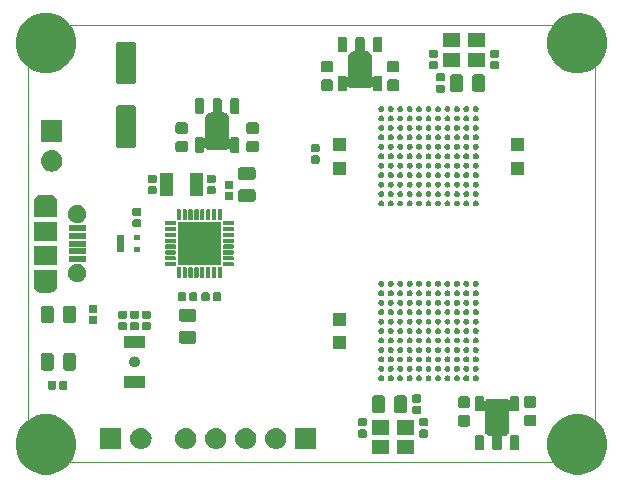
<source format=gbr>
G04 #@! TF.GenerationSoftware,KiCad,Pcbnew,(5.1.4)-1*
G04 #@! TF.CreationDate,2020-11-09T20:47:03-05:00*
G04 #@! TF.ProjectId,icepool-board,69636570-6f6f-46c2-9d62-6f6172642e6b,2020-04*
G04 #@! TF.SameCoordinates,Original*
G04 #@! TF.FileFunction,Soldermask,Top*
G04 #@! TF.FilePolarity,Negative*
%FSLAX46Y46*%
G04 Gerber Fmt 4.6, Leading zero omitted, Abs format (unit mm)*
G04 Created by KiCad (PCBNEW (5.1.4)-1) date 2020-11-09 20:47:03*
%MOMM*%
%LPD*%
G04 APERTURE LIST*
%ADD10C,0.050000*%
%ADD11C,0.150000*%
G04 APERTURE END LIST*
D10*
X25500000Y-88500000D02*
X25500000Y-51500000D01*
X73500000Y-88500000D02*
X25500000Y-88500000D01*
X73500000Y-51500000D02*
X73500000Y-88500000D01*
X25500000Y-51500000D02*
X73500000Y-51500000D01*
D11*
G36*
X72744041Y-84547226D02*
G01*
X73208257Y-84739510D01*
X73626042Y-85018665D01*
X73981335Y-85373958D01*
X74260490Y-85791743D01*
X74452774Y-86255959D01*
X74550800Y-86748768D01*
X74550800Y-87251232D01*
X74452774Y-87744041D01*
X74260490Y-88208257D01*
X73981335Y-88626042D01*
X73626042Y-88981335D01*
X73208257Y-89260490D01*
X72744041Y-89452774D01*
X72251232Y-89550800D01*
X71748768Y-89550800D01*
X71255959Y-89452774D01*
X70791743Y-89260490D01*
X70373958Y-88981335D01*
X70018665Y-88626042D01*
X69739510Y-88208257D01*
X69547226Y-87744041D01*
X69449200Y-87251232D01*
X69449200Y-86748768D01*
X69547226Y-86255959D01*
X69739510Y-85791743D01*
X70018665Y-85373958D01*
X70373958Y-85018665D01*
X70791743Y-84739510D01*
X71255959Y-84547226D01*
X71748768Y-84449200D01*
X72251232Y-84449200D01*
X72744041Y-84547226D01*
X72744041Y-84547226D01*
G37*
G36*
X27744041Y-84547226D02*
G01*
X28208257Y-84739510D01*
X28626042Y-85018665D01*
X28981335Y-85373958D01*
X29260490Y-85791743D01*
X29452774Y-86255959D01*
X29550800Y-86748768D01*
X29550800Y-87251232D01*
X29452774Y-87744041D01*
X29260490Y-88208257D01*
X28981335Y-88626042D01*
X28626042Y-88981335D01*
X28208257Y-89260490D01*
X27744041Y-89452774D01*
X27251232Y-89550800D01*
X26748768Y-89550800D01*
X26255959Y-89452774D01*
X25791743Y-89260490D01*
X25373958Y-88981335D01*
X25018665Y-88626042D01*
X24739510Y-88208257D01*
X24547226Y-87744041D01*
X24449200Y-87251232D01*
X24449200Y-86748768D01*
X24547226Y-86255959D01*
X24739510Y-85791743D01*
X25018665Y-85373958D01*
X25373958Y-85018665D01*
X25791743Y-84739510D01*
X26255959Y-84547226D01*
X26748768Y-84449200D01*
X27251232Y-84449200D01*
X27744041Y-84547226D01*
X27744041Y-84547226D01*
G37*
G36*
X58150800Y-87825800D02*
G01*
X56749200Y-87825800D01*
X56749200Y-86624200D01*
X58150800Y-86624200D01*
X58150800Y-87825800D01*
X58150800Y-87825800D01*
G37*
G36*
X56050800Y-87825800D02*
G01*
X54649200Y-87825800D01*
X54649200Y-86624200D01*
X56050800Y-86624200D01*
X56050800Y-87825800D01*
X56050800Y-87825800D01*
G37*
G36*
X63953916Y-86202706D02*
G01*
X63985762Y-86212366D01*
X64015112Y-86228054D01*
X64040835Y-86249165D01*
X64061946Y-86274888D01*
X64077634Y-86304238D01*
X64087294Y-86336084D01*
X64090801Y-86371692D01*
X64090801Y-87328306D01*
X64087294Y-87363914D01*
X64077634Y-87395760D01*
X64061946Y-87425110D01*
X64040835Y-87450833D01*
X64015112Y-87471944D01*
X63985762Y-87487632D01*
X63953916Y-87497292D01*
X63918308Y-87500799D01*
X63481694Y-87500799D01*
X63446086Y-87497292D01*
X63414240Y-87487632D01*
X63384890Y-87471944D01*
X63359167Y-87450833D01*
X63338056Y-87425110D01*
X63322368Y-87395760D01*
X63312708Y-87363914D01*
X63309201Y-87328306D01*
X63309201Y-86371692D01*
X63312708Y-86336084D01*
X63322368Y-86304238D01*
X63338056Y-86274888D01*
X63359167Y-86249165D01*
X63384890Y-86228054D01*
X63414240Y-86212366D01*
X63446086Y-86202706D01*
X63481694Y-86199199D01*
X63918308Y-86199199D01*
X63953916Y-86202706D01*
X63953916Y-86202706D01*
G37*
G36*
X66953916Y-86202706D02*
G01*
X66985762Y-86212366D01*
X67015112Y-86228054D01*
X67040835Y-86249165D01*
X67061946Y-86274888D01*
X67077634Y-86304238D01*
X67087294Y-86336084D01*
X67090801Y-86371692D01*
X67090801Y-87328306D01*
X67087294Y-87363914D01*
X67077634Y-87395760D01*
X67061946Y-87425110D01*
X67040835Y-87450833D01*
X67015112Y-87471944D01*
X66985762Y-87487632D01*
X66953916Y-87497292D01*
X66918308Y-87500799D01*
X66481694Y-87500799D01*
X66446086Y-87497292D01*
X66414240Y-87487632D01*
X66384890Y-87471944D01*
X66359167Y-87450833D01*
X66338056Y-87425110D01*
X66322368Y-87395760D01*
X66312708Y-87363914D01*
X66309201Y-87328306D01*
X66309201Y-86371692D01*
X66312708Y-86336084D01*
X66322368Y-86304238D01*
X66338056Y-86274888D01*
X66359167Y-86249165D01*
X66384890Y-86228054D01*
X66414240Y-86212366D01*
X66446086Y-86202706D01*
X66481694Y-86199199D01*
X66918308Y-86199199D01*
X66953916Y-86202706D01*
X66953916Y-86202706D01*
G37*
G36*
X63953916Y-82902706D02*
G01*
X63985762Y-82912366D01*
X64015112Y-82928054D01*
X64040835Y-82949165D01*
X64061946Y-82974888D01*
X64077634Y-83004238D01*
X64087294Y-83036084D01*
X64090801Y-83071692D01*
X64090801Y-83332545D01*
X64091777Y-83342455D01*
X64094668Y-83351985D01*
X64099362Y-83360767D01*
X64105680Y-83368465D01*
X64113378Y-83374783D01*
X64122160Y-83379477D01*
X64131690Y-83382368D01*
X64141600Y-83383344D01*
X64151510Y-83382368D01*
X64161040Y-83379477D01*
X64169822Y-83374783D01*
X64177520Y-83368465D01*
X64183838Y-83360767D01*
X64188532Y-83351985D01*
X64190212Y-83347291D01*
X64203458Y-83303623D01*
X64226541Y-83260439D01*
X64257598Y-83222596D01*
X64295441Y-83191539D01*
X64338625Y-83168456D01*
X64385480Y-83154243D01*
X64436693Y-83149199D01*
X65963309Y-83149199D01*
X66014522Y-83154243D01*
X66061377Y-83168456D01*
X66104561Y-83191539D01*
X66142404Y-83222596D01*
X66173461Y-83260439D01*
X66196544Y-83303623D01*
X66209790Y-83347291D01*
X66213601Y-83356491D01*
X66219134Y-83364771D01*
X66226175Y-83371813D01*
X66234455Y-83377346D01*
X66243656Y-83381157D01*
X66253423Y-83383099D01*
X66263381Y-83383099D01*
X66273148Y-83381157D01*
X66282348Y-83377346D01*
X66290628Y-83371813D01*
X66297670Y-83364772D01*
X66303203Y-83356492D01*
X66307014Y-83347291D01*
X66308956Y-83337524D01*
X66309201Y-83332545D01*
X66309201Y-83071692D01*
X66312708Y-83036084D01*
X66322368Y-83004238D01*
X66338056Y-82974888D01*
X66359167Y-82949165D01*
X66384890Y-82928054D01*
X66414240Y-82912366D01*
X66446086Y-82902706D01*
X66481694Y-82899199D01*
X66918308Y-82899199D01*
X66953916Y-82902706D01*
X66985762Y-82912366D01*
X67015112Y-82928054D01*
X67040835Y-82949165D01*
X67061946Y-82974888D01*
X67077634Y-83004238D01*
X67087294Y-83036084D01*
X67090801Y-83071692D01*
X67090801Y-84028306D01*
X67087294Y-84063914D01*
X67077634Y-84095760D01*
X67061946Y-84125110D01*
X67040835Y-84150833D01*
X67015112Y-84171944D01*
X66985762Y-84187632D01*
X66953916Y-84197292D01*
X66918308Y-84200799D01*
X66481694Y-84200799D01*
X66446086Y-84197292D01*
X66414240Y-84187632D01*
X66384890Y-84171944D01*
X66359167Y-84150833D01*
X66338056Y-84125110D01*
X66322368Y-84095760D01*
X66315212Y-84072168D01*
X66311401Y-84062968D01*
X66305868Y-84054688D01*
X66298827Y-84047646D01*
X66290547Y-84042113D01*
X66281347Y-84038303D01*
X66271580Y-84036360D01*
X66261621Y-84036360D01*
X66251854Y-84038302D01*
X66242654Y-84042113D01*
X66234374Y-84047646D01*
X66227332Y-84054687D01*
X66221799Y-84062967D01*
X66217989Y-84072167D01*
X66216046Y-84081934D01*
X66215801Y-84086914D01*
X66215801Y-85815808D01*
X66206290Y-85912378D01*
X66178846Y-86002849D01*
X66134280Y-86086226D01*
X66074306Y-86159304D01*
X66001228Y-86219278D01*
X65917851Y-86263844D01*
X65827380Y-86291288D01*
X65730810Y-86300799D01*
X65641600Y-86300799D01*
X65631690Y-86301775D01*
X65622160Y-86304666D01*
X65613378Y-86309360D01*
X65605680Y-86315678D01*
X65599362Y-86323376D01*
X65594668Y-86332158D01*
X65591777Y-86341688D01*
X65590801Y-86351598D01*
X65590801Y-87328306D01*
X65587294Y-87363914D01*
X65577634Y-87395760D01*
X65561946Y-87425110D01*
X65540835Y-87450833D01*
X65515112Y-87471944D01*
X65485762Y-87487632D01*
X65453916Y-87497292D01*
X65418308Y-87500799D01*
X64981694Y-87500799D01*
X64946086Y-87497292D01*
X64914240Y-87487632D01*
X64884890Y-87471944D01*
X64859167Y-87450833D01*
X64838056Y-87425110D01*
X64822368Y-87395760D01*
X64812708Y-87363914D01*
X64809201Y-87328306D01*
X64809201Y-86351598D01*
X64808225Y-86341688D01*
X64805334Y-86332158D01*
X64800640Y-86323376D01*
X64794322Y-86315678D01*
X64786624Y-86309360D01*
X64777842Y-86304666D01*
X64768312Y-86301775D01*
X64758402Y-86300799D01*
X64669192Y-86300799D01*
X64572622Y-86291288D01*
X64482151Y-86263844D01*
X64398774Y-86219278D01*
X64325696Y-86159304D01*
X64265722Y-86086226D01*
X64221156Y-86002849D01*
X64193712Y-85912378D01*
X64184201Y-85815808D01*
X64184201Y-84086914D01*
X64183225Y-84077004D01*
X64180334Y-84067474D01*
X64175640Y-84058692D01*
X64169322Y-84050994D01*
X64161624Y-84044676D01*
X64152842Y-84039982D01*
X64143312Y-84037091D01*
X64133402Y-84036115D01*
X64123492Y-84037091D01*
X64113962Y-84039982D01*
X64105180Y-84044676D01*
X64097482Y-84050994D01*
X64091164Y-84058692D01*
X64086470Y-84067474D01*
X64084790Y-84072168D01*
X64077634Y-84095760D01*
X64061946Y-84125110D01*
X64040835Y-84150833D01*
X64015112Y-84171944D01*
X63985762Y-84187632D01*
X63953916Y-84197292D01*
X63918308Y-84200799D01*
X63481694Y-84200799D01*
X63446086Y-84197292D01*
X63414240Y-84187632D01*
X63384890Y-84171944D01*
X63359167Y-84150833D01*
X63338056Y-84125110D01*
X63322368Y-84095760D01*
X63312708Y-84063914D01*
X63309201Y-84028306D01*
X63309201Y-83071692D01*
X63312708Y-83036084D01*
X63322368Y-83004238D01*
X63338056Y-82974888D01*
X63359167Y-82949165D01*
X63384890Y-82928054D01*
X63414240Y-82912366D01*
X63446086Y-82902706D01*
X63481694Y-82899199D01*
X63918308Y-82899199D01*
X63953916Y-82902706D01*
X63953916Y-82902706D01*
G37*
G36*
X41556584Y-85612233D02*
G01*
X41556587Y-85612234D01*
X41556588Y-85612234D01*
X41726389Y-85663743D01*
X41773861Y-85689117D01*
X41882881Y-85747389D01*
X42020044Y-85859956D01*
X42132611Y-85997119D01*
X42180239Y-86086226D01*
X42216257Y-86153611D01*
X42262079Y-86304666D01*
X42267767Y-86323416D01*
X42285159Y-86500000D01*
X42267767Y-86676584D01*
X42267766Y-86676587D01*
X42267766Y-86676588D01*
X42216257Y-86846389D01*
X42190883Y-86893861D01*
X42132611Y-87002881D01*
X42020044Y-87140044D01*
X41882881Y-87252611D01*
X41817854Y-87287368D01*
X41726389Y-87336257D01*
X41556588Y-87387766D01*
X41556587Y-87387766D01*
X41556584Y-87387767D01*
X41424255Y-87400800D01*
X41335745Y-87400800D01*
X41203416Y-87387767D01*
X41203413Y-87387766D01*
X41203412Y-87387766D01*
X41033611Y-87336257D01*
X40942146Y-87287368D01*
X40877119Y-87252611D01*
X40739956Y-87140044D01*
X40627389Y-87002881D01*
X40569117Y-86893861D01*
X40543743Y-86846389D01*
X40492234Y-86676588D01*
X40492234Y-86676587D01*
X40492233Y-86676584D01*
X40474841Y-86500000D01*
X40492233Y-86323416D01*
X40497921Y-86304666D01*
X40543743Y-86153611D01*
X40579761Y-86086226D01*
X40627389Y-85997119D01*
X40739956Y-85859956D01*
X40877119Y-85747389D01*
X40986139Y-85689117D01*
X41033611Y-85663743D01*
X41203412Y-85612234D01*
X41203413Y-85612234D01*
X41203416Y-85612233D01*
X41335745Y-85599200D01*
X41424255Y-85599200D01*
X41556584Y-85612233D01*
X41556584Y-85612233D01*
G37*
G36*
X39016584Y-85612233D02*
G01*
X39016587Y-85612234D01*
X39016588Y-85612234D01*
X39186389Y-85663743D01*
X39233861Y-85689117D01*
X39342881Y-85747389D01*
X39480044Y-85859956D01*
X39592611Y-85997119D01*
X39640239Y-86086226D01*
X39676257Y-86153611D01*
X39722079Y-86304666D01*
X39727767Y-86323416D01*
X39745159Y-86500000D01*
X39727767Y-86676584D01*
X39727766Y-86676587D01*
X39727766Y-86676588D01*
X39676257Y-86846389D01*
X39650883Y-86893861D01*
X39592611Y-87002881D01*
X39480044Y-87140044D01*
X39342881Y-87252611D01*
X39277854Y-87287368D01*
X39186389Y-87336257D01*
X39016588Y-87387766D01*
X39016587Y-87387766D01*
X39016584Y-87387767D01*
X38884255Y-87400800D01*
X38795745Y-87400800D01*
X38663416Y-87387767D01*
X38663413Y-87387766D01*
X38663412Y-87387766D01*
X38493611Y-87336257D01*
X38402146Y-87287368D01*
X38337119Y-87252611D01*
X38199956Y-87140044D01*
X38087389Y-87002881D01*
X38029117Y-86893861D01*
X38003743Y-86846389D01*
X37952234Y-86676588D01*
X37952234Y-86676587D01*
X37952233Y-86676584D01*
X37934841Y-86500000D01*
X37952233Y-86323416D01*
X37957921Y-86304666D01*
X38003743Y-86153611D01*
X38039761Y-86086226D01*
X38087389Y-85997119D01*
X38199956Y-85859956D01*
X38337119Y-85747389D01*
X38446139Y-85689117D01*
X38493611Y-85663743D01*
X38663412Y-85612234D01*
X38663413Y-85612234D01*
X38663416Y-85612233D01*
X38795745Y-85599200D01*
X38884255Y-85599200D01*
X39016584Y-85612233D01*
X39016584Y-85612233D01*
G37*
G36*
X44096584Y-85612233D02*
G01*
X44096587Y-85612234D01*
X44096588Y-85612234D01*
X44266389Y-85663743D01*
X44313861Y-85689117D01*
X44422881Y-85747389D01*
X44560044Y-85859956D01*
X44672611Y-85997119D01*
X44720239Y-86086226D01*
X44756257Y-86153611D01*
X44802079Y-86304666D01*
X44807767Y-86323416D01*
X44825159Y-86500000D01*
X44807767Y-86676584D01*
X44807766Y-86676587D01*
X44807766Y-86676588D01*
X44756257Y-86846389D01*
X44730883Y-86893861D01*
X44672611Y-87002881D01*
X44560044Y-87140044D01*
X44422881Y-87252611D01*
X44357854Y-87287368D01*
X44266389Y-87336257D01*
X44096588Y-87387766D01*
X44096587Y-87387766D01*
X44096584Y-87387767D01*
X43964255Y-87400800D01*
X43875745Y-87400800D01*
X43743416Y-87387767D01*
X43743413Y-87387766D01*
X43743412Y-87387766D01*
X43573611Y-87336257D01*
X43482146Y-87287368D01*
X43417119Y-87252611D01*
X43279956Y-87140044D01*
X43167389Y-87002881D01*
X43109117Y-86893861D01*
X43083743Y-86846389D01*
X43032234Y-86676588D01*
X43032234Y-86676587D01*
X43032233Y-86676584D01*
X43014841Y-86500000D01*
X43032233Y-86323416D01*
X43037921Y-86304666D01*
X43083743Y-86153611D01*
X43119761Y-86086226D01*
X43167389Y-85997119D01*
X43279956Y-85859956D01*
X43417119Y-85747389D01*
X43526139Y-85689117D01*
X43573611Y-85663743D01*
X43743412Y-85612234D01*
X43743413Y-85612234D01*
X43743416Y-85612233D01*
X43875745Y-85599200D01*
X43964255Y-85599200D01*
X44096584Y-85612233D01*
X44096584Y-85612233D01*
G37*
G36*
X49900800Y-87400800D02*
G01*
X48099200Y-87400800D01*
X48099200Y-85599200D01*
X49900800Y-85599200D01*
X49900800Y-87400800D01*
X49900800Y-87400800D01*
G37*
G36*
X35216584Y-85612233D02*
G01*
X35216587Y-85612234D01*
X35216588Y-85612234D01*
X35386389Y-85663743D01*
X35433861Y-85689117D01*
X35542881Y-85747389D01*
X35680044Y-85859956D01*
X35792611Y-85997119D01*
X35840239Y-86086226D01*
X35876257Y-86153611D01*
X35922079Y-86304666D01*
X35927767Y-86323416D01*
X35945159Y-86500000D01*
X35927767Y-86676584D01*
X35927766Y-86676587D01*
X35927766Y-86676588D01*
X35876257Y-86846389D01*
X35850883Y-86893861D01*
X35792611Y-87002881D01*
X35680044Y-87140044D01*
X35542881Y-87252611D01*
X35477854Y-87287368D01*
X35386389Y-87336257D01*
X35216588Y-87387766D01*
X35216587Y-87387766D01*
X35216584Y-87387767D01*
X35084255Y-87400800D01*
X34995745Y-87400800D01*
X34863416Y-87387767D01*
X34863413Y-87387766D01*
X34863412Y-87387766D01*
X34693611Y-87336257D01*
X34602146Y-87287368D01*
X34537119Y-87252611D01*
X34399956Y-87140044D01*
X34287389Y-87002881D01*
X34229117Y-86893861D01*
X34203743Y-86846389D01*
X34152234Y-86676588D01*
X34152234Y-86676587D01*
X34152233Y-86676584D01*
X34134841Y-86500000D01*
X34152233Y-86323416D01*
X34157921Y-86304666D01*
X34203743Y-86153611D01*
X34239761Y-86086226D01*
X34287389Y-85997119D01*
X34399956Y-85859956D01*
X34537119Y-85747389D01*
X34646139Y-85689117D01*
X34693611Y-85663743D01*
X34863412Y-85612234D01*
X34863413Y-85612234D01*
X34863416Y-85612233D01*
X34995745Y-85599200D01*
X35084255Y-85599200D01*
X35216584Y-85612233D01*
X35216584Y-85612233D01*
G37*
G36*
X33400800Y-87400800D02*
G01*
X31599200Y-87400800D01*
X31599200Y-85599200D01*
X33400800Y-85599200D01*
X33400800Y-87400800D01*
X33400800Y-87400800D01*
G37*
G36*
X46636584Y-85612233D02*
G01*
X46636587Y-85612234D01*
X46636588Y-85612234D01*
X46806389Y-85663743D01*
X46853861Y-85689117D01*
X46962881Y-85747389D01*
X47100044Y-85859956D01*
X47212611Y-85997119D01*
X47260239Y-86086226D01*
X47296257Y-86153611D01*
X47342079Y-86304666D01*
X47347767Y-86323416D01*
X47365159Y-86500000D01*
X47347767Y-86676584D01*
X47347766Y-86676587D01*
X47347766Y-86676588D01*
X47296257Y-86846389D01*
X47270883Y-86893861D01*
X47212611Y-87002881D01*
X47100044Y-87140044D01*
X46962881Y-87252611D01*
X46897854Y-87287368D01*
X46806389Y-87336257D01*
X46636588Y-87387766D01*
X46636587Y-87387766D01*
X46636584Y-87387767D01*
X46504255Y-87400800D01*
X46415745Y-87400800D01*
X46283416Y-87387767D01*
X46283413Y-87387766D01*
X46283412Y-87387766D01*
X46113611Y-87336257D01*
X46022146Y-87287368D01*
X45957119Y-87252611D01*
X45819956Y-87140044D01*
X45707389Y-87002881D01*
X45649117Y-86893861D01*
X45623743Y-86846389D01*
X45572234Y-86676588D01*
X45572234Y-86676587D01*
X45572233Y-86676584D01*
X45554841Y-86500000D01*
X45572233Y-86323416D01*
X45577921Y-86304666D01*
X45623743Y-86153611D01*
X45659761Y-86086226D01*
X45707389Y-85997119D01*
X45819956Y-85859956D01*
X45957119Y-85747389D01*
X46066139Y-85689117D01*
X46113611Y-85663743D01*
X46283412Y-85612234D01*
X46283413Y-85612234D01*
X46283416Y-85612233D01*
X46415745Y-85599200D01*
X46504255Y-85599200D01*
X46636584Y-85612233D01*
X46636584Y-85612233D01*
G37*
G36*
X59252027Y-85742275D02*
G01*
X59279650Y-85750654D01*
X59305113Y-85764264D01*
X59327425Y-85782575D01*
X59345736Y-85804887D01*
X59359346Y-85830350D01*
X59367725Y-85857973D01*
X59370800Y-85889191D01*
X59370800Y-86280809D01*
X59367725Y-86312027D01*
X59359346Y-86339650D01*
X59345736Y-86365113D01*
X59327425Y-86387425D01*
X59305113Y-86405736D01*
X59279650Y-86419346D01*
X59252027Y-86427725D01*
X59220809Y-86430800D01*
X58779191Y-86430800D01*
X58747973Y-86427725D01*
X58720350Y-86419346D01*
X58694887Y-86405736D01*
X58672575Y-86387425D01*
X58654264Y-86365113D01*
X58640654Y-86339650D01*
X58632275Y-86312027D01*
X58629200Y-86280809D01*
X58629200Y-85889191D01*
X58632275Y-85857973D01*
X58640654Y-85830350D01*
X58654264Y-85804887D01*
X58672575Y-85782575D01*
X58694887Y-85764264D01*
X58720350Y-85750654D01*
X58747973Y-85742275D01*
X58779191Y-85739200D01*
X59220809Y-85739200D01*
X59252027Y-85742275D01*
X59252027Y-85742275D01*
G37*
G36*
X54052027Y-85742275D02*
G01*
X54079650Y-85750654D01*
X54105113Y-85764264D01*
X54127425Y-85782575D01*
X54145736Y-85804887D01*
X54159346Y-85830350D01*
X54167725Y-85857973D01*
X54170800Y-85889191D01*
X54170800Y-86280809D01*
X54167725Y-86312027D01*
X54159346Y-86339650D01*
X54145736Y-86365113D01*
X54127425Y-86387425D01*
X54105113Y-86405736D01*
X54079650Y-86419346D01*
X54052027Y-86427725D01*
X54020809Y-86430800D01*
X53579191Y-86430800D01*
X53547973Y-86427725D01*
X53520350Y-86419346D01*
X53494887Y-86405736D01*
X53472575Y-86387425D01*
X53454264Y-86365113D01*
X53440654Y-86339650D01*
X53432275Y-86312027D01*
X53429200Y-86280809D01*
X53429200Y-85889191D01*
X53432275Y-85857973D01*
X53440654Y-85830350D01*
X53454264Y-85804887D01*
X53472575Y-85782575D01*
X53494887Y-85764264D01*
X53520350Y-85750654D01*
X53547973Y-85742275D01*
X53579191Y-85739200D01*
X54020809Y-85739200D01*
X54052027Y-85742275D01*
X54052027Y-85742275D01*
G37*
G36*
X56050800Y-86175800D02*
G01*
X54649200Y-86175800D01*
X54649200Y-84974200D01*
X56050800Y-84974200D01*
X56050800Y-86175800D01*
X56050800Y-86175800D01*
G37*
G36*
X58150800Y-86175800D02*
G01*
X56749200Y-86175800D01*
X56749200Y-84974200D01*
X58150800Y-84974200D01*
X58150800Y-86175800D01*
X58150800Y-86175800D01*
G37*
G36*
X62749674Y-84516142D02*
G01*
X62790667Y-84528577D01*
X62828448Y-84548772D01*
X62861556Y-84575943D01*
X62888727Y-84609051D01*
X62908922Y-84646832D01*
X62921357Y-84687825D01*
X62925800Y-84732940D01*
X62925800Y-85267058D01*
X62921357Y-85312173D01*
X62908922Y-85353166D01*
X62888727Y-85390947D01*
X62861556Y-85424055D01*
X62828448Y-85451226D01*
X62790667Y-85471421D01*
X62749674Y-85483856D01*
X62704559Y-85488299D01*
X62095441Y-85488299D01*
X62050326Y-85483856D01*
X62009333Y-85471421D01*
X61971552Y-85451226D01*
X61938444Y-85424055D01*
X61911273Y-85390947D01*
X61891078Y-85353166D01*
X61878643Y-85312173D01*
X61874200Y-85267058D01*
X61874200Y-84732940D01*
X61878643Y-84687825D01*
X61891078Y-84646832D01*
X61911273Y-84609051D01*
X61938444Y-84575943D01*
X61971552Y-84548772D01*
X62009333Y-84528577D01*
X62050326Y-84516142D01*
X62095441Y-84511699D01*
X62704559Y-84511699D01*
X62749674Y-84516142D01*
X62749674Y-84516142D01*
G37*
G36*
X68349674Y-84491144D02*
G01*
X68390667Y-84503579D01*
X68428448Y-84523774D01*
X68461556Y-84550945D01*
X68488727Y-84584053D01*
X68508922Y-84621834D01*
X68521357Y-84662827D01*
X68525800Y-84707942D01*
X68525800Y-85242060D01*
X68521357Y-85287175D01*
X68508922Y-85328168D01*
X68488727Y-85365949D01*
X68461556Y-85399057D01*
X68428448Y-85426228D01*
X68390667Y-85446423D01*
X68349674Y-85458858D01*
X68304559Y-85463301D01*
X67695441Y-85463301D01*
X67650326Y-85458858D01*
X67609333Y-85446423D01*
X67571552Y-85426228D01*
X67538444Y-85399057D01*
X67511273Y-85365949D01*
X67491078Y-85328168D01*
X67478643Y-85287175D01*
X67474200Y-85242060D01*
X67474200Y-84707942D01*
X67478643Y-84662827D01*
X67491078Y-84621834D01*
X67511273Y-84584053D01*
X67538444Y-84550945D01*
X67571552Y-84523774D01*
X67609333Y-84503579D01*
X67650326Y-84491144D01*
X67695441Y-84486701D01*
X68304559Y-84486701D01*
X68349674Y-84491144D01*
X68349674Y-84491144D01*
G37*
G36*
X59252027Y-84772275D02*
G01*
X59279650Y-84780654D01*
X59305113Y-84794264D01*
X59327425Y-84812575D01*
X59345736Y-84834887D01*
X59359346Y-84860350D01*
X59367725Y-84887973D01*
X59370800Y-84919191D01*
X59370800Y-85310809D01*
X59367725Y-85342027D01*
X59359346Y-85369650D01*
X59345736Y-85395113D01*
X59327425Y-85417425D01*
X59305113Y-85435736D01*
X59279650Y-85449346D01*
X59252027Y-85457725D01*
X59220809Y-85460800D01*
X58779191Y-85460800D01*
X58747973Y-85457725D01*
X58720350Y-85449346D01*
X58694887Y-85435736D01*
X58672575Y-85417425D01*
X58654264Y-85395113D01*
X58640654Y-85369650D01*
X58632275Y-85342027D01*
X58629200Y-85310809D01*
X58629200Y-84919191D01*
X58632275Y-84887973D01*
X58640654Y-84860350D01*
X58654264Y-84834887D01*
X58672575Y-84812575D01*
X58694887Y-84794264D01*
X58720350Y-84780654D01*
X58747973Y-84772275D01*
X58779191Y-84769200D01*
X59220809Y-84769200D01*
X59252027Y-84772275D01*
X59252027Y-84772275D01*
G37*
G36*
X54052027Y-84772275D02*
G01*
X54079650Y-84780654D01*
X54105113Y-84794264D01*
X54127425Y-84812575D01*
X54145736Y-84834887D01*
X54159346Y-84860350D01*
X54167725Y-84887973D01*
X54170800Y-84919191D01*
X54170800Y-85310809D01*
X54167725Y-85342027D01*
X54159346Y-85369650D01*
X54145736Y-85395113D01*
X54127425Y-85417425D01*
X54105113Y-85435736D01*
X54079650Y-85449346D01*
X54052027Y-85457725D01*
X54020809Y-85460800D01*
X53579191Y-85460800D01*
X53547973Y-85457725D01*
X53520350Y-85449346D01*
X53494887Y-85435736D01*
X53472575Y-85417425D01*
X53454264Y-85395113D01*
X53440654Y-85369650D01*
X53432275Y-85342027D01*
X53429200Y-85310809D01*
X53429200Y-84919191D01*
X53432275Y-84887973D01*
X53440654Y-84860350D01*
X53454264Y-84834887D01*
X53472575Y-84812575D01*
X53494887Y-84794264D01*
X53520350Y-84780654D01*
X53547973Y-84772275D01*
X53579191Y-84769200D01*
X54020809Y-84769200D01*
X54052027Y-84772275D01*
X54052027Y-84772275D01*
G37*
G36*
X58652027Y-83742275D02*
G01*
X58679650Y-83750654D01*
X58705113Y-83764264D01*
X58727425Y-83782575D01*
X58745736Y-83804887D01*
X58759346Y-83830350D01*
X58767725Y-83857973D01*
X58770800Y-83889191D01*
X58770800Y-84280809D01*
X58767725Y-84312027D01*
X58759346Y-84339650D01*
X58745736Y-84365113D01*
X58727425Y-84387425D01*
X58705113Y-84405736D01*
X58679650Y-84419346D01*
X58652027Y-84427725D01*
X58620809Y-84430800D01*
X58179191Y-84430800D01*
X58147973Y-84427725D01*
X58120350Y-84419346D01*
X58094887Y-84405736D01*
X58072575Y-84387425D01*
X58054264Y-84365113D01*
X58040654Y-84339650D01*
X58032275Y-84312027D01*
X58029200Y-84280809D01*
X58029200Y-83889191D01*
X58032275Y-83857973D01*
X58040654Y-83830350D01*
X58054264Y-83804887D01*
X58072575Y-83782575D01*
X58094887Y-83764264D01*
X58120350Y-83750654D01*
X58147973Y-83742275D01*
X58179191Y-83739200D01*
X58620809Y-83739200D01*
X58652027Y-83742275D01*
X58652027Y-83742275D01*
G37*
G36*
X55504552Y-82854124D02*
G01*
X55550237Y-82867982D01*
X55592333Y-82890483D01*
X55629234Y-82920766D01*
X55659517Y-82957667D01*
X55682018Y-82999763D01*
X55695876Y-83045448D01*
X55700800Y-83095442D01*
X55700800Y-84104558D01*
X55695876Y-84154552D01*
X55682018Y-84200237D01*
X55659517Y-84242333D01*
X55629234Y-84279234D01*
X55592333Y-84309517D01*
X55550237Y-84332018D01*
X55504552Y-84345876D01*
X55454558Y-84350800D01*
X54870442Y-84350800D01*
X54820448Y-84345876D01*
X54774763Y-84332018D01*
X54732667Y-84309517D01*
X54695766Y-84279234D01*
X54665483Y-84242333D01*
X54642982Y-84200237D01*
X54629124Y-84154552D01*
X54624200Y-84104558D01*
X54624200Y-83095442D01*
X54629124Y-83045448D01*
X54642982Y-82999763D01*
X54665483Y-82957667D01*
X54695766Y-82920766D01*
X54732667Y-82890483D01*
X54774763Y-82867982D01*
X54820448Y-82854124D01*
X54870442Y-82849200D01*
X55454558Y-82849200D01*
X55504552Y-82854124D01*
X55504552Y-82854124D01*
G37*
G36*
X57379552Y-82854124D02*
G01*
X57425237Y-82867982D01*
X57467333Y-82890483D01*
X57504234Y-82920766D01*
X57534517Y-82957667D01*
X57557018Y-82999763D01*
X57570876Y-83045448D01*
X57575800Y-83095442D01*
X57575800Y-84104558D01*
X57570876Y-84154552D01*
X57557018Y-84200237D01*
X57534517Y-84242333D01*
X57504234Y-84279234D01*
X57467333Y-84309517D01*
X57425237Y-84332018D01*
X57379552Y-84345876D01*
X57329558Y-84350800D01*
X56745442Y-84350800D01*
X56695448Y-84345876D01*
X56649763Y-84332018D01*
X56607667Y-84309517D01*
X56570766Y-84279234D01*
X56540483Y-84242333D01*
X56517982Y-84200237D01*
X56504124Y-84154552D01*
X56499200Y-84104558D01*
X56499200Y-83095442D01*
X56504124Y-83045448D01*
X56517982Y-82999763D01*
X56540483Y-82957667D01*
X56570766Y-82920766D01*
X56607667Y-82890483D01*
X56649763Y-82867982D01*
X56695448Y-82854124D01*
X56745442Y-82849200D01*
X57329558Y-82849200D01*
X57379552Y-82854124D01*
X57379552Y-82854124D01*
G37*
G36*
X62749674Y-82941142D02*
G01*
X62790667Y-82953577D01*
X62828448Y-82973772D01*
X62861556Y-83000943D01*
X62888727Y-83034051D01*
X62908922Y-83071832D01*
X62921357Y-83112825D01*
X62925800Y-83157940D01*
X62925800Y-83692058D01*
X62921357Y-83737173D01*
X62908922Y-83778166D01*
X62888727Y-83815947D01*
X62861556Y-83849055D01*
X62828448Y-83876226D01*
X62790667Y-83896421D01*
X62749674Y-83908856D01*
X62704559Y-83913299D01*
X62095441Y-83913299D01*
X62050326Y-83908856D01*
X62009333Y-83896421D01*
X61971552Y-83876226D01*
X61938444Y-83849055D01*
X61911273Y-83815947D01*
X61891078Y-83778166D01*
X61878643Y-83737173D01*
X61874200Y-83692058D01*
X61874200Y-83157940D01*
X61878643Y-83112825D01*
X61891078Y-83071832D01*
X61911273Y-83034051D01*
X61938444Y-83000943D01*
X61971552Y-82973772D01*
X62009333Y-82953577D01*
X62050326Y-82941142D01*
X62095441Y-82936699D01*
X62704559Y-82936699D01*
X62749674Y-82941142D01*
X62749674Y-82941142D01*
G37*
G36*
X68349674Y-82916144D02*
G01*
X68390667Y-82928579D01*
X68428448Y-82948774D01*
X68461556Y-82975945D01*
X68488727Y-83009053D01*
X68508922Y-83046834D01*
X68521357Y-83087827D01*
X68525800Y-83132942D01*
X68525800Y-83667060D01*
X68521357Y-83712175D01*
X68508922Y-83753168D01*
X68488727Y-83790949D01*
X68461556Y-83824057D01*
X68428448Y-83851228D01*
X68390667Y-83871423D01*
X68349674Y-83883858D01*
X68304559Y-83888301D01*
X67695441Y-83888301D01*
X67650326Y-83883858D01*
X67609333Y-83871423D01*
X67571552Y-83851228D01*
X67538444Y-83824057D01*
X67511273Y-83790949D01*
X67491078Y-83753168D01*
X67478643Y-83712175D01*
X67474200Y-83667060D01*
X67474200Y-83132942D01*
X67478643Y-83087827D01*
X67491078Y-83046834D01*
X67511273Y-83009053D01*
X67538444Y-82975945D01*
X67571552Y-82948774D01*
X67609333Y-82928579D01*
X67650326Y-82916144D01*
X67695441Y-82911701D01*
X68304559Y-82911701D01*
X68349674Y-82916144D01*
X68349674Y-82916144D01*
G37*
G36*
X58652027Y-82772275D02*
G01*
X58679650Y-82780654D01*
X58705113Y-82794264D01*
X58727425Y-82812575D01*
X58745736Y-82834887D01*
X58759346Y-82860350D01*
X58767725Y-82887973D01*
X58770800Y-82919191D01*
X58770800Y-83310809D01*
X58767725Y-83342027D01*
X58759346Y-83369650D01*
X58745736Y-83395113D01*
X58727425Y-83417425D01*
X58705113Y-83435736D01*
X58679650Y-83449346D01*
X58652027Y-83457725D01*
X58620809Y-83460800D01*
X58179191Y-83460800D01*
X58147973Y-83457725D01*
X58120350Y-83449346D01*
X58094887Y-83435736D01*
X58072575Y-83417425D01*
X58054264Y-83395113D01*
X58040654Y-83369650D01*
X58032275Y-83342027D01*
X58029200Y-83310809D01*
X58029200Y-82919191D01*
X58032275Y-82887973D01*
X58040654Y-82860350D01*
X58054264Y-82834887D01*
X58072575Y-82812575D01*
X58094887Y-82794264D01*
X58120350Y-82780654D01*
X58147973Y-82772275D01*
X58179191Y-82769200D01*
X58620809Y-82769200D01*
X58652027Y-82772275D01*
X58652027Y-82772275D01*
G37*
G36*
X27742027Y-81632275D02*
G01*
X27769650Y-81640654D01*
X27795113Y-81654264D01*
X27817425Y-81672575D01*
X27835736Y-81694887D01*
X27849346Y-81720350D01*
X27857725Y-81747973D01*
X27860800Y-81779191D01*
X27860800Y-82220809D01*
X27857725Y-82252027D01*
X27849346Y-82279650D01*
X27835736Y-82305113D01*
X27817425Y-82327425D01*
X27795113Y-82345736D01*
X27769650Y-82359346D01*
X27742027Y-82367725D01*
X27710809Y-82370800D01*
X27319191Y-82370800D01*
X27287973Y-82367725D01*
X27260350Y-82359346D01*
X27234887Y-82345736D01*
X27212575Y-82327425D01*
X27194264Y-82305113D01*
X27180654Y-82279650D01*
X27172275Y-82252027D01*
X27169200Y-82220809D01*
X27169200Y-81779191D01*
X27172275Y-81747973D01*
X27180654Y-81720350D01*
X27194264Y-81694887D01*
X27212575Y-81672575D01*
X27234887Y-81654264D01*
X27260350Y-81640654D01*
X27287973Y-81632275D01*
X27319191Y-81629200D01*
X27710809Y-81629200D01*
X27742027Y-81632275D01*
X27742027Y-81632275D01*
G37*
G36*
X28712027Y-81632275D02*
G01*
X28739650Y-81640654D01*
X28765113Y-81654264D01*
X28787425Y-81672575D01*
X28805736Y-81694887D01*
X28819346Y-81720350D01*
X28827725Y-81747973D01*
X28830800Y-81779191D01*
X28830800Y-82220809D01*
X28827725Y-82252027D01*
X28819346Y-82279650D01*
X28805736Y-82305113D01*
X28787425Y-82327425D01*
X28765113Y-82345736D01*
X28739650Y-82359346D01*
X28712027Y-82367725D01*
X28680809Y-82370800D01*
X28289191Y-82370800D01*
X28257973Y-82367725D01*
X28230350Y-82359346D01*
X28204887Y-82345736D01*
X28182575Y-82327425D01*
X28164264Y-82305113D01*
X28150654Y-82279650D01*
X28142275Y-82252027D01*
X28139200Y-82220809D01*
X28139200Y-81779191D01*
X28142275Y-81747973D01*
X28150654Y-81720350D01*
X28164264Y-81694887D01*
X28182575Y-81672575D01*
X28204887Y-81654264D01*
X28230350Y-81640654D01*
X28257973Y-81632275D01*
X28289191Y-81629200D01*
X28680809Y-81629200D01*
X28712027Y-81632275D01*
X28712027Y-81632275D01*
G37*
G36*
X35400800Y-82200800D02*
G01*
X33599200Y-82200800D01*
X33599200Y-81199200D01*
X35400800Y-81199200D01*
X35400800Y-82200800D01*
X35400800Y-82200800D01*
G37*
G36*
X61073156Y-81158838D02*
G01*
X61118799Y-81177743D01*
X61159876Y-81205191D01*
X61194809Y-81240124D01*
X61222257Y-81281201D01*
X61241162Y-81326844D01*
X61250800Y-81375298D01*
X61250800Y-81424702D01*
X61241162Y-81473156D01*
X61222257Y-81518799D01*
X61194809Y-81559876D01*
X61159876Y-81594809D01*
X61118799Y-81622257D01*
X61073156Y-81641162D01*
X61024702Y-81650800D01*
X60975298Y-81650800D01*
X60926844Y-81641162D01*
X60881201Y-81622257D01*
X60840124Y-81594809D01*
X60805191Y-81559876D01*
X60777743Y-81518799D01*
X60758838Y-81473156D01*
X60749200Y-81424702D01*
X60749200Y-81375298D01*
X60758838Y-81326844D01*
X60777743Y-81281201D01*
X60805191Y-81240124D01*
X60840124Y-81205191D01*
X60881201Y-81177743D01*
X60926844Y-81158838D01*
X60975298Y-81149200D01*
X61024702Y-81149200D01*
X61073156Y-81158838D01*
X61073156Y-81158838D01*
G37*
G36*
X57073156Y-81158838D02*
G01*
X57118799Y-81177743D01*
X57159876Y-81205191D01*
X57194809Y-81240124D01*
X57222257Y-81281201D01*
X57241162Y-81326844D01*
X57250800Y-81375298D01*
X57250800Y-81424702D01*
X57241162Y-81473156D01*
X57222257Y-81518799D01*
X57194809Y-81559876D01*
X57159876Y-81594809D01*
X57118799Y-81622257D01*
X57073156Y-81641162D01*
X57024702Y-81650800D01*
X56975298Y-81650800D01*
X56926844Y-81641162D01*
X56881201Y-81622257D01*
X56840124Y-81594809D01*
X56805191Y-81559876D01*
X56777743Y-81518799D01*
X56758838Y-81473156D01*
X56749200Y-81424702D01*
X56749200Y-81375298D01*
X56758838Y-81326844D01*
X56777743Y-81281201D01*
X56805191Y-81240124D01*
X56840124Y-81205191D01*
X56881201Y-81177743D01*
X56926844Y-81158838D01*
X56975298Y-81149200D01*
X57024702Y-81149200D01*
X57073156Y-81158838D01*
X57073156Y-81158838D01*
G37*
G36*
X56273156Y-81158838D02*
G01*
X56318799Y-81177743D01*
X56359876Y-81205191D01*
X56394809Y-81240124D01*
X56422257Y-81281201D01*
X56441162Y-81326844D01*
X56450800Y-81375298D01*
X56450800Y-81424702D01*
X56441162Y-81473156D01*
X56422257Y-81518799D01*
X56394809Y-81559876D01*
X56359876Y-81594809D01*
X56318799Y-81622257D01*
X56273156Y-81641162D01*
X56224702Y-81650800D01*
X56175298Y-81650800D01*
X56126844Y-81641162D01*
X56081201Y-81622257D01*
X56040124Y-81594809D01*
X56005191Y-81559876D01*
X55977743Y-81518799D01*
X55958838Y-81473156D01*
X55949200Y-81424702D01*
X55949200Y-81375298D01*
X55958838Y-81326844D01*
X55977743Y-81281201D01*
X56005191Y-81240124D01*
X56040124Y-81205191D01*
X56081201Y-81177743D01*
X56126844Y-81158838D01*
X56175298Y-81149200D01*
X56224702Y-81149200D01*
X56273156Y-81158838D01*
X56273156Y-81158838D01*
G37*
G36*
X55473156Y-81158838D02*
G01*
X55518799Y-81177743D01*
X55559876Y-81205191D01*
X55594809Y-81240124D01*
X55622257Y-81281201D01*
X55641162Y-81326844D01*
X55650800Y-81375298D01*
X55650800Y-81424702D01*
X55641162Y-81473156D01*
X55622257Y-81518799D01*
X55594809Y-81559876D01*
X55559876Y-81594809D01*
X55518799Y-81622257D01*
X55473156Y-81641162D01*
X55424702Y-81650800D01*
X55375298Y-81650800D01*
X55326844Y-81641162D01*
X55281201Y-81622257D01*
X55240124Y-81594809D01*
X55205191Y-81559876D01*
X55177743Y-81518799D01*
X55158838Y-81473156D01*
X55149200Y-81424702D01*
X55149200Y-81375298D01*
X55158838Y-81326844D01*
X55177743Y-81281201D01*
X55205191Y-81240124D01*
X55240124Y-81205191D01*
X55281201Y-81177743D01*
X55326844Y-81158838D01*
X55375298Y-81149200D01*
X55424702Y-81149200D01*
X55473156Y-81158838D01*
X55473156Y-81158838D01*
G37*
G36*
X57873156Y-81158838D02*
G01*
X57918799Y-81177743D01*
X57959876Y-81205191D01*
X57994809Y-81240124D01*
X58022257Y-81281201D01*
X58041162Y-81326844D01*
X58050800Y-81375298D01*
X58050800Y-81424702D01*
X58041162Y-81473156D01*
X58022257Y-81518799D01*
X57994809Y-81559876D01*
X57959876Y-81594809D01*
X57918799Y-81622257D01*
X57873156Y-81641162D01*
X57824702Y-81650800D01*
X57775298Y-81650800D01*
X57726844Y-81641162D01*
X57681201Y-81622257D01*
X57640124Y-81594809D01*
X57605191Y-81559876D01*
X57577743Y-81518799D01*
X57558838Y-81473156D01*
X57549200Y-81424702D01*
X57549200Y-81375298D01*
X57558838Y-81326844D01*
X57577743Y-81281201D01*
X57605191Y-81240124D01*
X57640124Y-81205191D01*
X57681201Y-81177743D01*
X57726844Y-81158838D01*
X57775298Y-81149200D01*
X57824702Y-81149200D01*
X57873156Y-81158838D01*
X57873156Y-81158838D01*
G37*
G36*
X63473156Y-81158838D02*
G01*
X63518799Y-81177743D01*
X63559876Y-81205191D01*
X63594809Y-81240124D01*
X63622257Y-81281201D01*
X63641162Y-81326844D01*
X63650800Y-81375298D01*
X63650800Y-81424702D01*
X63641162Y-81473156D01*
X63622257Y-81518799D01*
X63594809Y-81559876D01*
X63559876Y-81594809D01*
X63518799Y-81622257D01*
X63473156Y-81641162D01*
X63424702Y-81650800D01*
X63375298Y-81650800D01*
X63326844Y-81641162D01*
X63281201Y-81622257D01*
X63240124Y-81594809D01*
X63205191Y-81559876D01*
X63177743Y-81518799D01*
X63158838Y-81473156D01*
X63149200Y-81424702D01*
X63149200Y-81375298D01*
X63158838Y-81326844D01*
X63177743Y-81281201D01*
X63205191Y-81240124D01*
X63240124Y-81205191D01*
X63281201Y-81177743D01*
X63326844Y-81158838D01*
X63375298Y-81149200D01*
X63424702Y-81149200D01*
X63473156Y-81158838D01*
X63473156Y-81158838D01*
G37*
G36*
X59473156Y-81158838D02*
G01*
X59518799Y-81177743D01*
X59559876Y-81205191D01*
X59594809Y-81240124D01*
X59622257Y-81281201D01*
X59641162Y-81326844D01*
X59650800Y-81375298D01*
X59650800Y-81424702D01*
X59641162Y-81473156D01*
X59622257Y-81518799D01*
X59594809Y-81559876D01*
X59559876Y-81594809D01*
X59518799Y-81622257D01*
X59473156Y-81641162D01*
X59424702Y-81650800D01*
X59375298Y-81650800D01*
X59326844Y-81641162D01*
X59281201Y-81622257D01*
X59240124Y-81594809D01*
X59205191Y-81559876D01*
X59177743Y-81518799D01*
X59158838Y-81473156D01*
X59149200Y-81424702D01*
X59149200Y-81375298D01*
X59158838Y-81326844D01*
X59177743Y-81281201D01*
X59205191Y-81240124D01*
X59240124Y-81205191D01*
X59281201Y-81177743D01*
X59326844Y-81158838D01*
X59375298Y-81149200D01*
X59424702Y-81149200D01*
X59473156Y-81158838D01*
X59473156Y-81158838D01*
G37*
G36*
X60273156Y-81158838D02*
G01*
X60318799Y-81177743D01*
X60359876Y-81205191D01*
X60394809Y-81240124D01*
X60422257Y-81281201D01*
X60441162Y-81326844D01*
X60450800Y-81375298D01*
X60450800Y-81424702D01*
X60441162Y-81473156D01*
X60422257Y-81518799D01*
X60394809Y-81559876D01*
X60359876Y-81594809D01*
X60318799Y-81622257D01*
X60273156Y-81641162D01*
X60224702Y-81650800D01*
X60175298Y-81650800D01*
X60126844Y-81641162D01*
X60081201Y-81622257D01*
X60040124Y-81594809D01*
X60005191Y-81559876D01*
X59977743Y-81518799D01*
X59958838Y-81473156D01*
X59949200Y-81424702D01*
X59949200Y-81375298D01*
X59958838Y-81326844D01*
X59977743Y-81281201D01*
X60005191Y-81240124D01*
X60040124Y-81205191D01*
X60081201Y-81177743D01*
X60126844Y-81158838D01*
X60175298Y-81149200D01*
X60224702Y-81149200D01*
X60273156Y-81158838D01*
X60273156Y-81158838D01*
G37*
G36*
X58673156Y-81158838D02*
G01*
X58718799Y-81177743D01*
X58759876Y-81205191D01*
X58794809Y-81240124D01*
X58822257Y-81281201D01*
X58841162Y-81326844D01*
X58850800Y-81375298D01*
X58850800Y-81424702D01*
X58841162Y-81473156D01*
X58822257Y-81518799D01*
X58794809Y-81559876D01*
X58759876Y-81594809D01*
X58718799Y-81622257D01*
X58673156Y-81641162D01*
X58624702Y-81650800D01*
X58575298Y-81650800D01*
X58526844Y-81641162D01*
X58481201Y-81622257D01*
X58440124Y-81594809D01*
X58405191Y-81559876D01*
X58377743Y-81518799D01*
X58358838Y-81473156D01*
X58349200Y-81424702D01*
X58349200Y-81375298D01*
X58358838Y-81326844D01*
X58377743Y-81281201D01*
X58405191Y-81240124D01*
X58440124Y-81205191D01*
X58481201Y-81177743D01*
X58526844Y-81158838D01*
X58575298Y-81149200D01*
X58624702Y-81149200D01*
X58673156Y-81158838D01*
X58673156Y-81158838D01*
G37*
G36*
X62673156Y-81158838D02*
G01*
X62718799Y-81177743D01*
X62759876Y-81205191D01*
X62794809Y-81240124D01*
X62822257Y-81281201D01*
X62841162Y-81326844D01*
X62850800Y-81375298D01*
X62850800Y-81424702D01*
X62841162Y-81473156D01*
X62822257Y-81518799D01*
X62794809Y-81559876D01*
X62759876Y-81594809D01*
X62718799Y-81622257D01*
X62673156Y-81641162D01*
X62624702Y-81650800D01*
X62575298Y-81650800D01*
X62526844Y-81641162D01*
X62481201Y-81622257D01*
X62440124Y-81594809D01*
X62405191Y-81559876D01*
X62377743Y-81518799D01*
X62358838Y-81473156D01*
X62349200Y-81424702D01*
X62349200Y-81375298D01*
X62358838Y-81326844D01*
X62377743Y-81281201D01*
X62405191Y-81240124D01*
X62440124Y-81205191D01*
X62481201Y-81177743D01*
X62526844Y-81158838D01*
X62575298Y-81149200D01*
X62624702Y-81149200D01*
X62673156Y-81158838D01*
X62673156Y-81158838D01*
G37*
G36*
X61873156Y-81158838D02*
G01*
X61918799Y-81177743D01*
X61959876Y-81205191D01*
X61994809Y-81240124D01*
X62022257Y-81281201D01*
X62041162Y-81326844D01*
X62050800Y-81375298D01*
X62050800Y-81424702D01*
X62041162Y-81473156D01*
X62022257Y-81518799D01*
X61994809Y-81559876D01*
X61959876Y-81594809D01*
X61918799Y-81622257D01*
X61873156Y-81641162D01*
X61824702Y-81650800D01*
X61775298Y-81650800D01*
X61726844Y-81641162D01*
X61681201Y-81622257D01*
X61640124Y-81594809D01*
X61605191Y-81559876D01*
X61577743Y-81518799D01*
X61558838Y-81473156D01*
X61549200Y-81424702D01*
X61549200Y-81375298D01*
X61558838Y-81326844D01*
X61577743Y-81281201D01*
X61605191Y-81240124D01*
X61640124Y-81205191D01*
X61681201Y-81177743D01*
X61726844Y-81158838D01*
X61775298Y-81149200D01*
X61824702Y-81149200D01*
X61873156Y-81158838D01*
X61873156Y-81158838D01*
G37*
G36*
X59473156Y-80358838D02*
G01*
X59518799Y-80377743D01*
X59559876Y-80405191D01*
X59594809Y-80440124D01*
X59622257Y-80481201D01*
X59641162Y-80526844D01*
X59650800Y-80575298D01*
X59650800Y-80624702D01*
X59641162Y-80673156D01*
X59622257Y-80718799D01*
X59594809Y-80759876D01*
X59559876Y-80794809D01*
X59518799Y-80822257D01*
X59473156Y-80841162D01*
X59424702Y-80850800D01*
X59375298Y-80850800D01*
X59326844Y-80841162D01*
X59281201Y-80822257D01*
X59240124Y-80794809D01*
X59205191Y-80759876D01*
X59177743Y-80718799D01*
X59158838Y-80673156D01*
X59149200Y-80624702D01*
X59149200Y-80575298D01*
X59158838Y-80526844D01*
X59177743Y-80481201D01*
X59205191Y-80440124D01*
X59240124Y-80405191D01*
X59281201Y-80377743D01*
X59326844Y-80358838D01*
X59375298Y-80349200D01*
X59424702Y-80349200D01*
X59473156Y-80358838D01*
X59473156Y-80358838D01*
G37*
G36*
X63473156Y-80358838D02*
G01*
X63518799Y-80377743D01*
X63559876Y-80405191D01*
X63594809Y-80440124D01*
X63622257Y-80481201D01*
X63641162Y-80526844D01*
X63650800Y-80575298D01*
X63650800Y-80624702D01*
X63641162Y-80673156D01*
X63622257Y-80718799D01*
X63594809Y-80759876D01*
X63559876Y-80794809D01*
X63518799Y-80822257D01*
X63473156Y-80841162D01*
X63424702Y-80850800D01*
X63375298Y-80850800D01*
X63326844Y-80841162D01*
X63281201Y-80822257D01*
X63240124Y-80794809D01*
X63205191Y-80759876D01*
X63177743Y-80718799D01*
X63158838Y-80673156D01*
X63149200Y-80624702D01*
X63149200Y-80575298D01*
X63158838Y-80526844D01*
X63177743Y-80481201D01*
X63205191Y-80440124D01*
X63240124Y-80405191D01*
X63281201Y-80377743D01*
X63326844Y-80358838D01*
X63375298Y-80349200D01*
X63424702Y-80349200D01*
X63473156Y-80358838D01*
X63473156Y-80358838D01*
G37*
G36*
X58673156Y-80358838D02*
G01*
X58718799Y-80377743D01*
X58759876Y-80405191D01*
X58794809Y-80440124D01*
X58822257Y-80481201D01*
X58841162Y-80526844D01*
X58850800Y-80575298D01*
X58850800Y-80624702D01*
X58841162Y-80673156D01*
X58822257Y-80718799D01*
X58794809Y-80759876D01*
X58759876Y-80794809D01*
X58718799Y-80822257D01*
X58673156Y-80841162D01*
X58624702Y-80850800D01*
X58575298Y-80850800D01*
X58526844Y-80841162D01*
X58481201Y-80822257D01*
X58440124Y-80794809D01*
X58405191Y-80759876D01*
X58377743Y-80718799D01*
X58358838Y-80673156D01*
X58349200Y-80624702D01*
X58349200Y-80575298D01*
X58358838Y-80526844D01*
X58377743Y-80481201D01*
X58405191Y-80440124D01*
X58440124Y-80405191D01*
X58481201Y-80377743D01*
X58526844Y-80358838D01*
X58575298Y-80349200D01*
X58624702Y-80349200D01*
X58673156Y-80358838D01*
X58673156Y-80358838D01*
G37*
G36*
X55473156Y-80358838D02*
G01*
X55518799Y-80377743D01*
X55559876Y-80405191D01*
X55594809Y-80440124D01*
X55622257Y-80481201D01*
X55641162Y-80526844D01*
X55650800Y-80575298D01*
X55650800Y-80624702D01*
X55641162Y-80673156D01*
X55622257Y-80718799D01*
X55594809Y-80759876D01*
X55559876Y-80794809D01*
X55518799Y-80822257D01*
X55473156Y-80841162D01*
X55424702Y-80850800D01*
X55375298Y-80850800D01*
X55326844Y-80841162D01*
X55281201Y-80822257D01*
X55240124Y-80794809D01*
X55205191Y-80759876D01*
X55177743Y-80718799D01*
X55158838Y-80673156D01*
X55149200Y-80624702D01*
X55149200Y-80575298D01*
X55158838Y-80526844D01*
X55177743Y-80481201D01*
X55205191Y-80440124D01*
X55240124Y-80405191D01*
X55281201Y-80377743D01*
X55326844Y-80358838D01*
X55375298Y-80349200D01*
X55424702Y-80349200D01*
X55473156Y-80358838D01*
X55473156Y-80358838D01*
G37*
G36*
X62673156Y-80358838D02*
G01*
X62718799Y-80377743D01*
X62759876Y-80405191D01*
X62794809Y-80440124D01*
X62822257Y-80481201D01*
X62841162Y-80526844D01*
X62850800Y-80575298D01*
X62850800Y-80624702D01*
X62841162Y-80673156D01*
X62822257Y-80718799D01*
X62794809Y-80759876D01*
X62759876Y-80794809D01*
X62718799Y-80822257D01*
X62673156Y-80841162D01*
X62624702Y-80850800D01*
X62575298Y-80850800D01*
X62526844Y-80841162D01*
X62481201Y-80822257D01*
X62440124Y-80794809D01*
X62405191Y-80759876D01*
X62377743Y-80718799D01*
X62358838Y-80673156D01*
X62349200Y-80624702D01*
X62349200Y-80575298D01*
X62358838Y-80526844D01*
X62377743Y-80481201D01*
X62405191Y-80440124D01*
X62440124Y-80405191D01*
X62481201Y-80377743D01*
X62526844Y-80358838D01*
X62575298Y-80349200D01*
X62624702Y-80349200D01*
X62673156Y-80358838D01*
X62673156Y-80358838D01*
G37*
G36*
X57873156Y-80358838D02*
G01*
X57918799Y-80377743D01*
X57959876Y-80405191D01*
X57994809Y-80440124D01*
X58022257Y-80481201D01*
X58041162Y-80526844D01*
X58050800Y-80575298D01*
X58050800Y-80624702D01*
X58041162Y-80673156D01*
X58022257Y-80718799D01*
X57994809Y-80759876D01*
X57959876Y-80794809D01*
X57918799Y-80822257D01*
X57873156Y-80841162D01*
X57824702Y-80850800D01*
X57775298Y-80850800D01*
X57726844Y-80841162D01*
X57681201Y-80822257D01*
X57640124Y-80794809D01*
X57605191Y-80759876D01*
X57577743Y-80718799D01*
X57558838Y-80673156D01*
X57549200Y-80624702D01*
X57549200Y-80575298D01*
X57558838Y-80526844D01*
X57577743Y-80481201D01*
X57605191Y-80440124D01*
X57640124Y-80405191D01*
X57681201Y-80377743D01*
X57726844Y-80358838D01*
X57775298Y-80349200D01*
X57824702Y-80349200D01*
X57873156Y-80358838D01*
X57873156Y-80358838D01*
G37*
G36*
X60273156Y-80358838D02*
G01*
X60318799Y-80377743D01*
X60359876Y-80405191D01*
X60394809Y-80440124D01*
X60422257Y-80481201D01*
X60441162Y-80526844D01*
X60450800Y-80575298D01*
X60450800Y-80624702D01*
X60441162Y-80673156D01*
X60422257Y-80718799D01*
X60394809Y-80759876D01*
X60359876Y-80794809D01*
X60318799Y-80822257D01*
X60273156Y-80841162D01*
X60224702Y-80850800D01*
X60175298Y-80850800D01*
X60126844Y-80841162D01*
X60081201Y-80822257D01*
X60040124Y-80794809D01*
X60005191Y-80759876D01*
X59977743Y-80718799D01*
X59958838Y-80673156D01*
X59949200Y-80624702D01*
X59949200Y-80575298D01*
X59958838Y-80526844D01*
X59977743Y-80481201D01*
X60005191Y-80440124D01*
X60040124Y-80405191D01*
X60081201Y-80377743D01*
X60126844Y-80358838D01*
X60175298Y-80349200D01*
X60224702Y-80349200D01*
X60273156Y-80358838D01*
X60273156Y-80358838D01*
G37*
G36*
X57073156Y-80358838D02*
G01*
X57118799Y-80377743D01*
X57159876Y-80405191D01*
X57194809Y-80440124D01*
X57222257Y-80481201D01*
X57241162Y-80526844D01*
X57250800Y-80575298D01*
X57250800Y-80624702D01*
X57241162Y-80673156D01*
X57222257Y-80718799D01*
X57194809Y-80759876D01*
X57159876Y-80794809D01*
X57118799Y-80822257D01*
X57073156Y-80841162D01*
X57024702Y-80850800D01*
X56975298Y-80850800D01*
X56926844Y-80841162D01*
X56881201Y-80822257D01*
X56840124Y-80794809D01*
X56805191Y-80759876D01*
X56777743Y-80718799D01*
X56758838Y-80673156D01*
X56749200Y-80624702D01*
X56749200Y-80575298D01*
X56758838Y-80526844D01*
X56777743Y-80481201D01*
X56805191Y-80440124D01*
X56840124Y-80405191D01*
X56881201Y-80377743D01*
X56926844Y-80358838D01*
X56975298Y-80349200D01*
X57024702Y-80349200D01*
X57073156Y-80358838D01*
X57073156Y-80358838D01*
G37*
G36*
X61073156Y-80358838D02*
G01*
X61118799Y-80377743D01*
X61159876Y-80405191D01*
X61194809Y-80440124D01*
X61222257Y-80481201D01*
X61241162Y-80526844D01*
X61250800Y-80575298D01*
X61250800Y-80624702D01*
X61241162Y-80673156D01*
X61222257Y-80718799D01*
X61194809Y-80759876D01*
X61159876Y-80794809D01*
X61118799Y-80822257D01*
X61073156Y-80841162D01*
X61024702Y-80850800D01*
X60975298Y-80850800D01*
X60926844Y-80841162D01*
X60881201Y-80822257D01*
X60840124Y-80794809D01*
X60805191Y-80759876D01*
X60777743Y-80718799D01*
X60758838Y-80673156D01*
X60749200Y-80624702D01*
X60749200Y-80575298D01*
X60758838Y-80526844D01*
X60777743Y-80481201D01*
X60805191Y-80440124D01*
X60840124Y-80405191D01*
X60881201Y-80377743D01*
X60926844Y-80358838D01*
X60975298Y-80349200D01*
X61024702Y-80349200D01*
X61073156Y-80358838D01*
X61073156Y-80358838D01*
G37*
G36*
X56273156Y-80358838D02*
G01*
X56318799Y-80377743D01*
X56359876Y-80405191D01*
X56394809Y-80440124D01*
X56422257Y-80481201D01*
X56441162Y-80526844D01*
X56450800Y-80575298D01*
X56450800Y-80624702D01*
X56441162Y-80673156D01*
X56422257Y-80718799D01*
X56394809Y-80759876D01*
X56359876Y-80794809D01*
X56318799Y-80822257D01*
X56273156Y-80841162D01*
X56224702Y-80850800D01*
X56175298Y-80850800D01*
X56126844Y-80841162D01*
X56081201Y-80822257D01*
X56040124Y-80794809D01*
X56005191Y-80759876D01*
X55977743Y-80718799D01*
X55958838Y-80673156D01*
X55949200Y-80624702D01*
X55949200Y-80575298D01*
X55958838Y-80526844D01*
X55977743Y-80481201D01*
X56005191Y-80440124D01*
X56040124Y-80405191D01*
X56081201Y-80377743D01*
X56126844Y-80358838D01*
X56175298Y-80349200D01*
X56224702Y-80349200D01*
X56273156Y-80358838D01*
X56273156Y-80358838D01*
G37*
G36*
X61873156Y-80358838D02*
G01*
X61918799Y-80377743D01*
X61959876Y-80405191D01*
X61994809Y-80440124D01*
X62022257Y-80481201D01*
X62041162Y-80526844D01*
X62050800Y-80575298D01*
X62050800Y-80624702D01*
X62041162Y-80673156D01*
X62022257Y-80718799D01*
X61994809Y-80759876D01*
X61959876Y-80794809D01*
X61918799Y-80822257D01*
X61873156Y-80841162D01*
X61824702Y-80850800D01*
X61775298Y-80850800D01*
X61726844Y-80841162D01*
X61681201Y-80822257D01*
X61640124Y-80794809D01*
X61605191Y-80759876D01*
X61577743Y-80718799D01*
X61558838Y-80673156D01*
X61549200Y-80624702D01*
X61549200Y-80575298D01*
X61558838Y-80526844D01*
X61577743Y-80481201D01*
X61605191Y-80440124D01*
X61640124Y-80405191D01*
X61681201Y-80377743D01*
X61726844Y-80358838D01*
X61775298Y-80349200D01*
X61824702Y-80349200D01*
X61873156Y-80358838D01*
X61873156Y-80358838D01*
G37*
G36*
X29342052Y-79254124D02*
G01*
X29387737Y-79267982D01*
X29429833Y-79290483D01*
X29466734Y-79320766D01*
X29497017Y-79357667D01*
X29519518Y-79399763D01*
X29533376Y-79445448D01*
X29538300Y-79495442D01*
X29538300Y-80504558D01*
X29533376Y-80554552D01*
X29519518Y-80600237D01*
X29497017Y-80642333D01*
X29466734Y-80679234D01*
X29429833Y-80709517D01*
X29387737Y-80732018D01*
X29342052Y-80745876D01*
X29292058Y-80750800D01*
X28707942Y-80750800D01*
X28657948Y-80745876D01*
X28612263Y-80732018D01*
X28570167Y-80709517D01*
X28533266Y-80679234D01*
X28502983Y-80642333D01*
X28480482Y-80600237D01*
X28466624Y-80554552D01*
X28461700Y-80504558D01*
X28461700Y-79495442D01*
X28466624Y-79445448D01*
X28480482Y-79399763D01*
X28502983Y-79357667D01*
X28533266Y-79320766D01*
X28570167Y-79290483D01*
X28612263Y-79267982D01*
X28657948Y-79254124D01*
X28707942Y-79249200D01*
X29292058Y-79249200D01*
X29342052Y-79254124D01*
X29342052Y-79254124D01*
G37*
G36*
X27467052Y-79254124D02*
G01*
X27512737Y-79267982D01*
X27554833Y-79290483D01*
X27591734Y-79320766D01*
X27622017Y-79357667D01*
X27644518Y-79399763D01*
X27658376Y-79445448D01*
X27663300Y-79495442D01*
X27663300Y-80504558D01*
X27658376Y-80554552D01*
X27644518Y-80600237D01*
X27622017Y-80642333D01*
X27591734Y-80679234D01*
X27554833Y-80709517D01*
X27512737Y-80732018D01*
X27467052Y-80745876D01*
X27417058Y-80750800D01*
X26832942Y-80750800D01*
X26782948Y-80745876D01*
X26737263Y-80732018D01*
X26695167Y-80709517D01*
X26658266Y-80679234D01*
X26627983Y-80642333D01*
X26605482Y-80600237D01*
X26591624Y-80554552D01*
X26586700Y-80504558D01*
X26586700Y-79495442D01*
X26591624Y-79445448D01*
X26605482Y-79399763D01*
X26627983Y-79357667D01*
X26658266Y-79320766D01*
X26695167Y-79290483D01*
X26737263Y-79267982D01*
X26782948Y-79254124D01*
X26832942Y-79249200D01*
X27417058Y-79249200D01*
X27467052Y-79254124D01*
X27467052Y-79254124D01*
G37*
G36*
X34631494Y-79566524D02*
G01*
X34658581Y-79577744D01*
X34713534Y-79600506D01*
X34762646Y-79633322D01*
X34787370Y-79649842D01*
X34850158Y-79712630D01*
X34850159Y-79712632D01*
X34899494Y-79786466D01*
X34933476Y-79868507D01*
X34950800Y-79955600D01*
X34950800Y-80044400D01*
X34933476Y-80131493D01*
X34899494Y-80213534D01*
X34866678Y-80262646D01*
X34850158Y-80287370D01*
X34787370Y-80350158D01*
X34774379Y-80358838D01*
X34713534Y-80399494D01*
X34631494Y-80433476D01*
X34544400Y-80450800D01*
X34455600Y-80450800D01*
X34368506Y-80433476D01*
X34286466Y-80399494D01*
X34225621Y-80358838D01*
X34212630Y-80350158D01*
X34149842Y-80287370D01*
X34133322Y-80262646D01*
X34100506Y-80213534D01*
X34066524Y-80131493D01*
X34049200Y-80044400D01*
X34049200Y-79955600D01*
X34066524Y-79868507D01*
X34100506Y-79786466D01*
X34149841Y-79712632D01*
X34149842Y-79712630D01*
X34212630Y-79649842D01*
X34237354Y-79633322D01*
X34286466Y-79600506D01*
X34341419Y-79577744D01*
X34368506Y-79566524D01*
X34455600Y-79549200D01*
X34544400Y-79549200D01*
X34631494Y-79566524D01*
X34631494Y-79566524D01*
G37*
G36*
X56273156Y-79558838D02*
G01*
X56318799Y-79577743D01*
X56359876Y-79605191D01*
X56394809Y-79640124D01*
X56422257Y-79681201D01*
X56441162Y-79726844D01*
X56450800Y-79775298D01*
X56450800Y-79824702D01*
X56441162Y-79873156D01*
X56422257Y-79918799D01*
X56394809Y-79959876D01*
X56359876Y-79994809D01*
X56318799Y-80022257D01*
X56273156Y-80041162D01*
X56224702Y-80050800D01*
X56175298Y-80050800D01*
X56126844Y-80041162D01*
X56081201Y-80022257D01*
X56040124Y-79994809D01*
X56005191Y-79959876D01*
X55977743Y-79918799D01*
X55958838Y-79873156D01*
X55949200Y-79824702D01*
X55949200Y-79775298D01*
X55958838Y-79726844D01*
X55977743Y-79681201D01*
X56005191Y-79640124D01*
X56040124Y-79605191D01*
X56081201Y-79577743D01*
X56126844Y-79558838D01*
X56175298Y-79549200D01*
X56224702Y-79549200D01*
X56273156Y-79558838D01*
X56273156Y-79558838D01*
G37*
G36*
X61873156Y-79558838D02*
G01*
X61918799Y-79577743D01*
X61959876Y-79605191D01*
X61994809Y-79640124D01*
X62022257Y-79681201D01*
X62041162Y-79726844D01*
X62050800Y-79775298D01*
X62050800Y-79824702D01*
X62041162Y-79873156D01*
X62022257Y-79918799D01*
X61994809Y-79959876D01*
X61959876Y-79994809D01*
X61918799Y-80022257D01*
X61873156Y-80041162D01*
X61824702Y-80050800D01*
X61775298Y-80050800D01*
X61726844Y-80041162D01*
X61681201Y-80022257D01*
X61640124Y-79994809D01*
X61605191Y-79959876D01*
X61577743Y-79918799D01*
X61558838Y-79873156D01*
X61549200Y-79824702D01*
X61549200Y-79775298D01*
X61558838Y-79726844D01*
X61577743Y-79681201D01*
X61605191Y-79640124D01*
X61640124Y-79605191D01*
X61681201Y-79577743D01*
X61726844Y-79558838D01*
X61775298Y-79549200D01*
X61824702Y-79549200D01*
X61873156Y-79558838D01*
X61873156Y-79558838D01*
G37*
G36*
X62673156Y-79558838D02*
G01*
X62718799Y-79577743D01*
X62759876Y-79605191D01*
X62794809Y-79640124D01*
X62822257Y-79681201D01*
X62841162Y-79726844D01*
X62850800Y-79775298D01*
X62850800Y-79824702D01*
X62841162Y-79873156D01*
X62822257Y-79918799D01*
X62794809Y-79959876D01*
X62759876Y-79994809D01*
X62718799Y-80022257D01*
X62673156Y-80041162D01*
X62624702Y-80050800D01*
X62575298Y-80050800D01*
X62526844Y-80041162D01*
X62481201Y-80022257D01*
X62440124Y-79994809D01*
X62405191Y-79959876D01*
X62377743Y-79918799D01*
X62358838Y-79873156D01*
X62349200Y-79824702D01*
X62349200Y-79775298D01*
X62358838Y-79726844D01*
X62377743Y-79681201D01*
X62405191Y-79640124D01*
X62440124Y-79605191D01*
X62481201Y-79577743D01*
X62526844Y-79558838D01*
X62575298Y-79549200D01*
X62624702Y-79549200D01*
X62673156Y-79558838D01*
X62673156Y-79558838D01*
G37*
G36*
X63473156Y-79558838D02*
G01*
X63518799Y-79577743D01*
X63559876Y-79605191D01*
X63594809Y-79640124D01*
X63622257Y-79681201D01*
X63641162Y-79726844D01*
X63650800Y-79775298D01*
X63650800Y-79824702D01*
X63641162Y-79873156D01*
X63622257Y-79918799D01*
X63594809Y-79959876D01*
X63559876Y-79994809D01*
X63518799Y-80022257D01*
X63473156Y-80041162D01*
X63424702Y-80050800D01*
X63375298Y-80050800D01*
X63326844Y-80041162D01*
X63281201Y-80022257D01*
X63240124Y-79994809D01*
X63205191Y-79959876D01*
X63177743Y-79918799D01*
X63158838Y-79873156D01*
X63149200Y-79824702D01*
X63149200Y-79775298D01*
X63158838Y-79726844D01*
X63177743Y-79681201D01*
X63205191Y-79640124D01*
X63240124Y-79605191D01*
X63281201Y-79577743D01*
X63326844Y-79558838D01*
X63375298Y-79549200D01*
X63424702Y-79549200D01*
X63473156Y-79558838D01*
X63473156Y-79558838D01*
G37*
G36*
X59473156Y-79558838D02*
G01*
X59518799Y-79577743D01*
X59559876Y-79605191D01*
X59594809Y-79640124D01*
X59622257Y-79681201D01*
X59641162Y-79726844D01*
X59650800Y-79775298D01*
X59650800Y-79824702D01*
X59641162Y-79873156D01*
X59622257Y-79918799D01*
X59594809Y-79959876D01*
X59559876Y-79994809D01*
X59518799Y-80022257D01*
X59473156Y-80041162D01*
X59424702Y-80050800D01*
X59375298Y-80050800D01*
X59326844Y-80041162D01*
X59281201Y-80022257D01*
X59240124Y-79994809D01*
X59205191Y-79959876D01*
X59177743Y-79918799D01*
X59158838Y-79873156D01*
X59149200Y-79824702D01*
X59149200Y-79775298D01*
X59158838Y-79726844D01*
X59177743Y-79681201D01*
X59205191Y-79640124D01*
X59240124Y-79605191D01*
X59281201Y-79577743D01*
X59326844Y-79558838D01*
X59375298Y-79549200D01*
X59424702Y-79549200D01*
X59473156Y-79558838D01*
X59473156Y-79558838D01*
G37*
G36*
X57073156Y-79558838D02*
G01*
X57118799Y-79577743D01*
X57159876Y-79605191D01*
X57194809Y-79640124D01*
X57222257Y-79681201D01*
X57241162Y-79726844D01*
X57250800Y-79775298D01*
X57250800Y-79824702D01*
X57241162Y-79873156D01*
X57222257Y-79918799D01*
X57194809Y-79959876D01*
X57159876Y-79994809D01*
X57118799Y-80022257D01*
X57073156Y-80041162D01*
X57024702Y-80050800D01*
X56975298Y-80050800D01*
X56926844Y-80041162D01*
X56881201Y-80022257D01*
X56840124Y-79994809D01*
X56805191Y-79959876D01*
X56777743Y-79918799D01*
X56758838Y-79873156D01*
X56749200Y-79824702D01*
X56749200Y-79775298D01*
X56758838Y-79726844D01*
X56777743Y-79681201D01*
X56805191Y-79640124D01*
X56840124Y-79605191D01*
X56881201Y-79577743D01*
X56926844Y-79558838D01*
X56975298Y-79549200D01*
X57024702Y-79549200D01*
X57073156Y-79558838D01*
X57073156Y-79558838D01*
G37*
G36*
X60273156Y-79558838D02*
G01*
X60318799Y-79577743D01*
X60359876Y-79605191D01*
X60394809Y-79640124D01*
X60422257Y-79681201D01*
X60441162Y-79726844D01*
X60450800Y-79775298D01*
X60450800Y-79824702D01*
X60441162Y-79873156D01*
X60422257Y-79918799D01*
X60394809Y-79959876D01*
X60359876Y-79994809D01*
X60318799Y-80022257D01*
X60273156Y-80041162D01*
X60224702Y-80050800D01*
X60175298Y-80050800D01*
X60126844Y-80041162D01*
X60081201Y-80022257D01*
X60040124Y-79994809D01*
X60005191Y-79959876D01*
X59977743Y-79918799D01*
X59958838Y-79873156D01*
X59949200Y-79824702D01*
X59949200Y-79775298D01*
X59958838Y-79726844D01*
X59977743Y-79681201D01*
X60005191Y-79640124D01*
X60040124Y-79605191D01*
X60081201Y-79577743D01*
X60126844Y-79558838D01*
X60175298Y-79549200D01*
X60224702Y-79549200D01*
X60273156Y-79558838D01*
X60273156Y-79558838D01*
G37*
G36*
X57873156Y-79558838D02*
G01*
X57918799Y-79577743D01*
X57959876Y-79605191D01*
X57994809Y-79640124D01*
X58022257Y-79681201D01*
X58041162Y-79726844D01*
X58050800Y-79775298D01*
X58050800Y-79824702D01*
X58041162Y-79873156D01*
X58022257Y-79918799D01*
X57994809Y-79959876D01*
X57959876Y-79994809D01*
X57918799Y-80022257D01*
X57873156Y-80041162D01*
X57824702Y-80050800D01*
X57775298Y-80050800D01*
X57726844Y-80041162D01*
X57681201Y-80022257D01*
X57640124Y-79994809D01*
X57605191Y-79959876D01*
X57577743Y-79918799D01*
X57558838Y-79873156D01*
X57549200Y-79824702D01*
X57549200Y-79775298D01*
X57558838Y-79726844D01*
X57577743Y-79681201D01*
X57605191Y-79640124D01*
X57640124Y-79605191D01*
X57681201Y-79577743D01*
X57726844Y-79558838D01*
X57775298Y-79549200D01*
X57824702Y-79549200D01*
X57873156Y-79558838D01*
X57873156Y-79558838D01*
G37*
G36*
X55473156Y-79558838D02*
G01*
X55518799Y-79577743D01*
X55559876Y-79605191D01*
X55594809Y-79640124D01*
X55622257Y-79681201D01*
X55641162Y-79726844D01*
X55650800Y-79775298D01*
X55650800Y-79824702D01*
X55641162Y-79873156D01*
X55622257Y-79918799D01*
X55594809Y-79959876D01*
X55559876Y-79994809D01*
X55518799Y-80022257D01*
X55473156Y-80041162D01*
X55424702Y-80050800D01*
X55375298Y-80050800D01*
X55326844Y-80041162D01*
X55281201Y-80022257D01*
X55240124Y-79994809D01*
X55205191Y-79959876D01*
X55177743Y-79918799D01*
X55158838Y-79873156D01*
X55149200Y-79824702D01*
X55149200Y-79775298D01*
X55158838Y-79726844D01*
X55177743Y-79681201D01*
X55205191Y-79640124D01*
X55240124Y-79605191D01*
X55281201Y-79577743D01*
X55326844Y-79558838D01*
X55375298Y-79549200D01*
X55424702Y-79549200D01*
X55473156Y-79558838D01*
X55473156Y-79558838D01*
G37*
G36*
X61073156Y-79558838D02*
G01*
X61118799Y-79577743D01*
X61159876Y-79605191D01*
X61194809Y-79640124D01*
X61222257Y-79681201D01*
X61241162Y-79726844D01*
X61250800Y-79775298D01*
X61250800Y-79824702D01*
X61241162Y-79873156D01*
X61222257Y-79918799D01*
X61194809Y-79959876D01*
X61159876Y-79994809D01*
X61118799Y-80022257D01*
X61073156Y-80041162D01*
X61024702Y-80050800D01*
X60975298Y-80050800D01*
X60926844Y-80041162D01*
X60881201Y-80022257D01*
X60840124Y-79994809D01*
X60805191Y-79959876D01*
X60777743Y-79918799D01*
X60758838Y-79873156D01*
X60749200Y-79824702D01*
X60749200Y-79775298D01*
X60758838Y-79726844D01*
X60777743Y-79681201D01*
X60805191Y-79640124D01*
X60840124Y-79605191D01*
X60881201Y-79577743D01*
X60926844Y-79558838D01*
X60975298Y-79549200D01*
X61024702Y-79549200D01*
X61073156Y-79558838D01*
X61073156Y-79558838D01*
G37*
G36*
X58673156Y-79558838D02*
G01*
X58718799Y-79577743D01*
X58759876Y-79605191D01*
X58794809Y-79640124D01*
X58822257Y-79681201D01*
X58841162Y-79726844D01*
X58850800Y-79775298D01*
X58850800Y-79824702D01*
X58841162Y-79873156D01*
X58822257Y-79918799D01*
X58794809Y-79959876D01*
X58759876Y-79994809D01*
X58718799Y-80022257D01*
X58673156Y-80041162D01*
X58624702Y-80050800D01*
X58575298Y-80050800D01*
X58526844Y-80041162D01*
X58481201Y-80022257D01*
X58440124Y-79994809D01*
X58405191Y-79959876D01*
X58377743Y-79918799D01*
X58358838Y-79873156D01*
X58349200Y-79824702D01*
X58349200Y-79775298D01*
X58358838Y-79726844D01*
X58377743Y-79681201D01*
X58405191Y-79640124D01*
X58440124Y-79605191D01*
X58481201Y-79577743D01*
X58526844Y-79558838D01*
X58575298Y-79549200D01*
X58624702Y-79549200D01*
X58673156Y-79558838D01*
X58673156Y-79558838D01*
G37*
G36*
X60273156Y-78758838D02*
G01*
X60318799Y-78777743D01*
X60359876Y-78805191D01*
X60394809Y-78840124D01*
X60422257Y-78881201D01*
X60441162Y-78926844D01*
X60450800Y-78975298D01*
X60450800Y-79024702D01*
X60441162Y-79073156D01*
X60422257Y-79118799D01*
X60394809Y-79159876D01*
X60359876Y-79194809D01*
X60318799Y-79222257D01*
X60273156Y-79241162D01*
X60224702Y-79250800D01*
X60175298Y-79250800D01*
X60126844Y-79241162D01*
X60081201Y-79222257D01*
X60040124Y-79194809D01*
X60005191Y-79159876D01*
X59977743Y-79118799D01*
X59958838Y-79073156D01*
X59949200Y-79024702D01*
X59949200Y-78975298D01*
X59958838Y-78926844D01*
X59977743Y-78881201D01*
X60005191Y-78840124D01*
X60040124Y-78805191D01*
X60081201Y-78777743D01*
X60126844Y-78758838D01*
X60175298Y-78749200D01*
X60224702Y-78749200D01*
X60273156Y-78758838D01*
X60273156Y-78758838D01*
G37*
G36*
X61873156Y-78758838D02*
G01*
X61918799Y-78777743D01*
X61959876Y-78805191D01*
X61994809Y-78840124D01*
X62022257Y-78881201D01*
X62041162Y-78926844D01*
X62050800Y-78975298D01*
X62050800Y-79024702D01*
X62041162Y-79073156D01*
X62022257Y-79118799D01*
X61994809Y-79159876D01*
X61959876Y-79194809D01*
X61918799Y-79222257D01*
X61873156Y-79241162D01*
X61824702Y-79250800D01*
X61775298Y-79250800D01*
X61726844Y-79241162D01*
X61681201Y-79222257D01*
X61640124Y-79194809D01*
X61605191Y-79159876D01*
X61577743Y-79118799D01*
X61558838Y-79073156D01*
X61549200Y-79024702D01*
X61549200Y-78975298D01*
X61558838Y-78926844D01*
X61577743Y-78881201D01*
X61605191Y-78840124D01*
X61640124Y-78805191D01*
X61681201Y-78777743D01*
X61726844Y-78758838D01*
X61775298Y-78749200D01*
X61824702Y-78749200D01*
X61873156Y-78758838D01*
X61873156Y-78758838D01*
G37*
G36*
X59473156Y-78758838D02*
G01*
X59518799Y-78777743D01*
X59559876Y-78805191D01*
X59594809Y-78840124D01*
X59622257Y-78881201D01*
X59641162Y-78926844D01*
X59650800Y-78975298D01*
X59650800Y-79024702D01*
X59641162Y-79073156D01*
X59622257Y-79118799D01*
X59594809Y-79159876D01*
X59559876Y-79194809D01*
X59518799Y-79222257D01*
X59473156Y-79241162D01*
X59424702Y-79250800D01*
X59375298Y-79250800D01*
X59326844Y-79241162D01*
X59281201Y-79222257D01*
X59240124Y-79194809D01*
X59205191Y-79159876D01*
X59177743Y-79118799D01*
X59158838Y-79073156D01*
X59149200Y-79024702D01*
X59149200Y-78975298D01*
X59158838Y-78926844D01*
X59177743Y-78881201D01*
X59205191Y-78840124D01*
X59240124Y-78805191D01*
X59281201Y-78777743D01*
X59326844Y-78758838D01*
X59375298Y-78749200D01*
X59424702Y-78749200D01*
X59473156Y-78758838D01*
X59473156Y-78758838D01*
G37*
G36*
X63473156Y-78758838D02*
G01*
X63518799Y-78777743D01*
X63559876Y-78805191D01*
X63594809Y-78840124D01*
X63622257Y-78881201D01*
X63641162Y-78926844D01*
X63650800Y-78975298D01*
X63650800Y-79024702D01*
X63641162Y-79073156D01*
X63622257Y-79118799D01*
X63594809Y-79159876D01*
X63559876Y-79194809D01*
X63518799Y-79222257D01*
X63473156Y-79241162D01*
X63424702Y-79250800D01*
X63375298Y-79250800D01*
X63326844Y-79241162D01*
X63281201Y-79222257D01*
X63240124Y-79194809D01*
X63205191Y-79159876D01*
X63177743Y-79118799D01*
X63158838Y-79073156D01*
X63149200Y-79024702D01*
X63149200Y-78975298D01*
X63158838Y-78926844D01*
X63177743Y-78881201D01*
X63205191Y-78840124D01*
X63240124Y-78805191D01*
X63281201Y-78777743D01*
X63326844Y-78758838D01*
X63375298Y-78749200D01*
X63424702Y-78749200D01*
X63473156Y-78758838D01*
X63473156Y-78758838D01*
G37*
G36*
X61073156Y-78758838D02*
G01*
X61118799Y-78777743D01*
X61159876Y-78805191D01*
X61194809Y-78840124D01*
X61222257Y-78881201D01*
X61241162Y-78926844D01*
X61250800Y-78975298D01*
X61250800Y-79024702D01*
X61241162Y-79073156D01*
X61222257Y-79118799D01*
X61194809Y-79159876D01*
X61159876Y-79194809D01*
X61118799Y-79222257D01*
X61073156Y-79241162D01*
X61024702Y-79250800D01*
X60975298Y-79250800D01*
X60926844Y-79241162D01*
X60881201Y-79222257D01*
X60840124Y-79194809D01*
X60805191Y-79159876D01*
X60777743Y-79118799D01*
X60758838Y-79073156D01*
X60749200Y-79024702D01*
X60749200Y-78975298D01*
X60758838Y-78926844D01*
X60777743Y-78881201D01*
X60805191Y-78840124D01*
X60840124Y-78805191D01*
X60881201Y-78777743D01*
X60926844Y-78758838D01*
X60975298Y-78749200D01*
X61024702Y-78749200D01*
X61073156Y-78758838D01*
X61073156Y-78758838D01*
G37*
G36*
X57073156Y-78758838D02*
G01*
X57118799Y-78777743D01*
X57159876Y-78805191D01*
X57194809Y-78840124D01*
X57222257Y-78881201D01*
X57241162Y-78926844D01*
X57250800Y-78975298D01*
X57250800Y-79024702D01*
X57241162Y-79073156D01*
X57222257Y-79118799D01*
X57194809Y-79159876D01*
X57159876Y-79194809D01*
X57118799Y-79222257D01*
X57073156Y-79241162D01*
X57024702Y-79250800D01*
X56975298Y-79250800D01*
X56926844Y-79241162D01*
X56881201Y-79222257D01*
X56840124Y-79194809D01*
X56805191Y-79159876D01*
X56777743Y-79118799D01*
X56758838Y-79073156D01*
X56749200Y-79024702D01*
X56749200Y-78975298D01*
X56758838Y-78926844D01*
X56777743Y-78881201D01*
X56805191Y-78840124D01*
X56840124Y-78805191D01*
X56881201Y-78777743D01*
X56926844Y-78758838D01*
X56975298Y-78749200D01*
X57024702Y-78749200D01*
X57073156Y-78758838D01*
X57073156Y-78758838D01*
G37*
G36*
X55473156Y-78758838D02*
G01*
X55518799Y-78777743D01*
X55559876Y-78805191D01*
X55594809Y-78840124D01*
X55622257Y-78881201D01*
X55641162Y-78926844D01*
X55650800Y-78975298D01*
X55650800Y-79024702D01*
X55641162Y-79073156D01*
X55622257Y-79118799D01*
X55594809Y-79159876D01*
X55559876Y-79194809D01*
X55518799Y-79222257D01*
X55473156Y-79241162D01*
X55424702Y-79250800D01*
X55375298Y-79250800D01*
X55326844Y-79241162D01*
X55281201Y-79222257D01*
X55240124Y-79194809D01*
X55205191Y-79159876D01*
X55177743Y-79118799D01*
X55158838Y-79073156D01*
X55149200Y-79024702D01*
X55149200Y-78975298D01*
X55158838Y-78926844D01*
X55177743Y-78881201D01*
X55205191Y-78840124D01*
X55240124Y-78805191D01*
X55281201Y-78777743D01*
X55326844Y-78758838D01*
X55375298Y-78749200D01*
X55424702Y-78749200D01*
X55473156Y-78758838D01*
X55473156Y-78758838D01*
G37*
G36*
X58673156Y-78758838D02*
G01*
X58718799Y-78777743D01*
X58759876Y-78805191D01*
X58794809Y-78840124D01*
X58822257Y-78881201D01*
X58841162Y-78926844D01*
X58850800Y-78975298D01*
X58850800Y-79024702D01*
X58841162Y-79073156D01*
X58822257Y-79118799D01*
X58794809Y-79159876D01*
X58759876Y-79194809D01*
X58718799Y-79222257D01*
X58673156Y-79241162D01*
X58624702Y-79250800D01*
X58575298Y-79250800D01*
X58526844Y-79241162D01*
X58481201Y-79222257D01*
X58440124Y-79194809D01*
X58405191Y-79159876D01*
X58377743Y-79118799D01*
X58358838Y-79073156D01*
X58349200Y-79024702D01*
X58349200Y-78975298D01*
X58358838Y-78926844D01*
X58377743Y-78881201D01*
X58405191Y-78840124D01*
X58440124Y-78805191D01*
X58481201Y-78777743D01*
X58526844Y-78758838D01*
X58575298Y-78749200D01*
X58624702Y-78749200D01*
X58673156Y-78758838D01*
X58673156Y-78758838D01*
G37*
G36*
X56273156Y-78758838D02*
G01*
X56318799Y-78777743D01*
X56359876Y-78805191D01*
X56394809Y-78840124D01*
X56422257Y-78881201D01*
X56441162Y-78926844D01*
X56450800Y-78975298D01*
X56450800Y-79024702D01*
X56441162Y-79073156D01*
X56422257Y-79118799D01*
X56394809Y-79159876D01*
X56359876Y-79194809D01*
X56318799Y-79222257D01*
X56273156Y-79241162D01*
X56224702Y-79250800D01*
X56175298Y-79250800D01*
X56126844Y-79241162D01*
X56081201Y-79222257D01*
X56040124Y-79194809D01*
X56005191Y-79159876D01*
X55977743Y-79118799D01*
X55958838Y-79073156D01*
X55949200Y-79024702D01*
X55949200Y-78975298D01*
X55958838Y-78926844D01*
X55977743Y-78881201D01*
X56005191Y-78840124D01*
X56040124Y-78805191D01*
X56081201Y-78777743D01*
X56126844Y-78758838D01*
X56175298Y-78749200D01*
X56224702Y-78749200D01*
X56273156Y-78758838D01*
X56273156Y-78758838D01*
G37*
G36*
X62673156Y-78758838D02*
G01*
X62718799Y-78777743D01*
X62759876Y-78805191D01*
X62794809Y-78840124D01*
X62822257Y-78881201D01*
X62841162Y-78926844D01*
X62850800Y-78975298D01*
X62850800Y-79024702D01*
X62841162Y-79073156D01*
X62822257Y-79118799D01*
X62794809Y-79159876D01*
X62759876Y-79194809D01*
X62718799Y-79222257D01*
X62673156Y-79241162D01*
X62624702Y-79250800D01*
X62575298Y-79250800D01*
X62526844Y-79241162D01*
X62481201Y-79222257D01*
X62440124Y-79194809D01*
X62405191Y-79159876D01*
X62377743Y-79118799D01*
X62358838Y-79073156D01*
X62349200Y-79024702D01*
X62349200Y-78975298D01*
X62358838Y-78926844D01*
X62377743Y-78881201D01*
X62405191Y-78840124D01*
X62440124Y-78805191D01*
X62481201Y-78777743D01*
X62526844Y-78758838D01*
X62575298Y-78749200D01*
X62624702Y-78749200D01*
X62673156Y-78758838D01*
X62673156Y-78758838D01*
G37*
G36*
X57873156Y-78758838D02*
G01*
X57918799Y-78777743D01*
X57959876Y-78805191D01*
X57994809Y-78840124D01*
X58022257Y-78881201D01*
X58041162Y-78926844D01*
X58050800Y-78975298D01*
X58050800Y-79024702D01*
X58041162Y-79073156D01*
X58022257Y-79118799D01*
X57994809Y-79159876D01*
X57959876Y-79194809D01*
X57918799Y-79222257D01*
X57873156Y-79241162D01*
X57824702Y-79250800D01*
X57775298Y-79250800D01*
X57726844Y-79241162D01*
X57681201Y-79222257D01*
X57640124Y-79194809D01*
X57605191Y-79159876D01*
X57577743Y-79118799D01*
X57558838Y-79073156D01*
X57549200Y-79024702D01*
X57549200Y-78975298D01*
X57558838Y-78926844D01*
X57577743Y-78881201D01*
X57605191Y-78840124D01*
X57640124Y-78805191D01*
X57681201Y-78777743D01*
X57726844Y-78758838D01*
X57775298Y-78749200D01*
X57824702Y-78749200D01*
X57873156Y-78758838D01*
X57873156Y-78758838D01*
G37*
G36*
X52450800Y-78950800D02*
G01*
X51349200Y-78950800D01*
X51349200Y-77849200D01*
X52450800Y-77849200D01*
X52450800Y-78950800D01*
X52450800Y-78950800D01*
G37*
G36*
X35400800Y-78800800D02*
G01*
X33599200Y-78800800D01*
X33599200Y-77799200D01*
X35400800Y-77799200D01*
X35400800Y-78800800D01*
X35400800Y-78800800D01*
G37*
G36*
X39554552Y-77404124D02*
G01*
X39600237Y-77417982D01*
X39642333Y-77440483D01*
X39679234Y-77470766D01*
X39709517Y-77507667D01*
X39732018Y-77549763D01*
X39745876Y-77595448D01*
X39750800Y-77645442D01*
X39750800Y-78229558D01*
X39745876Y-78279552D01*
X39732018Y-78325237D01*
X39709517Y-78367333D01*
X39679234Y-78404234D01*
X39642333Y-78434517D01*
X39600237Y-78457018D01*
X39554552Y-78470876D01*
X39504558Y-78475800D01*
X38495442Y-78475800D01*
X38445448Y-78470876D01*
X38399763Y-78457018D01*
X38357667Y-78434517D01*
X38320766Y-78404234D01*
X38290483Y-78367333D01*
X38267982Y-78325237D01*
X38254124Y-78279552D01*
X38249200Y-78229558D01*
X38249200Y-77645442D01*
X38254124Y-77595448D01*
X38267982Y-77549763D01*
X38290483Y-77507667D01*
X38320766Y-77470766D01*
X38357667Y-77440483D01*
X38399763Y-77417982D01*
X38445448Y-77404124D01*
X38495442Y-77399200D01*
X39504558Y-77399200D01*
X39554552Y-77404124D01*
X39554552Y-77404124D01*
G37*
G36*
X57873156Y-77958838D02*
G01*
X57918799Y-77977743D01*
X57959876Y-78005191D01*
X57994809Y-78040124D01*
X58022257Y-78081201D01*
X58041162Y-78126844D01*
X58050800Y-78175298D01*
X58050800Y-78224702D01*
X58041162Y-78273156D01*
X58022257Y-78318799D01*
X57994809Y-78359876D01*
X57959876Y-78394809D01*
X57918799Y-78422257D01*
X57873156Y-78441162D01*
X57824702Y-78450800D01*
X57775298Y-78450800D01*
X57726844Y-78441162D01*
X57681201Y-78422257D01*
X57640124Y-78394809D01*
X57605191Y-78359876D01*
X57577743Y-78318799D01*
X57558838Y-78273156D01*
X57549200Y-78224702D01*
X57549200Y-78175298D01*
X57558838Y-78126844D01*
X57577743Y-78081201D01*
X57605191Y-78040124D01*
X57640124Y-78005191D01*
X57681201Y-77977743D01*
X57726844Y-77958838D01*
X57775298Y-77949200D01*
X57824702Y-77949200D01*
X57873156Y-77958838D01*
X57873156Y-77958838D01*
G37*
G36*
X60273156Y-77958838D02*
G01*
X60318799Y-77977743D01*
X60359876Y-78005191D01*
X60394809Y-78040124D01*
X60422257Y-78081201D01*
X60441162Y-78126844D01*
X60450800Y-78175298D01*
X60450800Y-78224702D01*
X60441162Y-78273156D01*
X60422257Y-78318799D01*
X60394809Y-78359876D01*
X60359876Y-78394809D01*
X60318799Y-78422257D01*
X60273156Y-78441162D01*
X60224702Y-78450800D01*
X60175298Y-78450800D01*
X60126844Y-78441162D01*
X60081201Y-78422257D01*
X60040124Y-78394809D01*
X60005191Y-78359876D01*
X59977743Y-78318799D01*
X59958838Y-78273156D01*
X59949200Y-78224702D01*
X59949200Y-78175298D01*
X59958838Y-78126844D01*
X59977743Y-78081201D01*
X60005191Y-78040124D01*
X60040124Y-78005191D01*
X60081201Y-77977743D01*
X60126844Y-77958838D01*
X60175298Y-77949200D01*
X60224702Y-77949200D01*
X60273156Y-77958838D01*
X60273156Y-77958838D01*
G37*
G36*
X61073156Y-77958838D02*
G01*
X61118799Y-77977743D01*
X61159876Y-78005191D01*
X61194809Y-78040124D01*
X61222257Y-78081201D01*
X61241162Y-78126844D01*
X61250800Y-78175298D01*
X61250800Y-78224702D01*
X61241162Y-78273156D01*
X61222257Y-78318799D01*
X61194809Y-78359876D01*
X61159876Y-78394809D01*
X61118799Y-78422257D01*
X61073156Y-78441162D01*
X61024702Y-78450800D01*
X60975298Y-78450800D01*
X60926844Y-78441162D01*
X60881201Y-78422257D01*
X60840124Y-78394809D01*
X60805191Y-78359876D01*
X60777743Y-78318799D01*
X60758838Y-78273156D01*
X60749200Y-78224702D01*
X60749200Y-78175298D01*
X60758838Y-78126844D01*
X60777743Y-78081201D01*
X60805191Y-78040124D01*
X60840124Y-78005191D01*
X60881201Y-77977743D01*
X60926844Y-77958838D01*
X60975298Y-77949200D01*
X61024702Y-77949200D01*
X61073156Y-77958838D01*
X61073156Y-77958838D01*
G37*
G36*
X61873156Y-77958838D02*
G01*
X61918799Y-77977743D01*
X61959876Y-78005191D01*
X61994809Y-78040124D01*
X62022257Y-78081201D01*
X62041162Y-78126844D01*
X62050800Y-78175298D01*
X62050800Y-78224702D01*
X62041162Y-78273156D01*
X62022257Y-78318799D01*
X61994809Y-78359876D01*
X61959876Y-78394809D01*
X61918799Y-78422257D01*
X61873156Y-78441162D01*
X61824702Y-78450800D01*
X61775298Y-78450800D01*
X61726844Y-78441162D01*
X61681201Y-78422257D01*
X61640124Y-78394809D01*
X61605191Y-78359876D01*
X61577743Y-78318799D01*
X61558838Y-78273156D01*
X61549200Y-78224702D01*
X61549200Y-78175298D01*
X61558838Y-78126844D01*
X61577743Y-78081201D01*
X61605191Y-78040124D01*
X61640124Y-78005191D01*
X61681201Y-77977743D01*
X61726844Y-77958838D01*
X61775298Y-77949200D01*
X61824702Y-77949200D01*
X61873156Y-77958838D01*
X61873156Y-77958838D01*
G37*
G36*
X62673156Y-77958838D02*
G01*
X62718799Y-77977743D01*
X62759876Y-78005191D01*
X62794809Y-78040124D01*
X62822257Y-78081201D01*
X62841162Y-78126844D01*
X62850800Y-78175298D01*
X62850800Y-78224702D01*
X62841162Y-78273156D01*
X62822257Y-78318799D01*
X62794809Y-78359876D01*
X62759876Y-78394809D01*
X62718799Y-78422257D01*
X62673156Y-78441162D01*
X62624702Y-78450800D01*
X62575298Y-78450800D01*
X62526844Y-78441162D01*
X62481201Y-78422257D01*
X62440124Y-78394809D01*
X62405191Y-78359876D01*
X62377743Y-78318799D01*
X62358838Y-78273156D01*
X62349200Y-78224702D01*
X62349200Y-78175298D01*
X62358838Y-78126844D01*
X62377743Y-78081201D01*
X62405191Y-78040124D01*
X62440124Y-78005191D01*
X62481201Y-77977743D01*
X62526844Y-77958838D01*
X62575298Y-77949200D01*
X62624702Y-77949200D01*
X62673156Y-77958838D01*
X62673156Y-77958838D01*
G37*
G36*
X63473156Y-77958838D02*
G01*
X63518799Y-77977743D01*
X63559876Y-78005191D01*
X63594809Y-78040124D01*
X63622257Y-78081201D01*
X63641162Y-78126844D01*
X63650800Y-78175298D01*
X63650800Y-78224702D01*
X63641162Y-78273156D01*
X63622257Y-78318799D01*
X63594809Y-78359876D01*
X63559876Y-78394809D01*
X63518799Y-78422257D01*
X63473156Y-78441162D01*
X63424702Y-78450800D01*
X63375298Y-78450800D01*
X63326844Y-78441162D01*
X63281201Y-78422257D01*
X63240124Y-78394809D01*
X63205191Y-78359876D01*
X63177743Y-78318799D01*
X63158838Y-78273156D01*
X63149200Y-78224702D01*
X63149200Y-78175298D01*
X63158838Y-78126844D01*
X63177743Y-78081201D01*
X63205191Y-78040124D01*
X63240124Y-78005191D01*
X63281201Y-77977743D01*
X63326844Y-77958838D01*
X63375298Y-77949200D01*
X63424702Y-77949200D01*
X63473156Y-77958838D01*
X63473156Y-77958838D01*
G37*
G36*
X58673156Y-77958838D02*
G01*
X58718799Y-77977743D01*
X58759876Y-78005191D01*
X58794809Y-78040124D01*
X58822257Y-78081201D01*
X58841162Y-78126844D01*
X58850800Y-78175298D01*
X58850800Y-78224702D01*
X58841162Y-78273156D01*
X58822257Y-78318799D01*
X58794809Y-78359876D01*
X58759876Y-78394809D01*
X58718799Y-78422257D01*
X58673156Y-78441162D01*
X58624702Y-78450800D01*
X58575298Y-78450800D01*
X58526844Y-78441162D01*
X58481201Y-78422257D01*
X58440124Y-78394809D01*
X58405191Y-78359876D01*
X58377743Y-78318799D01*
X58358838Y-78273156D01*
X58349200Y-78224702D01*
X58349200Y-78175298D01*
X58358838Y-78126844D01*
X58377743Y-78081201D01*
X58405191Y-78040124D01*
X58440124Y-78005191D01*
X58481201Y-77977743D01*
X58526844Y-77958838D01*
X58575298Y-77949200D01*
X58624702Y-77949200D01*
X58673156Y-77958838D01*
X58673156Y-77958838D01*
G37*
G36*
X57073156Y-77958838D02*
G01*
X57118799Y-77977743D01*
X57159876Y-78005191D01*
X57194809Y-78040124D01*
X57222257Y-78081201D01*
X57241162Y-78126844D01*
X57250800Y-78175298D01*
X57250800Y-78224702D01*
X57241162Y-78273156D01*
X57222257Y-78318799D01*
X57194809Y-78359876D01*
X57159876Y-78394809D01*
X57118799Y-78422257D01*
X57073156Y-78441162D01*
X57024702Y-78450800D01*
X56975298Y-78450800D01*
X56926844Y-78441162D01*
X56881201Y-78422257D01*
X56840124Y-78394809D01*
X56805191Y-78359876D01*
X56777743Y-78318799D01*
X56758838Y-78273156D01*
X56749200Y-78224702D01*
X56749200Y-78175298D01*
X56758838Y-78126844D01*
X56777743Y-78081201D01*
X56805191Y-78040124D01*
X56840124Y-78005191D01*
X56881201Y-77977743D01*
X56926844Y-77958838D01*
X56975298Y-77949200D01*
X57024702Y-77949200D01*
X57073156Y-77958838D01*
X57073156Y-77958838D01*
G37*
G36*
X55473156Y-77958838D02*
G01*
X55518799Y-77977743D01*
X55559876Y-78005191D01*
X55594809Y-78040124D01*
X55622257Y-78081201D01*
X55641162Y-78126844D01*
X55650800Y-78175298D01*
X55650800Y-78224702D01*
X55641162Y-78273156D01*
X55622257Y-78318799D01*
X55594809Y-78359876D01*
X55559876Y-78394809D01*
X55518799Y-78422257D01*
X55473156Y-78441162D01*
X55424702Y-78450800D01*
X55375298Y-78450800D01*
X55326844Y-78441162D01*
X55281201Y-78422257D01*
X55240124Y-78394809D01*
X55205191Y-78359876D01*
X55177743Y-78318799D01*
X55158838Y-78273156D01*
X55149200Y-78224702D01*
X55149200Y-78175298D01*
X55158838Y-78126844D01*
X55177743Y-78081201D01*
X55205191Y-78040124D01*
X55240124Y-78005191D01*
X55281201Y-77977743D01*
X55326844Y-77958838D01*
X55375298Y-77949200D01*
X55424702Y-77949200D01*
X55473156Y-77958838D01*
X55473156Y-77958838D01*
G37*
G36*
X59473156Y-77958838D02*
G01*
X59518799Y-77977743D01*
X59559876Y-78005191D01*
X59594809Y-78040124D01*
X59622257Y-78081201D01*
X59641162Y-78126844D01*
X59650800Y-78175298D01*
X59650800Y-78224702D01*
X59641162Y-78273156D01*
X59622257Y-78318799D01*
X59594809Y-78359876D01*
X59559876Y-78394809D01*
X59518799Y-78422257D01*
X59473156Y-78441162D01*
X59424702Y-78450800D01*
X59375298Y-78450800D01*
X59326844Y-78441162D01*
X59281201Y-78422257D01*
X59240124Y-78394809D01*
X59205191Y-78359876D01*
X59177743Y-78318799D01*
X59158838Y-78273156D01*
X59149200Y-78224702D01*
X59149200Y-78175298D01*
X59158838Y-78126844D01*
X59177743Y-78081201D01*
X59205191Y-78040124D01*
X59240124Y-78005191D01*
X59281201Y-77977743D01*
X59326844Y-77958838D01*
X59375298Y-77949200D01*
X59424702Y-77949200D01*
X59473156Y-77958838D01*
X59473156Y-77958838D01*
G37*
G36*
X56273156Y-77958838D02*
G01*
X56318799Y-77977743D01*
X56359876Y-78005191D01*
X56394809Y-78040124D01*
X56422257Y-78081201D01*
X56441162Y-78126844D01*
X56450800Y-78175298D01*
X56450800Y-78224702D01*
X56441162Y-78273156D01*
X56422257Y-78318799D01*
X56394809Y-78359876D01*
X56359876Y-78394809D01*
X56318799Y-78422257D01*
X56273156Y-78441162D01*
X56224702Y-78450800D01*
X56175298Y-78450800D01*
X56126844Y-78441162D01*
X56081201Y-78422257D01*
X56040124Y-78394809D01*
X56005191Y-78359876D01*
X55977743Y-78318799D01*
X55958838Y-78273156D01*
X55949200Y-78224702D01*
X55949200Y-78175298D01*
X55958838Y-78126844D01*
X55977743Y-78081201D01*
X56005191Y-78040124D01*
X56040124Y-78005191D01*
X56081201Y-77977743D01*
X56126844Y-77958838D01*
X56175298Y-77949200D01*
X56224702Y-77949200D01*
X56273156Y-77958838D01*
X56273156Y-77958838D01*
G37*
G36*
X63473156Y-77158838D02*
G01*
X63518799Y-77177743D01*
X63559876Y-77205191D01*
X63594809Y-77240124D01*
X63622257Y-77281201D01*
X63641162Y-77326844D01*
X63650800Y-77375298D01*
X63650800Y-77424702D01*
X63641162Y-77473156D01*
X63622257Y-77518799D01*
X63594809Y-77559876D01*
X63559876Y-77594809D01*
X63518799Y-77622257D01*
X63473156Y-77641162D01*
X63424702Y-77650800D01*
X63375298Y-77650800D01*
X63326844Y-77641162D01*
X63281201Y-77622257D01*
X63240124Y-77594809D01*
X63205191Y-77559876D01*
X63177743Y-77518799D01*
X63158838Y-77473156D01*
X63149200Y-77424702D01*
X63149200Y-77375298D01*
X63158838Y-77326844D01*
X63177743Y-77281201D01*
X63205191Y-77240124D01*
X63240124Y-77205191D01*
X63281201Y-77177743D01*
X63326844Y-77158838D01*
X63375298Y-77149200D01*
X63424702Y-77149200D01*
X63473156Y-77158838D01*
X63473156Y-77158838D01*
G37*
G36*
X62673156Y-77158838D02*
G01*
X62718799Y-77177743D01*
X62759876Y-77205191D01*
X62794809Y-77240124D01*
X62822257Y-77281201D01*
X62841162Y-77326844D01*
X62850800Y-77375298D01*
X62850800Y-77424702D01*
X62841162Y-77473156D01*
X62822257Y-77518799D01*
X62794809Y-77559876D01*
X62759876Y-77594809D01*
X62718799Y-77622257D01*
X62673156Y-77641162D01*
X62624702Y-77650800D01*
X62575298Y-77650800D01*
X62526844Y-77641162D01*
X62481201Y-77622257D01*
X62440124Y-77594809D01*
X62405191Y-77559876D01*
X62377743Y-77518799D01*
X62358838Y-77473156D01*
X62349200Y-77424702D01*
X62349200Y-77375298D01*
X62358838Y-77326844D01*
X62377743Y-77281201D01*
X62405191Y-77240124D01*
X62440124Y-77205191D01*
X62481201Y-77177743D01*
X62526844Y-77158838D01*
X62575298Y-77149200D01*
X62624702Y-77149200D01*
X62673156Y-77158838D01*
X62673156Y-77158838D01*
G37*
G36*
X61873156Y-77158838D02*
G01*
X61918799Y-77177743D01*
X61959876Y-77205191D01*
X61994809Y-77240124D01*
X62022257Y-77281201D01*
X62041162Y-77326844D01*
X62050800Y-77375298D01*
X62050800Y-77424702D01*
X62041162Y-77473156D01*
X62022257Y-77518799D01*
X61994809Y-77559876D01*
X61959876Y-77594809D01*
X61918799Y-77622257D01*
X61873156Y-77641162D01*
X61824702Y-77650800D01*
X61775298Y-77650800D01*
X61726844Y-77641162D01*
X61681201Y-77622257D01*
X61640124Y-77594809D01*
X61605191Y-77559876D01*
X61577743Y-77518799D01*
X61558838Y-77473156D01*
X61549200Y-77424702D01*
X61549200Y-77375298D01*
X61558838Y-77326844D01*
X61577743Y-77281201D01*
X61605191Y-77240124D01*
X61640124Y-77205191D01*
X61681201Y-77177743D01*
X61726844Y-77158838D01*
X61775298Y-77149200D01*
X61824702Y-77149200D01*
X61873156Y-77158838D01*
X61873156Y-77158838D01*
G37*
G36*
X61073156Y-77158838D02*
G01*
X61118799Y-77177743D01*
X61159876Y-77205191D01*
X61194809Y-77240124D01*
X61222257Y-77281201D01*
X61241162Y-77326844D01*
X61250800Y-77375298D01*
X61250800Y-77424702D01*
X61241162Y-77473156D01*
X61222257Y-77518799D01*
X61194809Y-77559876D01*
X61159876Y-77594809D01*
X61118799Y-77622257D01*
X61073156Y-77641162D01*
X61024702Y-77650800D01*
X60975298Y-77650800D01*
X60926844Y-77641162D01*
X60881201Y-77622257D01*
X60840124Y-77594809D01*
X60805191Y-77559876D01*
X60777743Y-77518799D01*
X60758838Y-77473156D01*
X60749200Y-77424702D01*
X60749200Y-77375298D01*
X60758838Y-77326844D01*
X60777743Y-77281201D01*
X60805191Y-77240124D01*
X60840124Y-77205191D01*
X60881201Y-77177743D01*
X60926844Y-77158838D01*
X60975298Y-77149200D01*
X61024702Y-77149200D01*
X61073156Y-77158838D01*
X61073156Y-77158838D01*
G37*
G36*
X55473156Y-77158838D02*
G01*
X55518799Y-77177743D01*
X55559876Y-77205191D01*
X55594809Y-77240124D01*
X55622257Y-77281201D01*
X55641162Y-77326844D01*
X55650800Y-77375298D01*
X55650800Y-77424702D01*
X55641162Y-77473156D01*
X55622257Y-77518799D01*
X55594809Y-77559876D01*
X55559876Y-77594809D01*
X55518799Y-77622257D01*
X55473156Y-77641162D01*
X55424702Y-77650800D01*
X55375298Y-77650800D01*
X55326844Y-77641162D01*
X55281201Y-77622257D01*
X55240124Y-77594809D01*
X55205191Y-77559876D01*
X55177743Y-77518799D01*
X55158838Y-77473156D01*
X55149200Y-77424702D01*
X55149200Y-77375298D01*
X55158838Y-77326844D01*
X55177743Y-77281201D01*
X55205191Y-77240124D01*
X55240124Y-77205191D01*
X55281201Y-77177743D01*
X55326844Y-77158838D01*
X55375298Y-77149200D01*
X55424702Y-77149200D01*
X55473156Y-77158838D01*
X55473156Y-77158838D01*
G37*
G36*
X57073156Y-77158838D02*
G01*
X57118799Y-77177743D01*
X57159876Y-77205191D01*
X57194809Y-77240124D01*
X57222257Y-77281201D01*
X57241162Y-77326844D01*
X57250800Y-77375298D01*
X57250800Y-77424702D01*
X57241162Y-77473156D01*
X57222257Y-77518799D01*
X57194809Y-77559876D01*
X57159876Y-77594809D01*
X57118799Y-77622257D01*
X57073156Y-77641162D01*
X57024702Y-77650800D01*
X56975298Y-77650800D01*
X56926844Y-77641162D01*
X56881201Y-77622257D01*
X56840124Y-77594809D01*
X56805191Y-77559876D01*
X56777743Y-77518799D01*
X56758838Y-77473156D01*
X56749200Y-77424702D01*
X56749200Y-77375298D01*
X56758838Y-77326844D01*
X56777743Y-77281201D01*
X56805191Y-77240124D01*
X56840124Y-77205191D01*
X56881201Y-77177743D01*
X56926844Y-77158838D01*
X56975298Y-77149200D01*
X57024702Y-77149200D01*
X57073156Y-77158838D01*
X57073156Y-77158838D01*
G37*
G36*
X57873156Y-77158838D02*
G01*
X57918799Y-77177743D01*
X57959876Y-77205191D01*
X57994809Y-77240124D01*
X58022257Y-77281201D01*
X58041162Y-77326844D01*
X58050800Y-77375298D01*
X58050800Y-77424702D01*
X58041162Y-77473156D01*
X58022257Y-77518799D01*
X57994809Y-77559876D01*
X57959876Y-77594809D01*
X57918799Y-77622257D01*
X57873156Y-77641162D01*
X57824702Y-77650800D01*
X57775298Y-77650800D01*
X57726844Y-77641162D01*
X57681201Y-77622257D01*
X57640124Y-77594809D01*
X57605191Y-77559876D01*
X57577743Y-77518799D01*
X57558838Y-77473156D01*
X57549200Y-77424702D01*
X57549200Y-77375298D01*
X57558838Y-77326844D01*
X57577743Y-77281201D01*
X57605191Y-77240124D01*
X57640124Y-77205191D01*
X57681201Y-77177743D01*
X57726844Y-77158838D01*
X57775298Y-77149200D01*
X57824702Y-77149200D01*
X57873156Y-77158838D01*
X57873156Y-77158838D01*
G37*
G36*
X60273156Y-77158838D02*
G01*
X60318799Y-77177743D01*
X60359876Y-77205191D01*
X60394809Y-77240124D01*
X60422257Y-77281201D01*
X60441162Y-77326844D01*
X60450800Y-77375298D01*
X60450800Y-77424702D01*
X60441162Y-77473156D01*
X60422257Y-77518799D01*
X60394809Y-77559876D01*
X60359876Y-77594809D01*
X60318799Y-77622257D01*
X60273156Y-77641162D01*
X60224702Y-77650800D01*
X60175298Y-77650800D01*
X60126844Y-77641162D01*
X60081201Y-77622257D01*
X60040124Y-77594809D01*
X60005191Y-77559876D01*
X59977743Y-77518799D01*
X59958838Y-77473156D01*
X59949200Y-77424702D01*
X59949200Y-77375298D01*
X59958838Y-77326844D01*
X59977743Y-77281201D01*
X60005191Y-77240124D01*
X60040124Y-77205191D01*
X60081201Y-77177743D01*
X60126844Y-77158838D01*
X60175298Y-77149200D01*
X60224702Y-77149200D01*
X60273156Y-77158838D01*
X60273156Y-77158838D01*
G37*
G36*
X58673156Y-77158838D02*
G01*
X58718799Y-77177743D01*
X58759876Y-77205191D01*
X58794809Y-77240124D01*
X58822257Y-77281201D01*
X58841162Y-77326844D01*
X58850800Y-77375298D01*
X58850800Y-77424702D01*
X58841162Y-77473156D01*
X58822257Y-77518799D01*
X58794809Y-77559876D01*
X58759876Y-77594809D01*
X58718799Y-77622257D01*
X58673156Y-77641162D01*
X58624702Y-77650800D01*
X58575298Y-77650800D01*
X58526844Y-77641162D01*
X58481201Y-77622257D01*
X58440124Y-77594809D01*
X58405191Y-77559876D01*
X58377743Y-77518799D01*
X58358838Y-77473156D01*
X58349200Y-77424702D01*
X58349200Y-77375298D01*
X58358838Y-77326844D01*
X58377743Y-77281201D01*
X58405191Y-77240124D01*
X58440124Y-77205191D01*
X58481201Y-77177743D01*
X58526844Y-77158838D01*
X58575298Y-77149200D01*
X58624702Y-77149200D01*
X58673156Y-77158838D01*
X58673156Y-77158838D01*
G37*
G36*
X59473156Y-77158838D02*
G01*
X59518799Y-77177743D01*
X59559876Y-77205191D01*
X59594809Y-77240124D01*
X59622257Y-77281201D01*
X59641162Y-77326844D01*
X59650800Y-77375298D01*
X59650800Y-77424702D01*
X59641162Y-77473156D01*
X59622257Y-77518799D01*
X59594809Y-77559876D01*
X59559876Y-77594809D01*
X59518799Y-77622257D01*
X59473156Y-77641162D01*
X59424702Y-77650800D01*
X59375298Y-77650800D01*
X59326844Y-77641162D01*
X59281201Y-77622257D01*
X59240124Y-77594809D01*
X59205191Y-77559876D01*
X59177743Y-77518799D01*
X59158838Y-77473156D01*
X59149200Y-77424702D01*
X59149200Y-77375298D01*
X59158838Y-77326844D01*
X59177743Y-77281201D01*
X59205191Y-77240124D01*
X59240124Y-77205191D01*
X59281201Y-77177743D01*
X59326844Y-77158838D01*
X59375298Y-77149200D01*
X59424702Y-77149200D01*
X59473156Y-77158838D01*
X59473156Y-77158838D01*
G37*
G36*
X56273156Y-77158838D02*
G01*
X56318799Y-77177743D01*
X56359876Y-77205191D01*
X56394809Y-77240124D01*
X56422257Y-77281201D01*
X56441162Y-77326844D01*
X56450800Y-77375298D01*
X56450800Y-77424702D01*
X56441162Y-77473156D01*
X56422257Y-77518799D01*
X56394809Y-77559876D01*
X56359876Y-77594809D01*
X56318799Y-77622257D01*
X56273156Y-77641162D01*
X56224702Y-77650800D01*
X56175298Y-77650800D01*
X56126844Y-77641162D01*
X56081201Y-77622257D01*
X56040124Y-77594809D01*
X56005191Y-77559876D01*
X55977743Y-77518799D01*
X55958838Y-77473156D01*
X55949200Y-77424702D01*
X55949200Y-77375298D01*
X55958838Y-77326844D01*
X55977743Y-77281201D01*
X56005191Y-77240124D01*
X56040124Y-77205191D01*
X56081201Y-77177743D01*
X56126844Y-77158838D01*
X56175298Y-77149200D01*
X56224702Y-77149200D01*
X56273156Y-77158838D01*
X56273156Y-77158838D01*
G37*
G36*
X33752026Y-76642275D02*
G01*
X33779649Y-76650654D01*
X33805112Y-76664264D01*
X33827424Y-76682575D01*
X33845735Y-76704887D01*
X33859345Y-76730350D01*
X33867724Y-76757973D01*
X33870799Y-76789191D01*
X33870799Y-77180809D01*
X33867724Y-77212027D01*
X33859345Y-77239650D01*
X33845735Y-77265113D01*
X33827424Y-77287425D01*
X33805112Y-77305736D01*
X33779649Y-77319346D01*
X33752026Y-77327725D01*
X33720808Y-77330800D01*
X33279190Y-77330800D01*
X33247972Y-77327725D01*
X33220349Y-77319346D01*
X33194886Y-77305736D01*
X33172574Y-77287425D01*
X33154263Y-77265113D01*
X33140653Y-77239650D01*
X33132274Y-77212027D01*
X33129199Y-77180809D01*
X33129199Y-76789191D01*
X33132274Y-76757973D01*
X33140653Y-76730350D01*
X33154263Y-76704887D01*
X33172574Y-76682575D01*
X33194886Y-76664264D01*
X33220349Y-76650654D01*
X33247972Y-76642275D01*
X33279190Y-76639200D01*
X33720808Y-76639200D01*
X33752026Y-76642275D01*
X33752026Y-76642275D01*
G37*
G36*
X35752027Y-76642275D02*
G01*
X35779650Y-76650654D01*
X35805113Y-76664264D01*
X35827425Y-76682575D01*
X35845736Y-76704887D01*
X35859346Y-76730350D01*
X35867725Y-76757973D01*
X35870800Y-76789191D01*
X35870800Y-77180809D01*
X35867725Y-77212027D01*
X35859346Y-77239650D01*
X35845736Y-77265113D01*
X35827425Y-77287425D01*
X35805113Y-77305736D01*
X35779650Y-77319346D01*
X35752027Y-77327725D01*
X35720809Y-77330800D01*
X35279191Y-77330800D01*
X35247973Y-77327725D01*
X35220350Y-77319346D01*
X35194887Y-77305736D01*
X35172575Y-77287425D01*
X35154264Y-77265113D01*
X35140654Y-77239650D01*
X35132275Y-77212027D01*
X35129200Y-77180809D01*
X35129200Y-76789191D01*
X35132275Y-76757973D01*
X35140654Y-76730350D01*
X35154264Y-76704887D01*
X35172575Y-76682575D01*
X35194887Y-76664264D01*
X35220350Y-76650654D01*
X35247973Y-76642275D01*
X35279191Y-76639200D01*
X35720809Y-76639200D01*
X35752027Y-76642275D01*
X35752027Y-76642275D01*
G37*
G36*
X34752027Y-76642275D02*
G01*
X34779650Y-76650654D01*
X34805113Y-76664264D01*
X34827425Y-76682575D01*
X34845736Y-76704887D01*
X34859346Y-76730350D01*
X34867725Y-76757973D01*
X34870800Y-76789191D01*
X34870800Y-77180809D01*
X34867725Y-77212027D01*
X34859346Y-77239650D01*
X34845736Y-77265113D01*
X34827425Y-77287425D01*
X34805113Y-77305736D01*
X34779650Y-77319346D01*
X34752027Y-77327725D01*
X34720809Y-77330800D01*
X34279191Y-77330800D01*
X34247973Y-77327725D01*
X34220350Y-77319346D01*
X34194887Y-77305736D01*
X34172575Y-77287425D01*
X34154264Y-77265113D01*
X34140654Y-77239650D01*
X34132275Y-77212027D01*
X34129200Y-77180809D01*
X34129200Y-76789191D01*
X34132275Y-76757973D01*
X34140654Y-76730350D01*
X34154264Y-76704887D01*
X34172575Y-76682575D01*
X34194887Y-76664264D01*
X34220350Y-76650654D01*
X34247973Y-76642275D01*
X34279191Y-76639200D01*
X34720809Y-76639200D01*
X34752027Y-76642275D01*
X34752027Y-76642275D01*
G37*
G36*
X52450800Y-76950800D02*
G01*
X51349200Y-76950800D01*
X51349200Y-75849200D01*
X52450800Y-75849200D01*
X52450800Y-76950800D01*
X52450800Y-76950800D01*
G37*
G36*
X57073156Y-76358838D02*
G01*
X57118799Y-76377743D01*
X57159876Y-76405191D01*
X57194809Y-76440124D01*
X57222257Y-76481201D01*
X57241162Y-76526844D01*
X57250800Y-76575298D01*
X57250800Y-76624702D01*
X57241162Y-76673156D01*
X57222257Y-76718799D01*
X57194809Y-76759876D01*
X57159876Y-76794809D01*
X57118799Y-76822257D01*
X57073156Y-76841162D01*
X57024702Y-76850800D01*
X56975298Y-76850800D01*
X56926844Y-76841162D01*
X56881201Y-76822257D01*
X56840124Y-76794809D01*
X56805191Y-76759876D01*
X56777743Y-76718799D01*
X56758838Y-76673156D01*
X56749200Y-76624702D01*
X56749200Y-76575298D01*
X56758838Y-76526844D01*
X56777743Y-76481201D01*
X56805191Y-76440124D01*
X56840124Y-76405191D01*
X56881201Y-76377743D01*
X56926844Y-76358838D01*
X56975298Y-76349200D01*
X57024702Y-76349200D01*
X57073156Y-76358838D01*
X57073156Y-76358838D01*
G37*
G36*
X58673156Y-76358838D02*
G01*
X58718799Y-76377743D01*
X58759876Y-76405191D01*
X58794809Y-76440124D01*
X58822257Y-76481201D01*
X58841162Y-76526844D01*
X58850800Y-76575298D01*
X58850800Y-76624702D01*
X58841162Y-76673156D01*
X58822257Y-76718799D01*
X58794809Y-76759876D01*
X58759876Y-76794809D01*
X58718799Y-76822257D01*
X58673156Y-76841162D01*
X58624702Y-76850800D01*
X58575298Y-76850800D01*
X58526844Y-76841162D01*
X58481201Y-76822257D01*
X58440124Y-76794809D01*
X58405191Y-76759876D01*
X58377743Y-76718799D01*
X58358838Y-76673156D01*
X58349200Y-76624702D01*
X58349200Y-76575298D01*
X58358838Y-76526844D01*
X58377743Y-76481201D01*
X58405191Y-76440124D01*
X58440124Y-76405191D01*
X58481201Y-76377743D01*
X58526844Y-76358838D01*
X58575298Y-76349200D01*
X58624702Y-76349200D01*
X58673156Y-76358838D01*
X58673156Y-76358838D01*
G37*
G36*
X61073156Y-76358838D02*
G01*
X61118799Y-76377743D01*
X61159876Y-76405191D01*
X61194809Y-76440124D01*
X61222257Y-76481201D01*
X61241162Y-76526844D01*
X61250800Y-76575298D01*
X61250800Y-76624702D01*
X61241162Y-76673156D01*
X61222257Y-76718799D01*
X61194809Y-76759876D01*
X61159876Y-76794809D01*
X61118799Y-76822257D01*
X61073156Y-76841162D01*
X61024702Y-76850800D01*
X60975298Y-76850800D01*
X60926844Y-76841162D01*
X60881201Y-76822257D01*
X60840124Y-76794809D01*
X60805191Y-76759876D01*
X60777743Y-76718799D01*
X60758838Y-76673156D01*
X60749200Y-76624702D01*
X60749200Y-76575298D01*
X60758838Y-76526844D01*
X60777743Y-76481201D01*
X60805191Y-76440124D01*
X60840124Y-76405191D01*
X60881201Y-76377743D01*
X60926844Y-76358838D01*
X60975298Y-76349200D01*
X61024702Y-76349200D01*
X61073156Y-76358838D01*
X61073156Y-76358838D01*
G37*
G36*
X59473156Y-76358838D02*
G01*
X59518799Y-76377743D01*
X59559876Y-76405191D01*
X59594809Y-76440124D01*
X59622257Y-76481201D01*
X59641162Y-76526844D01*
X59650800Y-76575298D01*
X59650800Y-76624702D01*
X59641162Y-76673156D01*
X59622257Y-76718799D01*
X59594809Y-76759876D01*
X59559876Y-76794809D01*
X59518799Y-76822257D01*
X59473156Y-76841162D01*
X59424702Y-76850800D01*
X59375298Y-76850800D01*
X59326844Y-76841162D01*
X59281201Y-76822257D01*
X59240124Y-76794809D01*
X59205191Y-76759876D01*
X59177743Y-76718799D01*
X59158838Y-76673156D01*
X59149200Y-76624702D01*
X59149200Y-76575298D01*
X59158838Y-76526844D01*
X59177743Y-76481201D01*
X59205191Y-76440124D01*
X59240124Y-76405191D01*
X59281201Y-76377743D01*
X59326844Y-76358838D01*
X59375298Y-76349200D01*
X59424702Y-76349200D01*
X59473156Y-76358838D01*
X59473156Y-76358838D01*
G37*
G36*
X60273156Y-76358838D02*
G01*
X60318799Y-76377743D01*
X60359876Y-76405191D01*
X60394809Y-76440124D01*
X60422257Y-76481201D01*
X60441162Y-76526844D01*
X60450800Y-76575298D01*
X60450800Y-76624702D01*
X60441162Y-76673156D01*
X60422257Y-76718799D01*
X60394809Y-76759876D01*
X60359876Y-76794809D01*
X60318799Y-76822257D01*
X60273156Y-76841162D01*
X60224702Y-76850800D01*
X60175298Y-76850800D01*
X60126844Y-76841162D01*
X60081201Y-76822257D01*
X60040124Y-76794809D01*
X60005191Y-76759876D01*
X59977743Y-76718799D01*
X59958838Y-76673156D01*
X59949200Y-76624702D01*
X59949200Y-76575298D01*
X59958838Y-76526844D01*
X59977743Y-76481201D01*
X60005191Y-76440124D01*
X60040124Y-76405191D01*
X60081201Y-76377743D01*
X60126844Y-76358838D01*
X60175298Y-76349200D01*
X60224702Y-76349200D01*
X60273156Y-76358838D01*
X60273156Y-76358838D01*
G37*
G36*
X63473156Y-76358838D02*
G01*
X63518799Y-76377743D01*
X63559876Y-76405191D01*
X63594809Y-76440124D01*
X63622257Y-76481201D01*
X63641162Y-76526844D01*
X63650800Y-76575298D01*
X63650800Y-76624702D01*
X63641162Y-76673156D01*
X63622257Y-76718799D01*
X63594809Y-76759876D01*
X63559876Y-76794809D01*
X63518799Y-76822257D01*
X63473156Y-76841162D01*
X63424702Y-76850800D01*
X63375298Y-76850800D01*
X63326844Y-76841162D01*
X63281201Y-76822257D01*
X63240124Y-76794809D01*
X63205191Y-76759876D01*
X63177743Y-76718799D01*
X63158838Y-76673156D01*
X63149200Y-76624702D01*
X63149200Y-76575298D01*
X63158838Y-76526844D01*
X63177743Y-76481201D01*
X63205191Y-76440124D01*
X63240124Y-76405191D01*
X63281201Y-76377743D01*
X63326844Y-76358838D01*
X63375298Y-76349200D01*
X63424702Y-76349200D01*
X63473156Y-76358838D01*
X63473156Y-76358838D01*
G37*
G36*
X56273156Y-76358838D02*
G01*
X56318799Y-76377743D01*
X56359876Y-76405191D01*
X56394809Y-76440124D01*
X56422257Y-76481201D01*
X56441162Y-76526844D01*
X56450800Y-76575298D01*
X56450800Y-76624702D01*
X56441162Y-76673156D01*
X56422257Y-76718799D01*
X56394809Y-76759876D01*
X56359876Y-76794809D01*
X56318799Y-76822257D01*
X56273156Y-76841162D01*
X56224702Y-76850800D01*
X56175298Y-76850800D01*
X56126844Y-76841162D01*
X56081201Y-76822257D01*
X56040124Y-76794809D01*
X56005191Y-76759876D01*
X55977743Y-76718799D01*
X55958838Y-76673156D01*
X55949200Y-76624702D01*
X55949200Y-76575298D01*
X55958838Y-76526844D01*
X55977743Y-76481201D01*
X56005191Y-76440124D01*
X56040124Y-76405191D01*
X56081201Y-76377743D01*
X56126844Y-76358838D01*
X56175298Y-76349200D01*
X56224702Y-76349200D01*
X56273156Y-76358838D01*
X56273156Y-76358838D01*
G37*
G36*
X62673156Y-76358838D02*
G01*
X62718799Y-76377743D01*
X62759876Y-76405191D01*
X62794809Y-76440124D01*
X62822257Y-76481201D01*
X62841162Y-76526844D01*
X62850800Y-76575298D01*
X62850800Y-76624702D01*
X62841162Y-76673156D01*
X62822257Y-76718799D01*
X62794809Y-76759876D01*
X62759876Y-76794809D01*
X62718799Y-76822257D01*
X62673156Y-76841162D01*
X62624702Y-76850800D01*
X62575298Y-76850800D01*
X62526844Y-76841162D01*
X62481201Y-76822257D01*
X62440124Y-76794809D01*
X62405191Y-76759876D01*
X62377743Y-76718799D01*
X62358838Y-76673156D01*
X62349200Y-76624702D01*
X62349200Y-76575298D01*
X62358838Y-76526844D01*
X62377743Y-76481201D01*
X62405191Y-76440124D01*
X62440124Y-76405191D01*
X62481201Y-76377743D01*
X62526844Y-76358838D01*
X62575298Y-76349200D01*
X62624702Y-76349200D01*
X62673156Y-76358838D01*
X62673156Y-76358838D01*
G37*
G36*
X57873156Y-76358838D02*
G01*
X57918799Y-76377743D01*
X57959876Y-76405191D01*
X57994809Y-76440124D01*
X58022257Y-76481201D01*
X58041162Y-76526844D01*
X58050800Y-76575298D01*
X58050800Y-76624702D01*
X58041162Y-76673156D01*
X58022257Y-76718799D01*
X57994809Y-76759876D01*
X57959876Y-76794809D01*
X57918799Y-76822257D01*
X57873156Y-76841162D01*
X57824702Y-76850800D01*
X57775298Y-76850800D01*
X57726844Y-76841162D01*
X57681201Y-76822257D01*
X57640124Y-76794809D01*
X57605191Y-76759876D01*
X57577743Y-76718799D01*
X57558838Y-76673156D01*
X57549200Y-76624702D01*
X57549200Y-76575298D01*
X57558838Y-76526844D01*
X57577743Y-76481201D01*
X57605191Y-76440124D01*
X57640124Y-76405191D01*
X57681201Y-76377743D01*
X57726844Y-76358838D01*
X57775298Y-76349200D01*
X57824702Y-76349200D01*
X57873156Y-76358838D01*
X57873156Y-76358838D01*
G37*
G36*
X55473156Y-76358838D02*
G01*
X55518799Y-76377743D01*
X55559876Y-76405191D01*
X55594809Y-76440124D01*
X55622257Y-76481201D01*
X55641162Y-76526844D01*
X55650800Y-76575298D01*
X55650800Y-76624702D01*
X55641162Y-76673156D01*
X55622257Y-76718799D01*
X55594809Y-76759876D01*
X55559876Y-76794809D01*
X55518799Y-76822257D01*
X55473156Y-76841162D01*
X55424702Y-76850800D01*
X55375298Y-76850800D01*
X55326844Y-76841162D01*
X55281201Y-76822257D01*
X55240124Y-76794809D01*
X55205191Y-76759876D01*
X55177743Y-76718799D01*
X55158838Y-76673156D01*
X55149200Y-76624702D01*
X55149200Y-76575298D01*
X55158838Y-76526844D01*
X55177743Y-76481201D01*
X55205191Y-76440124D01*
X55240124Y-76405191D01*
X55281201Y-76377743D01*
X55326844Y-76358838D01*
X55375298Y-76349200D01*
X55424702Y-76349200D01*
X55473156Y-76358838D01*
X55473156Y-76358838D01*
G37*
G36*
X61873156Y-76358838D02*
G01*
X61918799Y-76377743D01*
X61959876Y-76405191D01*
X61994809Y-76440124D01*
X62022257Y-76481201D01*
X62041162Y-76526844D01*
X62050800Y-76575298D01*
X62050800Y-76624702D01*
X62041162Y-76673156D01*
X62022257Y-76718799D01*
X61994809Y-76759876D01*
X61959876Y-76794809D01*
X61918799Y-76822257D01*
X61873156Y-76841162D01*
X61824702Y-76850800D01*
X61775298Y-76850800D01*
X61726844Y-76841162D01*
X61681201Y-76822257D01*
X61640124Y-76794809D01*
X61605191Y-76759876D01*
X61577743Y-76718799D01*
X61558838Y-76673156D01*
X61549200Y-76624702D01*
X61549200Y-76575298D01*
X61558838Y-76526844D01*
X61577743Y-76481201D01*
X61605191Y-76440124D01*
X61640124Y-76405191D01*
X61681201Y-76377743D01*
X61726844Y-76358838D01*
X61775298Y-76349200D01*
X61824702Y-76349200D01*
X61873156Y-76358838D01*
X61873156Y-76358838D01*
G37*
G36*
X31252027Y-76142275D02*
G01*
X31279650Y-76150654D01*
X31305113Y-76164264D01*
X31327425Y-76182575D01*
X31345736Y-76204887D01*
X31359346Y-76230350D01*
X31367725Y-76257973D01*
X31370800Y-76289191D01*
X31370800Y-76680809D01*
X31367725Y-76712027D01*
X31359346Y-76739650D01*
X31345736Y-76765113D01*
X31327425Y-76787425D01*
X31305113Y-76805736D01*
X31279650Y-76819346D01*
X31252027Y-76827725D01*
X31220809Y-76830800D01*
X30779191Y-76830800D01*
X30747973Y-76827725D01*
X30720350Y-76819346D01*
X30694887Y-76805736D01*
X30672575Y-76787425D01*
X30654264Y-76765113D01*
X30640654Y-76739650D01*
X30632275Y-76712027D01*
X30629200Y-76680809D01*
X30629200Y-76289191D01*
X30632275Y-76257973D01*
X30640654Y-76230350D01*
X30654264Y-76204887D01*
X30672575Y-76182575D01*
X30694887Y-76164264D01*
X30720350Y-76150654D01*
X30747973Y-76142275D01*
X30779191Y-76139200D01*
X31220809Y-76139200D01*
X31252027Y-76142275D01*
X31252027Y-76142275D01*
G37*
G36*
X27467052Y-75254124D02*
G01*
X27512737Y-75267982D01*
X27554833Y-75290483D01*
X27591734Y-75320766D01*
X27622017Y-75357667D01*
X27644518Y-75399763D01*
X27658376Y-75445448D01*
X27663300Y-75495442D01*
X27663300Y-76504558D01*
X27658376Y-76554552D01*
X27644518Y-76600237D01*
X27622017Y-76642333D01*
X27591734Y-76679234D01*
X27554833Y-76709517D01*
X27512737Y-76732018D01*
X27467052Y-76745876D01*
X27417058Y-76750800D01*
X26832942Y-76750800D01*
X26782948Y-76745876D01*
X26737263Y-76732018D01*
X26695167Y-76709517D01*
X26658266Y-76679234D01*
X26627983Y-76642333D01*
X26605482Y-76600237D01*
X26591624Y-76554552D01*
X26586700Y-76504558D01*
X26586700Y-75495442D01*
X26591624Y-75445448D01*
X26605482Y-75399763D01*
X26627983Y-75357667D01*
X26658266Y-75320766D01*
X26695167Y-75290483D01*
X26737263Y-75267982D01*
X26782948Y-75254124D01*
X26832942Y-75249200D01*
X27417058Y-75249200D01*
X27467052Y-75254124D01*
X27467052Y-75254124D01*
G37*
G36*
X29342052Y-75254124D02*
G01*
X29387737Y-75267982D01*
X29429833Y-75290483D01*
X29466734Y-75320766D01*
X29497017Y-75357667D01*
X29519518Y-75399763D01*
X29533376Y-75445448D01*
X29538300Y-75495442D01*
X29538300Y-76504558D01*
X29533376Y-76554552D01*
X29519518Y-76600237D01*
X29497017Y-76642333D01*
X29466734Y-76679234D01*
X29429833Y-76709517D01*
X29387737Y-76732018D01*
X29342052Y-76745876D01*
X29292058Y-76750800D01*
X28707942Y-76750800D01*
X28657948Y-76745876D01*
X28612263Y-76732018D01*
X28570167Y-76709517D01*
X28533266Y-76679234D01*
X28502983Y-76642333D01*
X28480482Y-76600237D01*
X28466624Y-76554552D01*
X28461700Y-76504558D01*
X28461700Y-75495442D01*
X28466624Y-75445448D01*
X28480482Y-75399763D01*
X28502983Y-75357667D01*
X28533266Y-75320766D01*
X28570167Y-75290483D01*
X28612263Y-75267982D01*
X28657948Y-75254124D01*
X28707942Y-75249200D01*
X29292058Y-75249200D01*
X29342052Y-75254124D01*
X29342052Y-75254124D01*
G37*
G36*
X39554552Y-75529124D02*
G01*
X39600237Y-75542982D01*
X39642333Y-75565483D01*
X39679234Y-75595766D01*
X39709517Y-75632667D01*
X39732018Y-75674763D01*
X39745876Y-75720448D01*
X39750800Y-75770442D01*
X39750800Y-76354558D01*
X39745876Y-76404552D01*
X39732018Y-76450237D01*
X39709517Y-76492333D01*
X39679234Y-76529234D01*
X39642333Y-76559517D01*
X39600237Y-76582018D01*
X39554552Y-76595876D01*
X39504558Y-76600800D01*
X38495442Y-76600800D01*
X38445448Y-76595876D01*
X38399763Y-76582018D01*
X38357667Y-76559517D01*
X38320766Y-76529234D01*
X38290483Y-76492333D01*
X38267982Y-76450237D01*
X38254124Y-76404552D01*
X38249200Y-76354558D01*
X38249200Y-75770442D01*
X38254124Y-75720448D01*
X38267982Y-75674763D01*
X38290483Y-75632667D01*
X38320766Y-75595766D01*
X38357667Y-75565483D01*
X38399763Y-75542982D01*
X38445448Y-75529124D01*
X38495442Y-75524200D01*
X39504558Y-75524200D01*
X39554552Y-75529124D01*
X39554552Y-75529124D01*
G37*
G36*
X35752027Y-75672275D02*
G01*
X35779650Y-75680654D01*
X35805113Y-75694264D01*
X35827425Y-75712575D01*
X35845736Y-75734887D01*
X35859346Y-75760350D01*
X35867725Y-75787973D01*
X35870800Y-75819191D01*
X35870800Y-76210809D01*
X35867725Y-76242027D01*
X35859346Y-76269650D01*
X35845736Y-76295113D01*
X35827425Y-76317425D01*
X35805113Y-76335736D01*
X35779650Y-76349346D01*
X35752027Y-76357725D01*
X35720809Y-76360800D01*
X35279191Y-76360800D01*
X35247973Y-76357725D01*
X35220350Y-76349346D01*
X35194887Y-76335736D01*
X35172575Y-76317425D01*
X35154264Y-76295113D01*
X35140654Y-76269650D01*
X35132275Y-76242027D01*
X35129200Y-76210809D01*
X35129200Y-75819191D01*
X35132275Y-75787973D01*
X35140654Y-75760350D01*
X35154264Y-75734887D01*
X35172575Y-75712575D01*
X35194887Y-75694264D01*
X35220350Y-75680654D01*
X35247973Y-75672275D01*
X35279191Y-75669200D01*
X35720809Y-75669200D01*
X35752027Y-75672275D01*
X35752027Y-75672275D01*
G37*
G36*
X33752026Y-75672275D02*
G01*
X33779649Y-75680654D01*
X33805112Y-75694264D01*
X33827424Y-75712575D01*
X33845735Y-75734887D01*
X33859345Y-75760350D01*
X33867724Y-75787973D01*
X33870799Y-75819191D01*
X33870799Y-76210809D01*
X33867724Y-76242027D01*
X33859345Y-76269650D01*
X33845735Y-76295113D01*
X33827424Y-76317425D01*
X33805112Y-76335736D01*
X33779649Y-76349346D01*
X33752026Y-76357725D01*
X33720808Y-76360800D01*
X33279190Y-76360800D01*
X33247972Y-76357725D01*
X33220349Y-76349346D01*
X33194886Y-76335736D01*
X33172574Y-76317425D01*
X33154263Y-76295113D01*
X33140653Y-76269650D01*
X33132274Y-76242027D01*
X33129199Y-76210809D01*
X33129199Y-75819191D01*
X33132274Y-75787973D01*
X33140653Y-75760350D01*
X33154263Y-75734887D01*
X33172574Y-75712575D01*
X33194886Y-75694264D01*
X33220349Y-75680654D01*
X33247972Y-75672275D01*
X33279190Y-75669200D01*
X33720808Y-75669200D01*
X33752026Y-75672275D01*
X33752026Y-75672275D01*
G37*
G36*
X34752027Y-75672275D02*
G01*
X34779650Y-75680654D01*
X34805113Y-75694264D01*
X34827425Y-75712575D01*
X34845736Y-75734887D01*
X34859346Y-75760350D01*
X34867725Y-75787973D01*
X34870800Y-75819191D01*
X34870800Y-76210809D01*
X34867725Y-76242027D01*
X34859346Y-76269650D01*
X34845736Y-76295113D01*
X34827425Y-76317425D01*
X34805113Y-76335736D01*
X34779650Y-76349346D01*
X34752027Y-76357725D01*
X34720809Y-76360800D01*
X34279191Y-76360800D01*
X34247973Y-76357725D01*
X34220350Y-76349346D01*
X34194887Y-76335736D01*
X34172575Y-76317425D01*
X34154264Y-76295113D01*
X34140654Y-76269650D01*
X34132275Y-76242027D01*
X34129200Y-76210809D01*
X34129200Y-75819191D01*
X34132275Y-75787973D01*
X34140654Y-75760350D01*
X34154264Y-75734887D01*
X34172575Y-75712575D01*
X34194887Y-75694264D01*
X34220350Y-75680654D01*
X34247973Y-75672275D01*
X34279191Y-75669200D01*
X34720809Y-75669200D01*
X34752027Y-75672275D01*
X34752027Y-75672275D01*
G37*
G36*
X61073156Y-75558838D02*
G01*
X61118799Y-75577743D01*
X61159876Y-75605191D01*
X61194809Y-75640124D01*
X61222257Y-75681201D01*
X61241162Y-75726844D01*
X61250800Y-75775298D01*
X61250800Y-75824702D01*
X61241162Y-75873156D01*
X61222257Y-75918799D01*
X61194809Y-75959876D01*
X61159876Y-75994809D01*
X61118799Y-76022257D01*
X61073156Y-76041162D01*
X61024702Y-76050800D01*
X60975298Y-76050800D01*
X60926844Y-76041162D01*
X60881201Y-76022257D01*
X60840124Y-75994809D01*
X60805191Y-75959876D01*
X60777743Y-75918799D01*
X60758838Y-75873156D01*
X60749200Y-75824702D01*
X60749200Y-75775298D01*
X60758838Y-75726844D01*
X60777743Y-75681201D01*
X60805191Y-75640124D01*
X60840124Y-75605191D01*
X60881201Y-75577743D01*
X60926844Y-75558838D01*
X60975298Y-75549200D01*
X61024702Y-75549200D01*
X61073156Y-75558838D01*
X61073156Y-75558838D01*
G37*
G36*
X58673156Y-75558838D02*
G01*
X58718799Y-75577743D01*
X58759876Y-75605191D01*
X58794809Y-75640124D01*
X58822257Y-75681201D01*
X58841162Y-75726844D01*
X58850800Y-75775298D01*
X58850800Y-75824702D01*
X58841162Y-75873156D01*
X58822257Y-75918799D01*
X58794809Y-75959876D01*
X58759876Y-75994809D01*
X58718799Y-76022257D01*
X58673156Y-76041162D01*
X58624702Y-76050800D01*
X58575298Y-76050800D01*
X58526844Y-76041162D01*
X58481201Y-76022257D01*
X58440124Y-75994809D01*
X58405191Y-75959876D01*
X58377743Y-75918799D01*
X58358838Y-75873156D01*
X58349200Y-75824702D01*
X58349200Y-75775298D01*
X58358838Y-75726844D01*
X58377743Y-75681201D01*
X58405191Y-75640124D01*
X58440124Y-75605191D01*
X58481201Y-75577743D01*
X58526844Y-75558838D01*
X58575298Y-75549200D01*
X58624702Y-75549200D01*
X58673156Y-75558838D01*
X58673156Y-75558838D01*
G37*
G36*
X57873156Y-75558838D02*
G01*
X57918799Y-75577743D01*
X57959876Y-75605191D01*
X57994809Y-75640124D01*
X58022257Y-75681201D01*
X58041162Y-75726844D01*
X58050800Y-75775298D01*
X58050800Y-75824702D01*
X58041162Y-75873156D01*
X58022257Y-75918799D01*
X57994809Y-75959876D01*
X57959876Y-75994809D01*
X57918799Y-76022257D01*
X57873156Y-76041162D01*
X57824702Y-76050800D01*
X57775298Y-76050800D01*
X57726844Y-76041162D01*
X57681201Y-76022257D01*
X57640124Y-75994809D01*
X57605191Y-75959876D01*
X57577743Y-75918799D01*
X57558838Y-75873156D01*
X57549200Y-75824702D01*
X57549200Y-75775298D01*
X57558838Y-75726844D01*
X57577743Y-75681201D01*
X57605191Y-75640124D01*
X57640124Y-75605191D01*
X57681201Y-75577743D01*
X57726844Y-75558838D01*
X57775298Y-75549200D01*
X57824702Y-75549200D01*
X57873156Y-75558838D01*
X57873156Y-75558838D01*
G37*
G36*
X59473156Y-75558838D02*
G01*
X59518799Y-75577743D01*
X59559876Y-75605191D01*
X59594809Y-75640124D01*
X59622257Y-75681201D01*
X59641162Y-75726844D01*
X59650800Y-75775298D01*
X59650800Y-75824702D01*
X59641162Y-75873156D01*
X59622257Y-75918799D01*
X59594809Y-75959876D01*
X59559876Y-75994809D01*
X59518799Y-76022257D01*
X59473156Y-76041162D01*
X59424702Y-76050800D01*
X59375298Y-76050800D01*
X59326844Y-76041162D01*
X59281201Y-76022257D01*
X59240124Y-75994809D01*
X59205191Y-75959876D01*
X59177743Y-75918799D01*
X59158838Y-75873156D01*
X59149200Y-75824702D01*
X59149200Y-75775298D01*
X59158838Y-75726844D01*
X59177743Y-75681201D01*
X59205191Y-75640124D01*
X59240124Y-75605191D01*
X59281201Y-75577743D01*
X59326844Y-75558838D01*
X59375298Y-75549200D01*
X59424702Y-75549200D01*
X59473156Y-75558838D01*
X59473156Y-75558838D01*
G37*
G36*
X57073156Y-75558838D02*
G01*
X57118799Y-75577743D01*
X57159876Y-75605191D01*
X57194809Y-75640124D01*
X57222257Y-75681201D01*
X57241162Y-75726844D01*
X57250800Y-75775298D01*
X57250800Y-75824702D01*
X57241162Y-75873156D01*
X57222257Y-75918799D01*
X57194809Y-75959876D01*
X57159876Y-75994809D01*
X57118799Y-76022257D01*
X57073156Y-76041162D01*
X57024702Y-76050800D01*
X56975298Y-76050800D01*
X56926844Y-76041162D01*
X56881201Y-76022257D01*
X56840124Y-75994809D01*
X56805191Y-75959876D01*
X56777743Y-75918799D01*
X56758838Y-75873156D01*
X56749200Y-75824702D01*
X56749200Y-75775298D01*
X56758838Y-75726844D01*
X56777743Y-75681201D01*
X56805191Y-75640124D01*
X56840124Y-75605191D01*
X56881201Y-75577743D01*
X56926844Y-75558838D01*
X56975298Y-75549200D01*
X57024702Y-75549200D01*
X57073156Y-75558838D01*
X57073156Y-75558838D01*
G37*
G36*
X55473156Y-75558838D02*
G01*
X55518799Y-75577743D01*
X55559876Y-75605191D01*
X55594809Y-75640124D01*
X55622257Y-75681201D01*
X55641162Y-75726844D01*
X55650800Y-75775298D01*
X55650800Y-75824702D01*
X55641162Y-75873156D01*
X55622257Y-75918799D01*
X55594809Y-75959876D01*
X55559876Y-75994809D01*
X55518799Y-76022257D01*
X55473156Y-76041162D01*
X55424702Y-76050800D01*
X55375298Y-76050800D01*
X55326844Y-76041162D01*
X55281201Y-76022257D01*
X55240124Y-75994809D01*
X55205191Y-75959876D01*
X55177743Y-75918799D01*
X55158838Y-75873156D01*
X55149200Y-75824702D01*
X55149200Y-75775298D01*
X55158838Y-75726844D01*
X55177743Y-75681201D01*
X55205191Y-75640124D01*
X55240124Y-75605191D01*
X55281201Y-75577743D01*
X55326844Y-75558838D01*
X55375298Y-75549200D01*
X55424702Y-75549200D01*
X55473156Y-75558838D01*
X55473156Y-75558838D01*
G37*
G36*
X62673156Y-75558838D02*
G01*
X62718799Y-75577743D01*
X62759876Y-75605191D01*
X62794809Y-75640124D01*
X62822257Y-75681201D01*
X62841162Y-75726844D01*
X62850800Y-75775298D01*
X62850800Y-75824702D01*
X62841162Y-75873156D01*
X62822257Y-75918799D01*
X62794809Y-75959876D01*
X62759876Y-75994809D01*
X62718799Y-76022257D01*
X62673156Y-76041162D01*
X62624702Y-76050800D01*
X62575298Y-76050800D01*
X62526844Y-76041162D01*
X62481201Y-76022257D01*
X62440124Y-75994809D01*
X62405191Y-75959876D01*
X62377743Y-75918799D01*
X62358838Y-75873156D01*
X62349200Y-75824702D01*
X62349200Y-75775298D01*
X62358838Y-75726844D01*
X62377743Y-75681201D01*
X62405191Y-75640124D01*
X62440124Y-75605191D01*
X62481201Y-75577743D01*
X62526844Y-75558838D01*
X62575298Y-75549200D01*
X62624702Y-75549200D01*
X62673156Y-75558838D01*
X62673156Y-75558838D01*
G37*
G36*
X56273156Y-75558838D02*
G01*
X56318799Y-75577743D01*
X56359876Y-75605191D01*
X56394809Y-75640124D01*
X56422257Y-75681201D01*
X56441162Y-75726844D01*
X56450800Y-75775298D01*
X56450800Y-75824702D01*
X56441162Y-75873156D01*
X56422257Y-75918799D01*
X56394809Y-75959876D01*
X56359876Y-75994809D01*
X56318799Y-76022257D01*
X56273156Y-76041162D01*
X56224702Y-76050800D01*
X56175298Y-76050800D01*
X56126844Y-76041162D01*
X56081201Y-76022257D01*
X56040124Y-75994809D01*
X56005191Y-75959876D01*
X55977743Y-75918799D01*
X55958838Y-75873156D01*
X55949200Y-75824702D01*
X55949200Y-75775298D01*
X55958838Y-75726844D01*
X55977743Y-75681201D01*
X56005191Y-75640124D01*
X56040124Y-75605191D01*
X56081201Y-75577743D01*
X56126844Y-75558838D01*
X56175298Y-75549200D01*
X56224702Y-75549200D01*
X56273156Y-75558838D01*
X56273156Y-75558838D01*
G37*
G36*
X61873156Y-75558838D02*
G01*
X61918799Y-75577743D01*
X61959876Y-75605191D01*
X61994809Y-75640124D01*
X62022257Y-75681201D01*
X62041162Y-75726844D01*
X62050800Y-75775298D01*
X62050800Y-75824702D01*
X62041162Y-75873156D01*
X62022257Y-75918799D01*
X61994809Y-75959876D01*
X61959876Y-75994809D01*
X61918799Y-76022257D01*
X61873156Y-76041162D01*
X61824702Y-76050800D01*
X61775298Y-76050800D01*
X61726844Y-76041162D01*
X61681201Y-76022257D01*
X61640124Y-75994809D01*
X61605191Y-75959876D01*
X61577743Y-75918799D01*
X61558838Y-75873156D01*
X61549200Y-75824702D01*
X61549200Y-75775298D01*
X61558838Y-75726844D01*
X61577743Y-75681201D01*
X61605191Y-75640124D01*
X61640124Y-75605191D01*
X61681201Y-75577743D01*
X61726844Y-75558838D01*
X61775298Y-75549200D01*
X61824702Y-75549200D01*
X61873156Y-75558838D01*
X61873156Y-75558838D01*
G37*
G36*
X63473156Y-75558838D02*
G01*
X63518799Y-75577743D01*
X63559876Y-75605191D01*
X63594809Y-75640124D01*
X63622257Y-75681201D01*
X63641162Y-75726844D01*
X63650800Y-75775298D01*
X63650800Y-75824702D01*
X63641162Y-75873156D01*
X63622257Y-75918799D01*
X63594809Y-75959876D01*
X63559876Y-75994809D01*
X63518799Y-76022257D01*
X63473156Y-76041162D01*
X63424702Y-76050800D01*
X63375298Y-76050800D01*
X63326844Y-76041162D01*
X63281201Y-76022257D01*
X63240124Y-75994809D01*
X63205191Y-75959876D01*
X63177743Y-75918799D01*
X63158838Y-75873156D01*
X63149200Y-75824702D01*
X63149200Y-75775298D01*
X63158838Y-75726844D01*
X63177743Y-75681201D01*
X63205191Y-75640124D01*
X63240124Y-75605191D01*
X63281201Y-75577743D01*
X63326844Y-75558838D01*
X63375298Y-75549200D01*
X63424702Y-75549200D01*
X63473156Y-75558838D01*
X63473156Y-75558838D01*
G37*
G36*
X60273156Y-75558838D02*
G01*
X60318799Y-75577743D01*
X60359876Y-75605191D01*
X60394809Y-75640124D01*
X60422257Y-75681201D01*
X60441162Y-75726844D01*
X60450800Y-75775298D01*
X60450800Y-75824702D01*
X60441162Y-75873156D01*
X60422257Y-75918799D01*
X60394809Y-75959876D01*
X60359876Y-75994809D01*
X60318799Y-76022257D01*
X60273156Y-76041162D01*
X60224702Y-76050800D01*
X60175298Y-76050800D01*
X60126844Y-76041162D01*
X60081201Y-76022257D01*
X60040124Y-75994809D01*
X60005191Y-75959876D01*
X59977743Y-75918799D01*
X59958838Y-75873156D01*
X59949200Y-75824702D01*
X59949200Y-75775298D01*
X59958838Y-75726844D01*
X59977743Y-75681201D01*
X60005191Y-75640124D01*
X60040124Y-75605191D01*
X60081201Y-75577743D01*
X60126844Y-75558838D01*
X60175298Y-75549200D01*
X60224702Y-75549200D01*
X60273156Y-75558838D01*
X60273156Y-75558838D01*
G37*
G36*
X31252027Y-75172275D02*
G01*
X31279650Y-75180654D01*
X31305113Y-75194264D01*
X31327425Y-75212575D01*
X31345736Y-75234887D01*
X31359346Y-75260350D01*
X31367725Y-75287973D01*
X31370800Y-75319191D01*
X31370800Y-75710809D01*
X31367725Y-75742027D01*
X31359346Y-75769650D01*
X31345736Y-75795113D01*
X31327425Y-75817425D01*
X31305113Y-75835736D01*
X31279650Y-75849346D01*
X31252027Y-75857725D01*
X31220809Y-75860800D01*
X30779191Y-75860800D01*
X30747973Y-75857725D01*
X30720350Y-75849346D01*
X30694887Y-75835736D01*
X30672575Y-75817425D01*
X30654264Y-75795113D01*
X30640654Y-75769650D01*
X30632275Y-75742027D01*
X30629200Y-75710809D01*
X30629200Y-75319191D01*
X30632275Y-75287973D01*
X30640654Y-75260350D01*
X30654264Y-75234887D01*
X30672575Y-75212575D01*
X30694887Y-75194264D01*
X30720350Y-75180654D01*
X30747973Y-75172275D01*
X30779191Y-75169200D01*
X31220809Y-75169200D01*
X31252027Y-75172275D01*
X31252027Y-75172275D01*
G37*
G36*
X61873156Y-74758838D02*
G01*
X61918799Y-74777743D01*
X61959876Y-74805191D01*
X61994809Y-74840124D01*
X62022257Y-74881201D01*
X62041162Y-74926844D01*
X62050800Y-74975298D01*
X62050800Y-75024702D01*
X62041162Y-75073156D01*
X62022257Y-75118799D01*
X61994809Y-75159876D01*
X61959876Y-75194809D01*
X61918799Y-75222257D01*
X61873156Y-75241162D01*
X61824702Y-75250800D01*
X61775298Y-75250800D01*
X61726844Y-75241162D01*
X61681201Y-75222257D01*
X61640124Y-75194809D01*
X61605191Y-75159876D01*
X61577743Y-75118799D01*
X61558838Y-75073156D01*
X61549200Y-75024702D01*
X61549200Y-74975298D01*
X61558838Y-74926844D01*
X61577743Y-74881201D01*
X61605191Y-74840124D01*
X61640124Y-74805191D01*
X61681201Y-74777743D01*
X61726844Y-74758838D01*
X61775298Y-74749200D01*
X61824702Y-74749200D01*
X61873156Y-74758838D01*
X61873156Y-74758838D01*
G37*
G36*
X60273156Y-74758838D02*
G01*
X60318799Y-74777743D01*
X60359876Y-74805191D01*
X60394809Y-74840124D01*
X60422257Y-74881201D01*
X60441162Y-74926844D01*
X60450800Y-74975298D01*
X60450800Y-75024702D01*
X60441162Y-75073156D01*
X60422257Y-75118799D01*
X60394809Y-75159876D01*
X60359876Y-75194809D01*
X60318799Y-75222257D01*
X60273156Y-75241162D01*
X60224702Y-75250800D01*
X60175298Y-75250800D01*
X60126844Y-75241162D01*
X60081201Y-75222257D01*
X60040124Y-75194809D01*
X60005191Y-75159876D01*
X59977743Y-75118799D01*
X59958838Y-75073156D01*
X59949200Y-75024702D01*
X59949200Y-74975298D01*
X59958838Y-74926844D01*
X59977743Y-74881201D01*
X60005191Y-74840124D01*
X60040124Y-74805191D01*
X60081201Y-74777743D01*
X60126844Y-74758838D01*
X60175298Y-74749200D01*
X60224702Y-74749200D01*
X60273156Y-74758838D01*
X60273156Y-74758838D01*
G37*
G36*
X59473156Y-74758838D02*
G01*
X59518799Y-74777743D01*
X59559876Y-74805191D01*
X59594809Y-74840124D01*
X59622257Y-74881201D01*
X59641162Y-74926844D01*
X59650800Y-74975298D01*
X59650800Y-75024702D01*
X59641162Y-75073156D01*
X59622257Y-75118799D01*
X59594809Y-75159876D01*
X59559876Y-75194809D01*
X59518799Y-75222257D01*
X59473156Y-75241162D01*
X59424702Y-75250800D01*
X59375298Y-75250800D01*
X59326844Y-75241162D01*
X59281201Y-75222257D01*
X59240124Y-75194809D01*
X59205191Y-75159876D01*
X59177743Y-75118799D01*
X59158838Y-75073156D01*
X59149200Y-75024702D01*
X59149200Y-74975298D01*
X59158838Y-74926844D01*
X59177743Y-74881201D01*
X59205191Y-74840124D01*
X59240124Y-74805191D01*
X59281201Y-74777743D01*
X59326844Y-74758838D01*
X59375298Y-74749200D01*
X59424702Y-74749200D01*
X59473156Y-74758838D01*
X59473156Y-74758838D01*
G37*
G36*
X57873156Y-74758838D02*
G01*
X57918799Y-74777743D01*
X57959876Y-74805191D01*
X57994809Y-74840124D01*
X58022257Y-74881201D01*
X58041162Y-74926844D01*
X58050800Y-74975298D01*
X58050800Y-75024702D01*
X58041162Y-75073156D01*
X58022257Y-75118799D01*
X57994809Y-75159876D01*
X57959876Y-75194809D01*
X57918799Y-75222257D01*
X57873156Y-75241162D01*
X57824702Y-75250800D01*
X57775298Y-75250800D01*
X57726844Y-75241162D01*
X57681201Y-75222257D01*
X57640124Y-75194809D01*
X57605191Y-75159876D01*
X57577743Y-75118799D01*
X57558838Y-75073156D01*
X57549200Y-75024702D01*
X57549200Y-74975298D01*
X57558838Y-74926844D01*
X57577743Y-74881201D01*
X57605191Y-74840124D01*
X57640124Y-74805191D01*
X57681201Y-74777743D01*
X57726844Y-74758838D01*
X57775298Y-74749200D01*
X57824702Y-74749200D01*
X57873156Y-74758838D01*
X57873156Y-74758838D01*
G37*
G36*
X57073156Y-74758838D02*
G01*
X57118799Y-74777743D01*
X57159876Y-74805191D01*
X57194809Y-74840124D01*
X57222257Y-74881201D01*
X57241162Y-74926844D01*
X57250800Y-74975298D01*
X57250800Y-75024702D01*
X57241162Y-75073156D01*
X57222257Y-75118799D01*
X57194809Y-75159876D01*
X57159876Y-75194809D01*
X57118799Y-75222257D01*
X57073156Y-75241162D01*
X57024702Y-75250800D01*
X56975298Y-75250800D01*
X56926844Y-75241162D01*
X56881201Y-75222257D01*
X56840124Y-75194809D01*
X56805191Y-75159876D01*
X56777743Y-75118799D01*
X56758838Y-75073156D01*
X56749200Y-75024702D01*
X56749200Y-74975298D01*
X56758838Y-74926844D01*
X56777743Y-74881201D01*
X56805191Y-74840124D01*
X56840124Y-74805191D01*
X56881201Y-74777743D01*
X56926844Y-74758838D01*
X56975298Y-74749200D01*
X57024702Y-74749200D01*
X57073156Y-74758838D01*
X57073156Y-74758838D01*
G37*
G36*
X63473156Y-74758838D02*
G01*
X63518799Y-74777743D01*
X63559876Y-74805191D01*
X63594809Y-74840124D01*
X63622257Y-74881201D01*
X63641162Y-74926844D01*
X63650800Y-74975298D01*
X63650800Y-75024702D01*
X63641162Y-75073156D01*
X63622257Y-75118799D01*
X63594809Y-75159876D01*
X63559876Y-75194809D01*
X63518799Y-75222257D01*
X63473156Y-75241162D01*
X63424702Y-75250800D01*
X63375298Y-75250800D01*
X63326844Y-75241162D01*
X63281201Y-75222257D01*
X63240124Y-75194809D01*
X63205191Y-75159876D01*
X63177743Y-75118799D01*
X63158838Y-75073156D01*
X63149200Y-75024702D01*
X63149200Y-74975298D01*
X63158838Y-74926844D01*
X63177743Y-74881201D01*
X63205191Y-74840124D01*
X63240124Y-74805191D01*
X63281201Y-74777743D01*
X63326844Y-74758838D01*
X63375298Y-74749200D01*
X63424702Y-74749200D01*
X63473156Y-74758838D01*
X63473156Y-74758838D01*
G37*
G36*
X56273156Y-74758838D02*
G01*
X56318799Y-74777743D01*
X56359876Y-74805191D01*
X56394809Y-74840124D01*
X56422257Y-74881201D01*
X56441162Y-74926844D01*
X56450800Y-74975298D01*
X56450800Y-75024702D01*
X56441162Y-75073156D01*
X56422257Y-75118799D01*
X56394809Y-75159876D01*
X56359876Y-75194809D01*
X56318799Y-75222257D01*
X56273156Y-75241162D01*
X56224702Y-75250800D01*
X56175298Y-75250800D01*
X56126844Y-75241162D01*
X56081201Y-75222257D01*
X56040124Y-75194809D01*
X56005191Y-75159876D01*
X55977743Y-75118799D01*
X55958838Y-75073156D01*
X55949200Y-75024702D01*
X55949200Y-74975298D01*
X55958838Y-74926844D01*
X55977743Y-74881201D01*
X56005191Y-74840124D01*
X56040124Y-74805191D01*
X56081201Y-74777743D01*
X56126844Y-74758838D01*
X56175298Y-74749200D01*
X56224702Y-74749200D01*
X56273156Y-74758838D01*
X56273156Y-74758838D01*
G37*
G36*
X55473156Y-74758838D02*
G01*
X55518799Y-74777743D01*
X55559876Y-74805191D01*
X55594809Y-74840124D01*
X55622257Y-74881201D01*
X55641162Y-74926844D01*
X55650800Y-74975298D01*
X55650800Y-75024702D01*
X55641162Y-75073156D01*
X55622257Y-75118799D01*
X55594809Y-75159876D01*
X55559876Y-75194809D01*
X55518799Y-75222257D01*
X55473156Y-75241162D01*
X55424702Y-75250800D01*
X55375298Y-75250800D01*
X55326844Y-75241162D01*
X55281201Y-75222257D01*
X55240124Y-75194809D01*
X55205191Y-75159876D01*
X55177743Y-75118799D01*
X55158838Y-75073156D01*
X55149200Y-75024702D01*
X55149200Y-74975298D01*
X55158838Y-74926844D01*
X55177743Y-74881201D01*
X55205191Y-74840124D01*
X55240124Y-74805191D01*
X55281201Y-74777743D01*
X55326844Y-74758838D01*
X55375298Y-74749200D01*
X55424702Y-74749200D01*
X55473156Y-74758838D01*
X55473156Y-74758838D01*
G37*
G36*
X61073156Y-74758838D02*
G01*
X61118799Y-74777743D01*
X61159876Y-74805191D01*
X61194809Y-74840124D01*
X61222257Y-74881201D01*
X61241162Y-74926844D01*
X61250800Y-74975298D01*
X61250800Y-75024702D01*
X61241162Y-75073156D01*
X61222257Y-75118799D01*
X61194809Y-75159876D01*
X61159876Y-75194809D01*
X61118799Y-75222257D01*
X61073156Y-75241162D01*
X61024702Y-75250800D01*
X60975298Y-75250800D01*
X60926844Y-75241162D01*
X60881201Y-75222257D01*
X60840124Y-75194809D01*
X60805191Y-75159876D01*
X60777743Y-75118799D01*
X60758838Y-75073156D01*
X60749200Y-75024702D01*
X60749200Y-74975298D01*
X60758838Y-74926844D01*
X60777743Y-74881201D01*
X60805191Y-74840124D01*
X60840124Y-74805191D01*
X60881201Y-74777743D01*
X60926844Y-74758838D01*
X60975298Y-74749200D01*
X61024702Y-74749200D01*
X61073156Y-74758838D01*
X61073156Y-74758838D01*
G37*
G36*
X58673156Y-74758838D02*
G01*
X58718799Y-74777743D01*
X58759876Y-74805191D01*
X58794809Y-74840124D01*
X58822257Y-74881201D01*
X58841162Y-74926844D01*
X58850800Y-74975298D01*
X58850800Y-75024702D01*
X58841162Y-75073156D01*
X58822257Y-75118799D01*
X58794809Y-75159876D01*
X58759876Y-75194809D01*
X58718799Y-75222257D01*
X58673156Y-75241162D01*
X58624702Y-75250800D01*
X58575298Y-75250800D01*
X58526844Y-75241162D01*
X58481201Y-75222257D01*
X58440124Y-75194809D01*
X58405191Y-75159876D01*
X58377743Y-75118799D01*
X58358838Y-75073156D01*
X58349200Y-75024702D01*
X58349200Y-74975298D01*
X58358838Y-74926844D01*
X58377743Y-74881201D01*
X58405191Y-74840124D01*
X58440124Y-74805191D01*
X58481201Y-74777743D01*
X58526844Y-74758838D01*
X58575298Y-74749200D01*
X58624702Y-74749200D01*
X58673156Y-74758838D01*
X58673156Y-74758838D01*
G37*
G36*
X62673156Y-74758838D02*
G01*
X62718799Y-74777743D01*
X62759876Y-74805191D01*
X62794809Y-74840124D01*
X62822257Y-74881201D01*
X62841162Y-74926844D01*
X62850800Y-74975298D01*
X62850800Y-75024702D01*
X62841162Y-75073156D01*
X62822257Y-75118799D01*
X62794809Y-75159876D01*
X62759876Y-75194809D01*
X62718799Y-75222257D01*
X62673156Y-75241162D01*
X62624702Y-75250800D01*
X62575298Y-75250800D01*
X62526844Y-75241162D01*
X62481201Y-75222257D01*
X62440124Y-75194809D01*
X62405191Y-75159876D01*
X62377743Y-75118799D01*
X62358838Y-75073156D01*
X62349200Y-75024702D01*
X62349200Y-74975298D01*
X62358838Y-74926844D01*
X62377743Y-74881201D01*
X62405191Y-74840124D01*
X62440124Y-74805191D01*
X62481201Y-74777743D01*
X62526844Y-74758838D01*
X62575298Y-74749200D01*
X62624702Y-74749200D01*
X62673156Y-74758838D01*
X62673156Y-74758838D01*
G37*
G36*
X39712027Y-74132275D02*
G01*
X39739650Y-74140654D01*
X39765113Y-74154264D01*
X39787425Y-74172575D01*
X39805736Y-74194887D01*
X39819346Y-74220350D01*
X39827725Y-74247973D01*
X39830800Y-74279191D01*
X39830800Y-74720809D01*
X39827725Y-74752027D01*
X39819346Y-74779650D01*
X39805736Y-74805113D01*
X39787425Y-74827425D01*
X39765113Y-74845736D01*
X39739650Y-74859346D01*
X39712027Y-74867725D01*
X39680809Y-74870800D01*
X39289191Y-74870800D01*
X39257973Y-74867725D01*
X39230350Y-74859346D01*
X39204887Y-74845736D01*
X39182575Y-74827425D01*
X39164264Y-74805113D01*
X39150654Y-74779650D01*
X39142275Y-74752027D01*
X39139200Y-74720809D01*
X39139200Y-74279191D01*
X39142275Y-74247973D01*
X39150654Y-74220350D01*
X39164264Y-74194887D01*
X39182575Y-74172575D01*
X39204887Y-74154264D01*
X39230350Y-74140654D01*
X39257973Y-74132275D01*
X39289191Y-74129200D01*
X39680809Y-74129200D01*
X39712027Y-74132275D01*
X39712027Y-74132275D01*
G37*
G36*
X38742027Y-74132275D02*
G01*
X38769650Y-74140654D01*
X38795113Y-74154264D01*
X38817425Y-74172575D01*
X38835736Y-74194887D01*
X38849346Y-74220350D01*
X38857725Y-74247973D01*
X38860800Y-74279191D01*
X38860800Y-74720809D01*
X38857725Y-74752027D01*
X38849346Y-74779650D01*
X38835736Y-74805113D01*
X38817425Y-74827425D01*
X38795113Y-74845736D01*
X38769650Y-74859346D01*
X38742027Y-74867725D01*
X38710809Y-74870800D01*
X38319191Y-74870800D01*
X38287973Y-74867725D01*
X38260350Y-74859346D01*
X38234887Y-74845736D01*
X38212575Y-74827425D01*
X38194264Y-74805113D01*
X38180654Y-74779650D01*
X38172275Y-74752027D01*
X38169200Y-74720809D01*
X38169200Y-74279191D01*
X38172275Y-74247973D01*
X38180654Y-74220350D01*
X38194264Y-74194887D01*
X38212575Y-74172575D01*
X38234887Y-74154264D01*
X38260350Y-74140654D01*
X38287973Y-74132275D01*
X38319191Y-74129200D01*
X38710809Y-74129200D01*
X38742027Y-74132275D01*
X38742027Y-74132275D01*
G37*
G36*
X40742027Y-74132275D02*
G01*
X40769650Y-74140654D01*
X40795113Y-74154264D01*
X40817425Y-74172575D01*
X40835736Y-74194887D01*
X40849346Y-74220350D01*
X40857725Y-74247973D01*
X40860800Y-74279191D01*
X40860800Y-74720809D01*
X40857725Y-74752027D01*
X40849346Y-74779650D01*
X40835736Y-74805113D01*
X40817425Y-74827425D01*
X40795113Y-74845736D01*
X40769650Y-74859346D01*
X40742027Y-74867725D01*
X40710809Y-74870800D01*
X40319191Y-74870800D01*
X40287973Y-74867725D01*
X40260350Y-74859346D01*
X40234887Y-74845736D01*
X40212575Y-74827425D01*
X40194264Y-74805113D01*
X40180654Y-74779650D01*
X40172275Y-74752027D01*
X40169200Y-74720809D01*
X40169200Y-74279191D01*
X40172275Y-74247973D01*
X40180654Y-74220350D01*
X40194264Y-74194887D01*
X40212575Y-74172575D01*
X40234887Y-74154264D01*
X40260350Y-74140654D01*
X40287973Y-74132275D01*
X40319191Y-74129200D01*
X40710809Y-74129200D01*
X40742027Y-74132275D01*
X40742027Y-74132275D01*
G37*
G36*
X41712027Y-74132275D02*
G01*
X41739650Y-74140654D01*
X41765113Y-74154264D01*
X41787425Y-74172575D01*
X41805736Y-74194887D01*
X41819346Y-74220350D01*
X41827725Y-74247973D01*
X41830800Y-74279191D01*
X41830800Y-74720809D01*
X41827725Y-74752027D01*
X41819346Y-74779650D01*
X41805736Y-74805113D01*
X41787425Y-74827425D01*
X41765113Y-74845736D01*
X41739650Y-74859346D01*
X41712027Y-74867725D01*
X41680809Y-74870800D01*
X41289191Y-74870800D01*
X41257973Y-74867725D01*
X41230350Y-74859346D01*
X41204887Y-74845736D01*
X41182575Y-74827425D01*
X41164264Y-74805113D01*
X41150654Y-74779650D01*
X41142275Y-74752027D01*
X41139200Y-74720809D01*
X41139200Y-74279191D01*
X41142275Y-74247973D01*
X41150654Y-74220350D01*
X41164264Y-74194887D01*
X41182575Y-74172575D01*
X41204887Y-74154264D01*
X41230350Y-74140654D01*
X41257973Y-74132275D01*
X41289191Y-74129200D01*
X41680809Y-74129200D01*
X41712027Y-74132275D01*
X41712027Y-74132275D01*
G37*
G36*
X56273156Y-73958838D02*
G01*
X56318799Y-73977743D01*
X56359876Y-74005191D01*
X56394809Y-74040124D01*
X56422257Y-74081201D01*
X56441162Y-74126844D01*
X56450800Y-74175298D01*
X56450800Y-74224702D01*
X56441162Y-74273156D01*
X56422257Y-74318799D01*
X56394809Y-74359876D01*
X56359876Y-74394809D01*
X56318799Y-74422257D01*
X56273156Y-74441162D01*
X56224702Y-74450800D01*
X56175298Y-74450800D01*
X56126844Y-74441162D01*
X56081201Y-74422257D01*
X56040124Y-74394809D01*
X56005191Y-74359876D01*
X55977743Y-74318799D01*
X55958838Y-74273156D01*
X55949200Y-74224702D01*
X55949200Y-74175298D01*
X55958838Y-74126844D01*
X55977743Y-74081201D01*
X56005191Y-74040124D01*
X56040124Y-74005191D01*
X56081201Y-73977743D01*
X56126844Y-73958838D01*
X56175298Y-73949200D01*
X56224702Y-73949200D01*
X56273156Y-73958838D01*
X56273156Y-73958838D01*
G37*
G36*
X63473156Y-73958838D02*
G01*
X63518799Y-73977743D01*
X63559876Y-74005191D01*
X63594809Y-74040124D01*
X63622257Y-74081201D01*
X63641162Y-74126844D01*
X63650800Y-74175298D01*
X63650800Y-74224702D01*
X63641162Y-74273156D01*
X63622257Y-74318799D01*
X63594809Y-74359876D01*
X63559876Y-74394809D01*
X63518799Y-74422257D01*
X63473156Y-74441162D01*
X63424702Y-74450800D01*
X63375298Y-74450800D01*
X63326844Y-74441162D01*
X63281201Y-74422257D01*
X63240124Y-74394809D01*
X63205191Y-74359876D01*
X63177743Y-74318799D01*
X63158838Y-74273156D01*
X63149200Y-74224702D01*
X63149200Y-74175298D01*
X63158838Y-74126844D01*
X63177743Y-74081201D01*
X63205191Y-74040124D01*
X63240124Y-74005191D01*
X63281201Y-73977743D01*
X63326844Y-73958838D01*
X63375298Y-73949200D01*
X63424702Y-73949200D01*
X63473156Y-73958838D01*
X63473156Y-73958838D01*
G37*
G36*
X61873156Y-73958838D02*
G01*
X61918799Y-73977743D01*
X61959876Y-74005191D01*
X61994809Y-74040124D01*
X62022257Y-74081201D01*
X62041162Y-74126844D01*
X62050800Y-74175298D01*
X62050800Y-74224702D01*
X62041162Y-74273156D01*
X62022257Y-74318799D01*
X61994809Y-74359876D01*
X61959876Y-74394809D01*
X61918799Y-74422257D01*
X61873156Y-74441162D01*
X61824702Y-74450800D01*
X61775298Y-74450800D01*
X61726844Y-74441162D01*
X61681201Y-74422257D01*
X61640124Y-74394809D01*
X61605191Y-74359876D01*
X61577743Y-74318799D01*
X61558838Y-74273156D01*
X61549200Y-74224702D01*
X61549200Y-74175298D01*
X61558838Y-74126844D01*
X61577743Y-74081201D01*
X61605191Y-74040124D01*
X61640124Y-74005191D01*
X61681201Y-73977743D01*
X61726844Y-73958838D01*
X61775298Y-73949200D01*
X61824702Y-73949200D01*
X61873156Y-73958838D01*
X61873156Y-73958838D01*
G37*
G36*
X55473156Y-73958838D02*
G01*
X55518799Y-73977743D01*
X55559876Y-74005191D01*
X55594809Y-74040124D01*
X55622257Y-74081201D01*
X55641162Y-74126844D01*
X55650800Y-74175298D01*
X55650800Y-74224702D01*
X55641162Y-74273156D01*
X55622257Y-74318799D01*
X55594809Y-74359876D01*
X55559876Y-74394809D01*
X55518799Y-74422257D01*
X55473156Y-74441162D01*
X55424702Y-74450800D01*
X55375298Y-74450800D01*
X55326844Y-74441162D01*
X55281201Y-74422257D01*
X55240124Y-74394809D01*
X55205191Y-74359876D01*
X55177743Y-74318799D01*
X55158838Y-74273156D01*
X55149200Y-74224702D01*
X55149200Y-74175298D01*
X55158838Y-74126844D01*
X55177743Y-74081201D01*
X55205191Y-74040124D01*
X55240124Y-74005191D01*
X55281201Y-73977743D01*
X55326844Y-73958838D01*
X55375298Y-73949200D01*
X55424702Y-73949200D01*
X55473156Y-73958838D01*
X55473156Y-73958838D01*
G37*
G36*
X57073156Y-73958838D02*
G01*
X57118799Y-73977743D01*
X57159876Y-74005191D01*
X57194809Y-74040124D01*
X57222257Y-74081201D01*
X57241162Y-74126844D01*
X57250800Y-74175298D01*
X57250800Y-74224702D01*
X57241162Y-74273156D01*
X57222257Y-74318799D01*
X57194809Y-74359876D01*
X57159876Y-74394809D01*
X57118799Y-74422257D01*
X57073156Y-74441162D01*
X57024702Y-74450800D01*
X56975298Y-74450800D01*
X56926844Y-74441162D01*
X56881201Y-74422257D01*
X56840124Y-74394809D01*
X56805191Y-74359876D01*
X56777743Y-74318799D01*
X56758838Y-74273156D01*
X56749200Y-74224702D01*
X56749200Y-74175298D01*
X56758838Y-74126844D01*
X56777743Y-74081201D01*
X56805191Y-74040124D01*
X56840124Y-74005191D01*
X56881201Y-73977743D01*
X56926844Y-73958838D01*
X56975298Y-73949200D01*
X57024702Y-73949200D01*
X57073156Y-73958838D01*
X57073156Y-73958838D01*
G37*
G36*
X57873156Y-73958838D02*
G01*
X57918799Y-73977743D01*
X57959876Y-74005191D01*
X57994809Y-74040124D01*
X58022257Y-74081201D01*
X58041162Y-74126844D01*
X58050800Y-74175298D01*
X58050800Y-74224702D01*
X58041162Y-74273156D01*
X58022257Y-74318799D01*
X57994809Y-74359876D01*
X57959876Y-74394809D01*
X57918799Y-74422257D01*
X57873156Y-74441162D01*
X57824702Y-74450800D01*
X57775298Y-74450800D01*
X57726844Y-74441162D01*
X57681201Y-74422257D01*
X57640124Y-74394809D01*
X57605191Y-74359876D01*
X57577743Y-74318799D01*
X57558838Y-74273156D01*
X57549200Y-74224702D01*
X57549200Y-74175298D01*
X57558838Y-74126844D01*
X57577743Y-74081201D01*
X57605191Y-74040124D01*
X57640124Y-74005191D01*
X57681201Y-73977743D01*
X57726844Y-73958838D01*
X57775298Y-73949200D01*
X57824702Y-73949200D01*
X57873156Y-73958838D01*
X57873156Y-73958838D01*
G37*
G36*
X58673156Y-73958838D02*
G01*
X58718799Y-73977743D01*
X58759876Y-74005191D01*
X58794809Y-74040124D01*
X58822257Y-74081201D01*
X58841162Y-74126844D01*
X58850800Y-74175298D01*
X58850800Y-74224702D01*
X58841162Y-74273156D01*
X58822257Y-74318799D01*
X58794809Y-74359876D01*
X58759876Y-74394809D01*
X58718799Y-74422257D01*
X58673156Y-74441162D01*
X58624702Y-74450800D01*
X58575298Y-74450800D01*
X58526844Y-74441162D01*
X58481201Y-74422257D01*
X58440124Y-74394809D01*
X58405191Y-74359876D01*
X58377743Y-74318799D01*
X58358838Y-74273156D01*
X58349200Y-74224702D01*
X58349200Y-74175298D01*
X58358838Y-74126844D01*
X58377743Y-74081201D01*
X58405191Y-74040124D01*
X58440124Y-74005191D01*
X58481201Y-73977743D01*
X58526844Y-73958838D01*
X58575298Y-73949200D01*
X58624702Y-73949200D01*
X58673156Y-73958838D01*
X58673156Y-73958838D01*
G37*
G36*
X61073156Y-73958838D02*
G01*
X61118799Y-73977743D01*
X61159876Y-74005191D01*
X61194809Y-74040124D01*
X61222257Y-74081201D01*
X61241162Y-74126844D01*
X61250800Y-74175298D01*
X61250800Y-74224702D01*
X61241162Y-74273156D01*
X61222257Y-74318799D01*
X61194809Y-74359876D01*
X61159876Y-74394809D01*
X61118799Y-74422257D01*
X61073156Y-74441162D01*
X61024702Y-74450800D01*
X60975298Y-74450800D01*
X60926844Y-74441162D01*
X60881201Y-74422257D01*
X60840124Y-74394809D01*
X60805191Y-74359876D01*
X60777743Y-74318799D01*
X60758838Y-74273156D01*
X60749200Y-74224702D01*
X60749200Y-74175298D01*
X60758838Y-74126844D01*
X60777743Y-74081201D01*
X60805191Y-74040124D01*
X60840124Y-74005191D01*
X60881201Y-73977743D01*
X60926844Y-73958838D01*
X60975298Y-73949200D01*
X61024702Y-73949200D01*
X61073156Y-73958838D01*
X61073156Y-73958838D01*
G37*
G36*
X59473156Y-73958838D02*
G01*
X59518799Y-73977743D01*
X59559876Y-74005191D01*
X59594809Y-74040124D01*
X59622257Y-74081201D01*
X59641162Y-74126844D01*
X59650800Y-74175298D01*
X59650800Y-74224702D01*
X59641162Y-74273156D01*
X59622257Y-74318799D01*
X59594809Y-74359876D01*
X59559876Y-74394809D01*
X59518799Y-74422257D01*
X59473156Y-74441162D01*
X59424702Y-74450800D01*
X59375298Y-74450800D01*
X59326844Y-74441162D01*
X59281201Y-74422257D01*
X59240124Y-74394809D01*
X59205191Y-74359876D01*
X59177743Y-74318799D01*
X59158838Y-74273156D01*
X59149200Y-74224702D01*
X59149200Y-74175298D01*
X59158838Y-74126844D01*
X59177743Y-74081201D01*
X59205191Y-74040124D01*
X59240124Y-74005191D01*
X59281201Y-73977743D01*
X59326844Y-73958838D01*
X59375298Y-73949200D01*
X59424702Y-73949200D01*
X59473156Y-73958838D01*
X59473156Y-73958838D01*
G37*
G36*
X60273156Y-73958838D02*
G01*
X60318799Y-73977743D01*
X60359876Y-74005191D01*
X60394809Y-74040124D01*
X60422257Y-74081201D01*
X60441162Y-74126844D01*
X60450800Y-74175298D01*
X60450800Y-74224702D01*
X60441162Y-74273156D01*
X60422257Y-74318799D01*
X60394809Y-74359876D01*
X60359876Y-74394809D01*
X60318799Y-74422257D01*
X60273156Y-74441162D01*
X60224702Y-74450800D01*
X60175298Y-74450800D01*
X60126844Y-74441162D01*
X60081201Y-74422257D01*
X60040124Y-74394809D01*
X60005191Y-74359876D01*
X59977743Y-74318799D01*
X59958838Y-74273156D01*
X59949200Y-74224702D01*
X59949200Y-74175298D01*
X59958838Y-74126844D01*
X59977743Y-74081201D01*
X60005191Y-74040124D01*
X60040124Y-74005191D01*
X60081201Y-73977743D01*
X60126844Y-73958838D01*
X60175298Y-73949200D01*
X60224702Y-73949200D01*
X60273156Y-73958838D01*
X60273156Y-73958838D01*
G37*
G36*
X62673156Y-73958838D02*
G01*
X62718799Y-73977743D01*
X62759876Y-74005191D01*
X62794809Y-74040124D01*
X62822257Y-74081201D01*
X62841162Y-74126844D01*
X62850800Y-74175298D01*
X62850800Y-74224702D01*
X62841162Y-74273156D01*
X62822257Y-74318799D01*
X62794809Y-74359876D01*
X62759876Y-74394809D01*
X62718799Y-74422257D01*
X62673156Y-74441162D01*
X62624702Y-74450800D01*
X62575298Y-74450800D01*
X62526844Y-74441162D01*
X62481201Y-74422257D01*
X62440124Y-74394809D01*
X62405191Y-74359876D01*
X62377743Y-74318799D01*
X62358838Y-74273156D01*
X62349200Y-74224702D01*
X62349200Y-74175298D01*
X62358838Y-74126844D01*
X62377743Y-74081201D01*
X62405191Y-74040124D01*
X62440124Y-74005191D01*
X62481201Y-73977743D01*
X62526844Y-73958838D01*
X62575298Y-73949200D01*
X62624702Y-73949200D01*
X62673156Y-73958838D01*
X62673156Y-73958838D01*
G37*
G36*
X27963300Y-73465540D02*
G01*
X27963545Y-73470519D01*
X27966449Y-73500000D01*
X27963545Y-73529481D01*
X27963300Y-73534460D01*
X27963300Y-73577023D01*
X27960555Y-73582159D01*
X27956933Y-73596619D01*
X27953884Y-73627575D01*
X27953883Y-73627578D01*
X27953883Y-73627579D01*
X27946839Y-73650800D01*
X27916670Y-73750254D01*
X27916669Y-73750255D01*
X27856238Y-73863314D01*
X27774911Y-73962411D01*
X27675814Y-74043738D01*
X27562754Y-74104170D01*
X27470104Y-74132275D01*
X27440079Y-74141383D01*
X27440078Y-74141383D01*
X27440075Y-74141384D01*
X27344469Y-74150800D01*
X26580531Y-74150800D01*
X26484925Y-74141384D01*
X26484922Y-74141383D01*
X26484921Y-74141383D01*
X26454896Y-74132275D01*
X26362246Y-74104170D01*
X26249186Y-74043738D01*
X26150089Y-73962411D01*
X26068762Y-73863314D01*
X26008331Y-73750255D01*
X26008330Y-73750254D01*
X25978161Y-73650800D01*
X25971117Y-73627579D01*
X25971117Y-73627578D01*
X25971116Y-73627575D01*
X25968067Y-73596619D01*
X25966124Y-73586852D01*
X25962313Y-73577652D01*
X25961700Y-73576734D01*
X25961700Y-73534460D01*
X25961455Y-73529481D01*
X25958551Y-73500000D01*
X25961455Y-73470519D01*
X25961700Y-73465540D01*
X25961700Y-72249200D01*
X27963300Y-72249200D01*
X27963300Y-73465540D01*
X27963300Y-73465540D01*
G37*
G36*
X63473156Y-73158838D02*
G01*
X63518799Y-73177743D01*
X63559876Y-73205191D01*
X63594809Y-73240124D01*
X63622257Y-73281201D01*
X63641162Y-73326844D01*
X63650800Y-73375298D01*
X63650800Y-73424702D01*
X63641162Y-73473156D01*
X63622257Y-73518799D01*
X63594809Y-73559876D01*
X63559876Y-73594809D01*
X63518799Y-73622257D01*
X63473156Y-73641162D01*
X63424702Y-73650800D01*
X63375298Y-73650800D01*
X63326844Y-73641162D01*
X63281201Y-73622257D01*
X63240124Y-73594809D01*
X63205191Y-73559876D01*
X63177743Y-73518799D01*
X63158838Y-73473156D01*
X63149200Y-73424702D01*
X63149200Y-73375298D01*
X63158838Y-73326844D01*
X63177743Y-73281201D01*
X63205191Y-73240124D01*
X63240124Y-73205191D01*
X63281201Y-73177743D01*
X63326844Y-73158838D01*
X63375298Y-73149200D01*
X63424702Y-73149200D01*
X63473156Y-73158838D01*
X63473156Y-73158838D01*
G37*
G36*
X62673156Y-73158838D02*
G01*
X62718799Y-73177743D01*
X62759876Y-73205191D01*
X62794809Y-73240124D01*
X62822257Y-73281201D01*
X62841162Y-73326844D01*
X62850800Y-73375298D01*
X62850800Y-73424702D01*
X62841162Y-73473156D01*
X62822257Y-73518799D01*
X62794809Y-73559876D01*
X62759876Y-73594809D01*
X62718799Y-73622257D01*
X62673156Y-73641162D01*
X62624702Y-73650800D01*
X62575298Y-73650800D01*
X62526844Y-73641162D01*
X62481201Y-73622257D01*
X62440124Y-73594809D01*
X62405191Y-73559876D01*
X62377743Y-73518799D01*
X62358838Y-73473156D01*
X62349200Y-73424702D01*
X62349200Y-73375298D01*
X62358838Y-73326844D01*
X62377743Y-73281201D01*
X62405191Y-73240124D01*
X62440124Y-73205191D01*
X62481201Y-73177743D01*
X62526844Y-73158838D01*
X62575298Y-73149200D01*
X62624702Y-73149200D01*
X62673156Y-73158838D01*
X62673156Y-73158838D01*
G37*
G36*
X61873156Y-73158838D02*
G01*
X61918799Y-73177743D01*
X61959876Y-73205191D01*
X61994809Y-73240124D01*
X62022257Y-73281201D01*
X62041162Y-73326844D01*
X62050800Y-73375298D01*
X62050800Y-73424702D01*
X62041162Y-73473156D01*
X62022257Y-73518799D01*
X61994809Y-73559876D01*
X61959876Y-73594809D01*
X61918799Y-73622257D01*
X61873156Y-73641162D01*
X61824702Y-73650800D01*
X61775298Y-73650800D01*
X61726844Y-73641162D01*
X61681201Y-73622257D01*
X61640124Y-73594809D01*
X61605191Y-73559876D01*
X61577743Y-73518799D01*
X61558838Y-73473156D01*
X61549200Y-73424702D01*
X61549200Y-73375298D01*
X61558838Y-73326844D01*
X61577743Y-73281201D01*
X61605191Y-73240124D01*
X61640124Y-73205191D01*
X61681201Y-73177743D01*
X61726844Y-73158838D01*
X61775298Y-73149200D01*
X61824702Y-73149200D01*
X61873156Y-73158838D01*
X61873156Y-73158838D01*
G37*
G36*
X55473156Y-73158838D02*
G01*
X55518799Y-73177743D01*
X55559876Y-73205191D01*
X55594809Y-73240124D01*
X55622257Y-73281201D01*
X55641162Y-73326844D01*
X55650800Y-73375298D01*
X55650800Y-73424702D01*
X55641162Y-73473156D01*
X55622257Y-73518799D01*
X55594809Y-73559876D01*
X55559876Y-73594809D01*
X55518799Y-73622257D01*
X55473156Y-73641162D01*
X55424702Y-73650800D01*
X55375298Y-73650800D01*
X55326844Y-73641162D01*
X55281201Y-73622257D01*
X55240124Y-73594809D01*
X55205191Y-73559876D01*
X55177743Y-73518799D01*
X55158838Y-73473156D01*
X55149200Y-73424702D01*
X55149200Y-73375298D01*
X55158838Y-73326844D01*
X55177743Y-73281201D01*
X55205191Y-73240124D01*
X55240124Y-73205191D01*
X55281201Y-73177743D01*
X55326844Y-73158838D01*
X55375298Y-73149200D01*
X55424702Y-73149200D01*
X55473156Y-73158838D01*
X55473156Y-73158838D01*
G37*
G36*
X56273156Y-73158838D02*
G01*
X56318799Y-73177743D01*
X56359876Y-73205191D01*
X56394809Y-73240124D01*
X56422257Y-73281201D01*
X56441162Y-73326844D01*
X56450800Y-73375298D01*
X56450800Y-73424702D01*
X56441162Y-73473156D01*
X56422257Y-73518799D01*
X56394809Y-73559876D01*
X56359876Y-73594809D01*
X56318799Y-73622257D01*
X56273156Y-73641162D01*
X56224702Y-73650800D01*
X56175298Y-73650800D01*
X56126844Y-73641162D01*
X56081201Y-73622257D01*
X56040124Y-73594809D01*
X56005191Y-73559876D01*
X55977743Y-73518799D01*
X55958838Y-73473156D01*
X55949200Y-73424702D01*
X55949200Y-73375298D01*
X55958838Y-73326844D01*
X55977743Y-73281201D01*
X56005191Y-73240124D01*
X56040124Y-73205191D01*
X56081201Y-73177743D01*
X56126844Y-73158838D01*
X56175298Y-73149200D01*
X56224702Y-73149200D01*
X56273156Y-73158838D01*
X56273156Y-73158838D01*
G37*
G36*
X57873156Y-73158838D02*
G01*
X57918799Y-73177743D01*
X57959876Y-73205191D01*
X57994809Y-73240124D01*
X58022257Y-73281201D01*
X58041162Y-73326844D01*
X58050800Y-73375298D01*
X58050800Y-73424702D01*
X58041162Y-73473156D01*
X58022257Y-73518799D01*
X57994809Y-73559876D01*
X57959876Y-73594809D01*
X57918799Y-73622257D01*
X57873156Y-73641162D01*
X57824702Y-73650800D01*
X57775298Y-73650800D01*
X57726844Y-73641162D01*
X57681201Y-73622257D01*
X57640124Y-73594809D01*
X57605191Y-73559876D01*
X57577743Y-73518799D01*
X57558838Y-73473156D01*
X57549200Y-73424702D01*
X57549200Y-73375298D01*
X57558838Y-73326844D01*
X57577743Y-73281201D01*
X57605191Y-73240124D01*
X57640124Y-73205191D01*
X57681201Y-73177743D01*
X57726844Y-73158838D01*
X57775298Y-73149200D01*
X57824702Y-73149200D01*
X57873156Y-73158838D01*
X57873156Y-73158838D01*
G37*
G36*
X58673156Y-73158838D02*
G01*
X58718799Y-73177743D01*
X58759876Y-73205191D01*
X58794809Y-73240124D01*
X58822257Y-73281201D01*
X58841162Y-73326844D01*
X58850800Y-73375298D01*
X58850800Y-73424702D01*
X58841162Y-73473156D01*
X58822257Y-73518799D01*
X58794809Y-73559876D01*
X58759876Y-73594809D01*
X58718799Y-73622257D01*
X58673156Y-73641162D01*
X58624702Y-73650800D01*
X58575298Y-73650800D01*
X58526844Y-73641162D01*
X58481201Y-73622257D01*
X58440124Y-73594809D01*
X58405191Y-73559876D01*
X58377743Y-73518799D01*
X58358838Y-73473156D01*
X58349200Y-73424702D01*
X58349200Y-73375298D01*
X58358838Y-73326844D01*
X58377743Y-73281201D01*
X58405191Y-73240124D01*
X58440124Y-73205191D01*
X58481201Y-73177743D01*
X58526844Y-73158838D01*
X58575298Y-73149200D01*
X58624702Y-73149200D01*
X58673156Y-73158838D01*
X58673156Y-73158838D01*
G37*
G36*
X60273156Y-73158838D02*
G01*
X60318799Y-73177743D01*
X60359876Y-73205191D01*
X60394809Y-73240124D01*
X60422257Y-73281201D01*
X60441162Y-73326844D01*
X60450800Y-73375298D01*
X60450800Y-73424702D01*
X60441162Y-73473156D01*
X60422257Y-73518799D01*
X60394809Y-73559876D01*
X60359876Y-73594809D01*
X60318799Y-73622257D01*
X60273156Y-73641162D01*
X60224702Y-73650800D01*
X60175298Y-73650800D01*
X60126844Y-73641162D01*
X60081201Y-73622257D01*
X60040124Y-73594809D01*
X60005191Y-73559876D01*
X59977743Y-73518799D01*
X59958838Y-73473156D01*
X59949200Y-73424702D01*
X59949200Y-73375298D01*
X59958838Y-73326844D01*
X59977743Y-73281201D01*
X60005191Y-73240124D01*
X60040124Y-73205191D01*
X60081201Y-73177743D01*
X60126844Y-73158838D01*
X60175298Y-73149200D01*
X60224702Y-73149200D01*
X60273156Y-73158838D01*
X60273156Y-73158838D01*
G37*
G36*
X59473156Y-73158838D02*
G01*
X59518799Y-73177743D01*
X59559876Y-73205191D01*
X59594809Y-73240124D01*
X59622257Y-73281201D01*
X59641162Y-73326844D01*
X59650800Y-73375298D01*
X59650800Y-73424702D01*
X59641162Y-73473156D01*
X59622257Y-73518799D01*
X59594809Y-73559876D01*
X59559876Y-73594809D01*
X59518799Y-73622257D01*
X59473156Y-73641162D01*
X59424702Y-73650800D01*
X59375298Y-73650800D01*
X59326844Y-73641162D01*
X59281201Y-73622257D01*
X59240124Y-73594809D01*
X59205191Y-73559876D01*
X59177743Y-73518799D01*
X59158838Y-73473156D01*
X59149200Y-73424702D01*
X59149200Y-73375298D01*
X59158838Y-73326844D01*
X59177743Y-73281201D01*
X59205191Y-73240124D01*
X59240124Y-73205191D01*
X59281201Y-73177743D01*
X59326844Y-73158838D01*
X59375298Y-73149200D01*
X59424702Y-73149200D01*
X59473156Y-73158838D01*
X59473156Y-73158838D01*
G37*
G36*
X61073156Y-73158838D02*
G01*
X61118799Y-73177743D01*
X61159876Y-73205191D01*
X61194809Y-73240124D01*
X61222257Y-73281201D01*
X61241162Y-73326844D01*
X61250800Y-73375298D01*
X61250800Y-73424702D01*
X61241162Y-73473156D01*
X61222257Y-73518799D01*
X61194809Y-73559876D01*
X61159876Y-73594809D01*
X61118799Y-73622257D01*
X61073156Y-73641162D01*
X61024702Y-73650800D01*
X60975298Y-73650800D01*
X60926844Y-73641162D01*
X60881201Y-73622257D01*
X60840124Y-73594809D01*
X60805191Y-73559876D01*
X60777743Y-73518799D01*
X60758838Y-73473156D01*
X60749200Y-73424702D01*
X60749200Y-73375298D01*
X60758838Y-73326844D01*
X60777743Y-73281201D01*
X60805191Y-73240124D01*
X60840124Y-73205191D01*
X60881201Y-73177743D01*
X60926844Y-73158838D01*
X60975298Y-73149200D01*
X61024702Y-73149200D01*
X61073156Y-73158838D01*
X61073156Y-73158838D01*
G37*
G36*
X57073156Y-73158838D02*
G01*
X57118799Y-73177743D01*
X57159876Y-73205191D01*
X57194809Y-73240124D01*
X57222257Y-73281201D01*
X57241162Y-73326844D01*
X57250800Y-73375298D01*
X57250800Y-73424702D01*
X57241162Y-73473156D01*
X57222257Y-73518799D01*
X57194809Y-73559876D01*
X57159876Y-73594809D01*
X57118799Y-73622257D01*
X57073156Y-73641162D01*
X57024702Y-73650800D01*
X56975298Y-73650800D01*
X56926844Y-73641162D01*
X56881201Y-73622257D01*
X56840124Y-73594809D01*
X56805191Y-73559876D01*
X56777743Y-73518799D01*
X56758838Y-73473156D01*
X56749200Y-73424702D01*
X56749200Y-73375298D01*
X56758838Y-73326844D01*
X56777743Y-73281201D01*
X56805191Y-73240124D01*
X56840124Y-73205191D01*
X56881201Y-73177743D01*
X56926844Y-73158838D01*
X56975298Y-73149200D01*
X57024702Y-73149200D01*
X57073156Y-73158838D01*
X57073156Y-73158838D01*
G37*
G36*
X29888793Y-71754013D02*
G01*
X30029979Y-71812494D01*
X30157045Y-71897397D01*
X30265103Y-72005455D01*
X30350006Y-72132521D01*
X30408487Y-72273707D01*
X30438300Y-72423590D01*
X30438300Y-72576410D01*
X30408487Y-72726293D01*
X30350006Y-72867479D01*
X30265103Y-72994545D01*
X30157045Y-73102603D01*
X30029979Y-73187506D01*
X29888793Y-73245987D01*
X29738910Y-73275800D01*
X29586090Y-73275800D01*
X29436207Y-73245987D01*
X29295021Y-73187506D01*
X29167955Y-73102603D01*
X29059897Y-72994545D01*
X28974994Y-72867479D01*
X28916513Y-72726293D01*
X28886700Y-72576410D01*
X28886700Y-72423590D01*
X28916513Y-72273707D01*
X28974994Y-72132521D01*
X29059897Y-72005455D01*
X29167955Y-71897397D01*
X29295021Y-71812494D01*
X29436207Y-71754013D01*
X29586090Y-71724200D01*
X29738910Y-71724200D01*
X29888793Y-71754013D01*
X29888793Y-71754013D01*
G37*
G36*
X38375444Y-72000641D02*
G01*
X38387124Y-72004184D01*
X38397886Y-72009937D01*
X38407320Y-72017680D01*
X38415063Y-72027114D01*
X38420816Y-72037876D01*
X38424359Y-72049556D01*
X38425800Y-72064191D01*
X38425800Y-72835809D01*
X38424359Y-72850444D01*
X38420816Y-72862124D01*
X38415063Y-72872886D01*
X38407320Y-72882320D01*
X38397886Y-72890063D01*
X38387124Y-72895816D01*
X38375444Y-72899359D01*
X38360809Y-72900800D01*
X38139191Y-72900800D01*
X38124556Y-72899359D01*
X38112876Y-72895816D01*
X38102114Y-72890063D01*
X38092680Y-72882320D01*
X38084937Y-72872886D01*
X38079184Y-72862124D01*
X38075641Y-72850444D01*
X38074200Y-72835809D01*
X38074200Y-72064191D01*
X38075641Y-72049556D01*
X38079184Y-72037876D01*
X38084937Y-72027114D01*
X38092680Y-72017680D01*
X38102114Y-72009937D01*
X38112876Y-72004184D01*
X38124556Y-72000641D01*
X38139191Y-71999200D01*
X38360809Y-71999200D01*
X38375444Y-72000641D01*
X38375444Y-72000641D01*
G37*
G36*
X39375444Y-72000641D02*
G01*
X39387124Y-72004184D01*
X39397886Y-72009937D01*
X39407320Y-72017680D01*
X39415063Y-72027114D01*
X39420816Y-72037876D01*
X39424359Y-72049556D01*
X39425800Y-72064191D01*
X39425800Y-72835809D01*
X39424359Y-72850444D01*
X39420816Y-72862124D01*
X39415063Y-72872886D01*
X39407320Y-72882320D01*
X39397886Y-72890063D01*
X39387124Y-72895816D01*
X39375444Y-72899359D01*
X39360809Y-72900800D01*
X39139191Y-72900800D01*
X39124556Y-72899359D01*
X39112876Y-72895816D01*
X39102114Y-72890063D01*
X39092680Y-72882320D01*
X39084937Y-72872886D01*
X39079184Y-72862124D01*
X39075641Y-72850444D01*
X39074200Y-72835809D01*
X39074200Y-72064191D01*
X39075641Y-72049556D01*
X39079184Y-72037876D01*
X39084937Y-72027114D01*
X39092680Y-72017680D01*
X39102114Y-72009937D01*
X39112876Y-72004184D01*
X39124556Y-72000641D01*
X39139191Y-71999200D01*
X39360809Y-71999200D01*
X39375444Y-72000641D01*
X39375444Y-72000641D01*
G37*
G36*
X41375444Y-72000641D02*
G01*
X41387124Y-72004184D01*
X41397886Y-72009937D01*
X41407320Y-72017680D01*
X41415063Y-72027114D01*
X41420816Y-72037876D01*
X41424359Y-72049556D01*
X41425800Y-72064191D01*
X41425800Y-72835809D01*
X41424359Y-72850444D01*
X41420816Y-72862124D01*
X41415063Y-72872886D01*
X41407320Y-72882320D01*
X41397886Y-72890063D01*
X41387124Y-72895816D01*
X41375444Y-72899359D01*
X41360809Y-72900800D01*
X41139191Y-72900800D01*
X41124556Y-72899359D01*
X41112876Y-72895816D01*
X41102114Y-72890063D01*
X41092680Y-72882320D01*
X41084937Y-72872886D01*
X41079184Y-72862124D01*
X41075641Y-72850444D01*
X41074200Y-72835809D01*
X41074200Y-72064191D01*
X41075641Y-72049556D01*
X41079184Y-72037876D01*
X41084937Y-72027114D01*
X41092680Y-72017680D01*
X41102114Y-72009937D01*
X41112876Y-72004184D01*
X41124556Y-72000641D01*
X41139191Y-71999200D01*
X41360809Y-71999200D01*
X41375444Y-72000641D01*
X41375444Y-72000641D01*
G37*
G36*
X40875444Y-72000641D02*
G01*
X40887124Y-72004184D01*
X40897886Y-72009937D01*
X40907320Y-72017680D01*
X40915063Y-72027114D01*
X40920816Y-72037876D01*
X40924359Y-72049556D01*
X40925800Y-72064191D01*
X40925800Y-72835809D01*
X40924359Y-72850444D01*
X40920816Y-72862124D01*
X40915063Y-72872886D01*
X40907320Y-72882320D01*
X40897886Y-72890063D01*
X40887124Y-72895816D01*
X40875444Y-72899359D01*
X40860809Y-72900800D01*
X40639191Y-72900800D01*
X40624556Y-72899359D01*
X40612876Y-72895816D01*
X40602114Y-72890063D01*
X40592680Y-72882320D01*
X40584937Y-72872886D01*
X40579184Y-72862124D01*
X40575641Y-72850444D01*
X40574200Y-72835809D01*
X40574200Y-72064191D01*
X40575641Y-72049556D01*
X40579184Y-72037876D01*
X40584937Y-72027114D01*
X40592680Y-72017680D01*
X40602114Y-72009937D01*
X40612876Y-72004184D01*
X40624556Y-72000641D01*
X40639191Y-71999200D01*
X40860809Y-71999200D01*
X40875444Y-72000641D01*
X40875444Y-72000641D01*
G37*
G36*
X40375444Y-72000641D02*
G01*
X40387124Y-72004184D01*
X40397886Y-72009937D01*
X40407320Y-72017680D01*
X40415063Y-72027114D01*
X40420816Y-72037876D01*
X40424359Y-72049556D01*
X40425800Y-72064191D01*
X40425800Y-72835809D01*
X40424359Y-72850444D01*
X40420816Y-72862124D01*
X40415063Y-72872886D01*
X40407320Y-72882320D01*
X40397886Y-72890063D01*
X40387124Y-72895816D01*
X40375444Y-72899359D01*
X40360809Y-72900800D01*
X40139191Y-72900800D01*
X40124556Y-72899359D01*
X40112876Y-72895816D01*
X40102114Y-72890063D01*
X40092680Y-72882320D01*
X40084937Y-72872886D01*
X40079184Y-72862124D01*
X40075641Y-72850444D01*
X40074200Y-72835809D01*
X40074200Y-72064191D01*
X40075641Y-72049556D01*
X40079184Y-72037876D01*
X40084937Y-72027114D01*
X40092680Y-72017680D01*
X40102114Y-72009937D01*
X40112876Y-72004184D01*
X40124556Y-72000641D01*
X40139191Y-71999200D01*
X40360809Y-71999200D01*
X40375444Y-72000641D01*
X40375444Y-72000641D01*
G37*
G36*
X39875444Y-72000641D02*
G01*
X39887124Y-72004184D01*
X39897886Y-72009937D01*
X39907320Y-72017680D01*
X39915063Y-72027114D01*
X39920816Y-72037876D01*
X39924359Y-72049556D01*
X39925800Y-72064191D01*
X39925800Y-72835809D01*
X39924359Y-72850444D01*
X39920816Y-72862124D01*
X39915063Y-72872886D01*
X39907320Y-72882320D01*
X39897886Y-72890063D01*
X39887124Y-72895816D01*
X39875444Y-72899359D01*
X39860809Y-72900800D01*
X39639191Y-72900800D01*
X39624556Y-72899359D01*
X39612876Y-72895816D01*
X39602114Y-72890063D01*
X39592680Y-72882320D01*
X39584937Y-72872886D01*
X39579184Y-72862124D01*
X39575641Y-72850444D01*
X39574200Y-72835809D01*
X39574200Y-72064191D01*
X39575641Y-72049556D01*
X39579184Y-72037876D01*
X39584937Y-72027114D01*
X39592680Y-72017680D01*
X39602114Y-72009937D01*
X39612876Y-72004184D01*
X39624556Y-72000641D01*
X39639191Y-71999200D01*
X39860809Y-71999200D01*
X39875444Y-72000641D01*
X39875444Y-72000641D01*
G37*
G36*
X38875444Y-72000641D02*
G01*
X38887124Y-72004184D01*
X38897886Y-72009937D01*
X38907320Y-72017680D01*
X38915063Y-72027114D01*
X38920816Y-72037876D01*
X38924359Y-72049556D01*
X38925800Y-72064191D01*
X38925800Y-72835809D01*
X38924359Y-72850444D01*
X38920816Y-72862124D01*
X38915063Y-72872886D01*
X38907320Y-72882320D01*
X38897886Y-72890063D01*
X38887124Y-72895816D01*
X38875444Y-72899359D01*
X38860809Y-72900800D01*
X38639191Y-72900800D01*
X38624556Y-72899359D01*
X38612876Y-72895816D01*
X38602114Y-72890063D01*
X38592680Y-72882320D01*
X38584937Y-72872886D01*
X38579184Y-72862124D01*
X38575641Y-72850444D01*
X38574200Y-72835809D01*
X38574200Y-72064191D01*
X38575641Y-72049556D01*
X38579184Y-72037876D01*
X38584937Y-72027114D01*
X38592680Y-72017680D01*
X38602114Y-72009937D01*
X38612876Y-72004184D01*
X38624556Y-72000641D01*
X38639191Y-71999200D01*
X38860809Y-71999200D01*
X38875444Y-72000641D01*
X38875444Y-72000641D01*
G37*
G36*
X41875444Y-72000641D02*
G01*
X41887124Y-72004184D01*
X41897886Y-72009937D01*
X41907320Y-72017680D01*
X41915063Y-72027114D01*
X41920816Y-72037876D01*
X41924359Y-72049556D01*
X41925800Y-72064191D01*
X41925800Y-72835809D01*
X41924359Y-72850444D01*
X41920816Y-72862124D01*
X41915063Y-72872886D01*
X41907320Y-72882320D01*
X41897886Y-72890063D01*
X41887124Y-72895816D01*
X41875444Y-72899359D01*
X41860809Y-72900800D01*
X41639191Y-72900800D01*
X41624556Y-72899359D01*
X41612876Y-72895816D01*
X41602114Y-72890063D01*
X41592680Y-72882320D01*
X41584937Y-72872886D01*
X41579184Y-72862124D01*
X41575641Y-72850444D01*
X41574200Y-72835809D01*
X41574200Y-72064191D01*
X41575641Y-72049556D01*
X41579184Y-72037876D01*
X41584937Y-72027114D01*
X41592680Y-72017680D01*
X41602114Y-72009937D01*
X41612876Y-72004184D01*
X41624556Y-72000641D01*
X41639191Y-71999200D01*
X41860809Y-71999200D01*
X41875444Y-72000641D01*
X41875444Y-72000641D01*
G37*
G36*
X42850444Y-71575641D02*
G01*
X42862124Y-71579184D01*
X42872886Y-71584937D01*
X42882320Y-71592680D01*
X42890063Y-71602114D01*
X42895816Y-71612876D01*
X42899359Y-71624556D01*
X42900800Y-71639191D01*
X42900800Y-71860809D01*
X42899359Y-71875444D01*
X42895816Y-71887124D01*
X42890063Y-71897886D01*
X42882320Y-71907320D01*
X42872886Y-71915063D01*
X42862124Y-71920816D01*
X42850444Y-71924359D01*
X42835809Y-71925800D01*
X42064191Y-71925800D01*
X42049556Y-71924359D01*
X42037876Y-71920816D01*
X42027114Y-71915063D01*
X42017680Y-71907320D01*
X42009937Y-71897886D01*
X42004184Y-71887124D01*
X42000641Y-71875444D01*
X41999200Y-71860809D01*
X41999200Y-71639191D01*
X42000641Y-71624556D01*
X42004184Y-71612876D01*
X42009937Y-71602114D01*
X42017680Y-71592680D01*
X42027114Y-71584937D01*
X42037876Y-71579184D01*
X42049556Y-71575641D01*
X42064191Y-71574200D01*
X42835809Y-71574200D01*
X42850444Y-71575641D01*
X42850444Y-71575641D01*
G37*
G36*
X37950444Y-71575641D02*
G01*
X37962124Y-71579184D01*
X37972886Y-71584937D01*
X37982320Y-71592680D01*
X37990063Y-71602114D01*
X37995816Y-71612876D01*
X37999359Y-71624556D01*
X38000800Y-71639191D01*
X38000800Y-71860809D01*
X37999359Y-71875444D01*
X37995816Y-71887124D01*
X37990063Y-71897886D01*
X37982320Y-71907320D01*
X37972886Y-71915063D01*
X37962124Y-71920816D01*
X37950444Y-71924359D01*
X37935809Y-71925800D01*
X37164191Y-71925800D01*
X37149556Y-71924359D01*
X37137876Y-71920816D01*
X37127114Y-71915063D01*
X37117680Y-71907320D01*
X37109937Y-71897886D01*
X37104184Y-71887124D01*
X37100641Y-71875444D01*
X37099200Y-71860809D01*
X37099200Y-71639191D01*
X37100641Y-71624556D01*
X37104184Y-71612876D01*
X37109937Y-71602114D01*
X37117680Y-71592680D01*
X37127114Y-71584937D01*
X37137876Y-71579184D01*
X37149556Y-71575641D01*
X37164191Y-71574200D01*
X37935809Y-71574200D01*
X37950444Y-71575641D01*
X37950444Y-71575641D01*
G37*
G36*
X41679053Y-68153539D02*
G01*
X41719028Y-68165665D01*
X41755861Y-68185353D01*
X41788149Y-68211851D01*
X41814647Y-68244139D01*
X41834335Y-68280972D01*
X41846461Y-68320947D01*
X41850800Y-68365002D01*
X41850800Y-71634998D01*
X41846461Y-71679053D01*
X41834335Y-71719028D01*
X41814647Y-71755861D01*
X41788149Y-71788149D01*
X41755861Y-71814647D01*
X41719028Y-71834335D01*
X41679053Y-71846461D01*
X41634998Y-71850800D01*
X38365002Y-71850800D01*
X38320947Y-71846461D01*
X38280972Y-71834335D01*
X38244139Y-71814647D01*
X38211851Y-71788149D01*
X38185353Y-71755861D01*
X38165665Y-71719028D01*
X38153539Y-71679053D01*
X38149200Y-71634998D01*
X38149200Y-68365002D01*
X38153539Y-68320947D01*
X38165665Y-68280972D01*
X38185353Y-68244139D01*
X38211851Y-68211851D01*
X38244139Y-68185353D01*
X38280972Y-68165665D01*
X38320947Y-68153539D01*
X38365002Y-68149200D01*
X41634998Y-68149200D01*
X41679053Y-68153539D01*
X41679053Y-68153539D01*
G37*
G36*
X27963300Y-71800800D02*
G01*
X25961700Y-71800800D01*
X25961700Y-70199200D01*
X27963300Y-70199200D01*
X27963300Y-71800800D01*
X27963300Y-71800800D01*
G37*
G36*
X30388300Y-71550800D02*
G01*
X28936700Y-71550800D01*
X28936700Y-71049200D01*
X30388300Y-71049200D01*
X30388300Y-71550800D01*
X30388300Y-71550800D01*
G37*
G36*
X37950444Y-71075641D02*
G01*
X37962124Y-71079184D01*
X37972886Y-71084937D01*
X37982320Y-71092680D01*
X37990063Y-71102114D01*
X37995816Y-71112876D01*
X37999359Y-71124556D01*
X38000800Y-71139191D01*
X38000800Y-71360809D01*
X37999359Y-71375444D01*
X37995816Y-71387124D01*
X37990063Y-71397886D01*
X37982320Y-71407320D01*
X37972886Y-71415063D01*
X37962124Y-71420816D01*
X37950444Y-71424359D01*
X37935809Y-71425800D01*
X37164191Y-71425800D01*
X37149556Y-71424359D01*
X37137876Y-71420816D01*
X37127114Y-71415063D01*
X37117680Y-71407320D01*
X37109937Y-71397886D01*
X37104184Y-71387124D01*
X37100641Y-71375444D01*
X37099200Y-71360809D01*
X37099200Y-71139191D01*
X37100641Y-71124556D01*
X37104184Y-71112876D01*
X37109937Y-71102114D01*
X37117680Y-71092680D01*
X37127114Y-71084937D01*
X37137876Y-71079184D01*
X37149556Y-71075641D01*
X37164191Y-71074200D01*
X37935809Y-71074200D01*
X37950444Y-71075641D01*
X37950444Y-71075641D01*
G37*
G36*
X42850444Y-71075641D02*
G01*
X42862124Y-71079184D01*
X42872886Y-71084937D01*
X42882320Y-71092680D01*
X42890063Y-71102114D01*
X42895816Y-71112876D01*
X42899359Y-71124556D01*
X42900800Y-71139191D01*
X42900800Y-71360809D01*
X42899359Y-71375444D01*
X42895816Y-71387124D01*
X42890063Y-71397886D01*
X42882320Y-71407320D01*
X42872886Y-71415063D01*
X42862124Y-71420816D01*
X42850444Y-71424359D01*
X42835809Y-71425800D01*
X42064191Y-71425800D01*
X42049556Y-71424359D01*
X42037876Y-71420816D01*
X42027114Y-71415063D01*
X42017680Y-71407320D01*
X42009937Y-71397886D01*
X42004184Y-71387124D01*
X42000641Y-71375444D01*
X41999200Y-71360809D01*
X41999200Y-71139191D01*
X42000641Y-71124556D01*
X42004184Y-71112876D01*
X42009937Y-71102114D01*
X42017680Y-71092680D01*
X42027114Y-71084937D01*
X42037876Y-71079184D01*
X42049556Y-71075641D01*
X42064191Y-71074200D01*
X42835809Y-71074200D01*
X42850444Y-71075641D01*
X42850444Y-71075641D01*
G37*
G36*
X37950444Y-70575641D02*
G01*
X37962124Y-70579184D01*
X37972886Y-70584937D01*
X37982320Y-70592680D01*
X37990063Y-70602114D01*
X37995816Y-70612876D01*
X37999359Y-70624556D01*
X38000800Y-70639191D01*
X38000800Y-70860809D01*
X37999359Y-70875444D01*
X37995816Y-70887124D01*
X37990063Y-70897886D01*
X37982320Y-70907320D01*
X37972886Y-70915063D01*
X37962124Y-70920816D01*
X37950444Y-70924359D01*
X37935809Y-70925800D01*
X37164191Y-70925800D01*
X37149556Y-70924359D01*
X37137876Y-70920816D01*
X37127114Y-70915063D01*
X37117680Y-70907320D01*
X37109937Y-70897886D01*
X37104184Y-70887124D01*
X37100641Y-70875444D01*
X37099200Y-70860809D01*
X37099200Y-70639191D01*
X37100641Y-70624556D01*
X37104184Y-70612876D01*
X37109937Y-70602114D01*
X37117680Y-70592680D01*
X37127114Y-70584937D01*
X37137876Y-70579184D01*
X37149556Y-70575641D01*
X37164191Y-70574200D01*
X37935809Y-70574200D01*
X37950444Y-70575641D01*
X37950444Y-70575641D01*
G37*
G36*
X42850444Y-70575641D02*
G01*
X42862124Y-70579184D01*
X42872886Y-70584937D01*
X42882320Y-70592680D01*
X42890063Y-70602114D01*
X42895816Y-70612876D01*
X42899359Y-70624556D01*
X42900800Y-70639191D01*
X42900800Y-70860809D01*
X42899359Y-70875444D01*
X42895816Y-70887124D01*
X42890063Y-70897886D01*
X42882320Y-70907320D01*
X42872886Y-70915063D01*
X42862124Y-70920816D01*
X42850444Y-70924359D01*
X42835809Y-70925800D01*
X42064191Y-70925800D01*
X42049556Y-70924359D01*
X42037876Y-70920816D01*
X42027114Y-70915063D01*
X42017680Y-70907320D01*
X42009937Y-70897886D01*
X42004184Y-70887124D01*
X42000641Y-70875444D01*
X41999200Y-70860809D01*
X41999200Y-70639191D01*
X42000641Y-70624556D01*
X42004184Y-70612876D01*
X42009937Y-70602114D01*
X42017680Y-70592680D01*
X42027114Y-70584937D01*
X42037876Y-70579184D01*
X42049556Y-70575641D01*
X42064191Y-70574200D01*
X42835809Y-70574200D01*
X42850444Y-70575641D01*
X42850444Y-70575641D01*
G37*
G36*
X30388300Y-70900800D02*
G01*
X28936700Y-70900800D01*
X28936700Y-70399200D01*
X30388300Y-70399200D01*
X30388300Y-70900800D01*
X30388300Y-70900800D01*
G37*
G36*
X34975800Y-70700800D02*
G01*
X34424200Y-70700800D01*
X34424200Y-70299200D01*
X34975800Y-70299200D01*
X34975800Y-70700800D01*
X34975800Y-70700800D01*
G37*
G36*
X33575800Y-70700800D02*
G01*
X33024200Y-70700800D01*
X33024200Y-69299200D01*
X33575800Y-69299200D01*
X33575800Y-70700800D01*
X33575800Y-70700800D01*
G37*
G36*
X37950444Y-70075641D02*
G01*
X37962124Y-70079184D01*
X37972886Y-70084937D01*
X37982320Y-70092680D01*
X37990063Y-70102114D01*
X37995816Y-70112876D01*
X37999359Y-70124556D01*
X38000800Y-70139191D01*
X38000800Y-70360809D01*
X37999359Y-70375444D01*
X37995816Y-70387124D01*
X37990063Y-70397886D01*
X37982320Y-70407320D01*
X37972886Y-70415063D01*
X37962124Y-70420816D01*
X37950444Y-70424359D01*
X37935809Y-70425800D01*
X37164191Y-70425800D01*
X37149556Y-70424359D01*
X37137876Y-70420816D01*
X37127114Y-70415063D01*
X37117680Y-70407320D01*
X37109937Y-70397886D01*
X37104184Y-70387124D01*
X37100641Y-70375444D01*
X37099200Y-70360809D01*
X37099200Y-70139191D01*
X37100641Y-70124556D01*
X37104184Y-70112876D01*
X37109937Y-70102114D01*
X37117680Y-70092680D01*
X37127114Y-70084937D01*
X37137876Y-70079184D01*
X37149556Y-70075641D01*
X37164191Y-70074200D01*
X37935809Y-70074200D01*
X37950444Y-70075641D01*
X37950444Y-70075641D01*
G37*
G36*
X42850444Y-70075641D02*
G01*
X42862124Y-70079184D01*
X42872886Y-70084937D01*
X42882320Y-70092680D01*
X42890063Y-70102114D01*
X42895816Y-70112876D01*
X42899359Y-70124556D01*
X42900800Y-70139191D01*
X42900800Y-70360809D01*
X42899359Y-70375444D01*
X42895816Y-70387124D01*
X42890063Y-70397886D01*
X42882320Y-70407320D01*
X42872886Y-70415063D01*
X42862124Y-70420816D01*
X42850444Y-70424359D01*
X42835809Y-70425800D01*
X42064191Y-70425800D01*
X42049556Y-70424359D01*
X42037876Y-70420816D01*
X42027114Y-70415063D01*
X42017680Y-70407320D01*
X42009937Y-70397886D01*
X42004184Y-70387124D01*
X42000641Y-70375444D01*
X41999200Y-70360809D01*
X41999200Y-70139191D01*
X42000641Y-70124556D01*
X42004184Y-70112876D01*
X42009937Y-70102114D01*
X42017680Y-70092680D01*
X42027114Y-70084937D01*
X42037876Y-70079184D01*
X42049556Y-70075641D01*
X42064191Y-70074200D01*
X42835809Y-70074200D01*
X42850444Y-70075641D01*
X42850444Y-70075641D01*
G37*
G36*
X30388300Y-70250800D02*
G01*
X28936700Y-70250800D01*
X28936700Y-69749200D01*
X30388300Y-69749200D01*
X30388300Y-70250800D01*
X30388300Y-70250800D01*
G37*
G36*
X42850444Y-69575641D02*
G01*
X42862124Y-69579184D01*
X42872886Y-69584937D01*
X42882320Y-69592680D01*
X42890063Y-69602114D01*
X42895816Y-69612876D01*
X42899359Y-69624556D01*
X42900800Y-69639191D01*
X42900800Y-69860809D01*
X42899359Y-69875444D01*
X42895816Y-69887124D01*
X42890063Y-69897886D01*
X42882320Y-69907320D01*
X42872886Y-69915063D01*
X42862124Y-69920816D01*
X42850444Y-69924359D01*
X42835809Y-69925800D01*
X42064191Y-69925800D01*
X42049556Y-69924359D01*
X42037876Y-69920816D01*
X42027114Y-69915063D01*
X42017680Y-69907320D01*
X42009937Y-69897886D01*
X42004184Y-69887124D01*
X42000641Y-69875444D01*
X41999200Y-69860809D01*
X41999200Y-69639191D01*
X42000641Y-69624556D01*
X42004184Y-69612876D01*
X42009937Y-69602114D01*
X42017680Y-69592680D01*
X42027114Y-69584937D01*
X42037876Y-69579184D01*
X42049556Y-69575641D01*
X42064191Y-69574200D01*
X42835809Y-69574200D01*
X42850444Y-69575641D01*
X42850444Y-69575641D01*
G37*
G36*
X37950444Y-69575641D02*
G01*
X37962124Y-69579184D01*
X37972886Y-69584937D01*
X37982320Y-69592680D01*
X37990063Y-69602114D01*
X37995816Y-69612876D01*
X37999359Y-69624556D01*
X38000800Y-69639191D01*
X38000800Y-69860809D01*
X37999359Y-69875444D01*
X37995816Y-69887124D01*
X37990063Y-69897886D01*
X37982320Y-69907320D01*
X37972886Y-69915063D01*
X37962124Y-69920816D01*
X37950444Y-69924359D01*
X37935809Y-69925800D01*
X37164191Y-69925800D01*
X37149556Y-69924359D01*
X37137876Y-69920816D01*
X37127114Y-69915063D01*
X37117680Y-69907320D01*
X37109937Y-69897886D01*
X37104184Y-69887124D01*
X37100641Y-69875444D01*
X37099200Y-69860809D01*
X37099200Y-69639191D01*
X37100641Y-69624556D01*
X37104184Y-69612876D01*
X37109937Y-69602114D01*
X37117680Y-69592680D01*
X37127114Y-69584937D01*
X37137876Y-69579184D01*
X37149556Y-69575641D01*
X37164191Y-69574200D01*
X37935809Y-69574200D01*
X37950444Y-69575641D01*
X37950444Y-69575641D01*
G37*
G36*
X27963300Y-69800800D02*
G01*
X25961700Y-69800800D01*
X25961700Y-68199200D01*
X27963300Y-68199200D01*
X27963300Y-69800800D01*
X27963300Y-69800800D01*
G37*
G36*
X34975800Y-69700800D02*
G01*
X34424200Y-69700800D01*
X34424200Y-69299200D01*
X34975800Y-69299200D01*
X34975800Y-69700800D01*
X34975800Y-69700800D01*
G37*
G36*
X30388300Y-69600800D02*
G01*
X28936700Y-69600800D01*
X28936700Y-69099200D01*
X30388300Y-69099200D01*
X30388300Y-69600800D01*
X30388300Y-69600800D01*
G37*
G36*
X37950444Y-69075641D02*
G01*
X37962124Y-69079184D01*
X37972886Y-69084937D01*
X37982320Y-69092680D01*
X37990063Y-69102114D01*
X37995816Y-69112876D01*
X37999359Y-69124556D01*
X38000800Y-69139191D01*
X38000800Y-69360809D01*
X37999359Y-69375444D01*
X37995816Y-69387124D01*
X37990063Y-69397886D01*
X37982320Y-69407320D01*
X37972886Y-69415063D01*
X37962124Y-69420816D01*
X37950444Y-69424359D01*
X37935809Y-69425800D01*
X37164191Y-69425800D01*
X37149556Y-69424359D01*
X37137876Y-69420816D01*
X37127114Y-69415063D01*
X37117680Y-69407320D01*
X37109937Y-69397886D01*
X37104184Y-69387124D01*
X37100641Y-69375444D01*
X37099200Y-69360809D01*
X37099200Y-69139191D01*
X37100641Y-69124556D01*
X37104184Y-69112876D01*
X37109937Y-69102114D01*
X37117680Y-69092680D01*
X37127114Y-69084937D01*
X37137876Y-69079184D01*
X37149556Y-69075641D01*
X37164191Y-69074200D01*
X37935809Y-69074200D01*
X37950444Y-69075641D01*
X37950444Y-69075641D01*
G37*
G36*
X42850444Y-69075641D02*
G01*
X42862124Y-69079184D01*
X42872886Y-69084937D01*
X42882320Y-69092680D01*
X42890063Y-69102114D01*
X42895816Y-69112876D01*
X42899359Y-69124556D01*
X42900800Y-69139191D01*
X42900800Y-69360809D01*
X42899359Y-69375444D01*
X42895816Y-69387124D01*
X42890063Y-69397886D01*
X42882320Y-69407320D01*
X42872886Y-69415063D01*
X42862124Y-69420816D01*
X42850444Y-69424359D01*
X42835809Y-69425800D01*
X42064191Y-69425800D01*
X42049556Y-69424359D01*
X42037876Y-69420816D01*
X42027114Y-69415063D01*
X42017680Y-69407320D01*
X42009937Y-69397886D01*
X42004184Y-69387124D01*
X42000641Y-69375444D01*
X41999200Y-69360809D01*
X41999200Y-69139191D01*
X42000641Y-69124556D01*
X42004184Y-69112876D01*
X42009937Y-69102114D01*
X42017680Y-69092680D01*
X42027114Y-69084937D01*
X42037876Y-69079184D01*
X42049556Y-69075641D01*
X42064191Y-69074200D01*
X42835809Y-69074200D01*
X42850444Y-69075641D01*
X42850444Y-69075641D01*
G37*
G36*
X30388300Y-68950800D02*
G01*
X28936700Y-68950800D01*
X28936700Y-68449200D01*
X30388300Y-68449200D01*
X30388300Y-68950800D01*
X30388300Y-68950800D01*
G37*
G36*
X37950444Y-68575641D02*
G01*
X37962124Y-68579184D01*
X37972886Y-68584937D01*
X37982320Y-68592680D01*
X37990063Y-68602114D01*
X37995816Y-68612876D01*
X37999359Y-68624556D01*
X38000800Y-68639191D01*
X38000800Y-68860809D01*
X37999359Y-68875444D01*
X37995816Y-68887124D01*
X37990063Y-68897886D01*
X37982320Y-68907320D01*
X37972886Y-68915063D01*
X37962124Y-68920816D01*
X37950444Y-68924359D01*
X37935809Y-68925800D01*
X37164191Y-68925800D01*
X37149556Y-68924359D01*
X37137876Y-68920816D01*
X37127114Y-68915063D01*
X37117680Y-68907320D01*
X37109937Y-68897886D01*
X37104184Y-68887124D01*
X37100641Y-68875444D01*
X37099200Y-68860809D01*
X37099200Y-68639191D01*
X37100641Y-68624556D01*
X37104184Y-68612876D01*
X37109937Y-68602114D01*
X37117680Y-68592680D01*
X37127114Y-68584937D01*
X37137876Y-68579184D01*
X37149556Y-68575641D01*
X37164191Y-68574200D01*
X37935809Y-68574200D01*
X37950444Y-68575641D01*
X37950444Y-68575641D01*
G37*
G36*
X42850444Y-68575641D02*
G01*
X42862124Y-68579184D01*
X42872886Y-68584937D01*
X42882320Y-68592680D01*
X42890063Y-68602114D01*
X42895816Y-68612876D01*
X42899359Y-68624556D01*
X42900800Y-68639191D01*
X42900800Y-68860809D01*
X42899359Y-68875444D01*
X42895816Y-68887124D01*
X42890063Y-68897886D01*
X42882320Y-68907320D01*
X42872886Y-68915063D01*
X42862124Y-68920816D01*
X42850444Y-68924359D01*
X42835809Y-68925800D01*
X42064191Y-68925800D01*
X42049556Y-68924359D01*
X42037876Y-68920816D01*
X42027114Y-68915063D01*
X42017680Y-68907320D01*
X42009937Y-68897886D01*
X42004184Y-68887124D01*
X42000641Y-68875444D01*
X41999200Y-68860809D01*
X41999200Y-68639191D01*
X42000641Y-68624556D01*
X42004184Y-68612876D01*
X42009937Y-68602114D01*
X42017680Y-68592680D01*
X42027114Y-68584937D01*
X42037876Y-68579184D01*
X42049556Y-68575641D01*
X42064191Y-68574200D01*
X42835809Y-68574200D01*
X42850444Y-68575641D01*
X42850444Y-68575641D01*
G37*
G36*
X34952027Y-67942275D02*
G01*
X34979650Y-67950654D01*
X35005113Y-67964264D01*
X35027425Y-67982575D01*
X35045736Y-68004887D01*
X35059346Y-68030350D01*
X35067725Y-68057973D01*
X35070800Y-68089191D01*
X35070800Y-68480809D01*
X35067725Y-68512027D01*
X35059346Y-68539650D01*
X35045736Y-68565113D01*
X35027425Y-68587425D01*
X35005113Y-68605736D01*
X34979650Y-68619346D01*
X34952027Y-68627725D01*
X34920809Y-68630800D01*
X34479191Y-68630800D01*
X34447973Y-68627725D01*
X34420350Y-68619346D01*
X34394887Y-68605736D01*
X34372575Y-68587425D01*
X34354264Y-68565113D01*
X34340654Y-68539650D01*
X34332275Y-68512027D01*
X34329200Y-68480809D01*
X34329200Y-68089191D01*
X34332275Y-68057973D01*
X34340654Y-68030350D01*
X34354264Y-68004887D01*
X34372575Y-67982575D01*
X34394887Y-67964264D01*
X34420350Y-67950654D01*
X34447973Y-67942275D01*
X34479191Y-67939200D01*
X34920809Y-67939200D01*
X34952027Y-67942275D01*
X34952027Y-67942275D01*
G37*
G36*
X42850444Y-68075641D02*
G01*
X42862124Y-68079184D01*
X42872886Y-68084937D01*
X42882320Y-68092680D01*
X42890063Y-68102114D01*
X42895816Y-68112876D01*
X42899359Y-68124556D01*
X42900800Y-68139191D01*
X42900800Y-68360809D01*
X42899359Y-68375444D01*
X42895816Y-68387124D01*
X42890063Y-68397886D01*
X42882320Y-68407320D01*
X42872886Y-68415063D01*
X42862124Y-68420816D01*
X42850444Y-68424359D01*
X42835809Y-68425800D01*
X42064191Y-68425800D01*
X42049556Y-68424359D01*
X42037876Y-68420816D01*
X42027114Y-68415063D01*
X42017680Y-68407320D01*
X42009937Y-68397886D01*
X42004184Y-68387124D01*
X42000641Y-68375444D01*
X41999200Y-68360809D01*
X41999200Y-68139191D01*
X42000641Y-68124556D01*
X42004184Y-68112876D01*
X42009937Y-68102114D01*
X42017680Y-68092680D01*
X42027114Y-68084937D01*
X42037876Y-68079184D01*
X42049556Y-68075641D01*
X42064191Y-68074200D01*
X42835809Y-68074200D01*
X42850444Y-68075641D01*
X42850444Y-68075641D01*
G37*
G36*
X37950444Y-68075641D02*
G01*
X37962124Y-68079184D01*
X37972886Y-68084937D01*
X37982320Y-68092680D01*
X37990063Y-68102114D01*
X37995816Y-68112876D01*
X37999359Y-68124556D01*
X38000800Y-68139191D01*
X38000800Y-68360809D01*
X37999359Y-68375444D01*
X37995816Y-68387124D01*
X37990063Y-68397886D01*
X37982320Y-68407320D01*
X37972886Y-68415063D01*
X37962124Y-68420816D01*
X37950444Y-68424359D01*
X37935809Y-68425800D01*
X37164191Y-68425800D01*
X37149556Y-68424359D01*
X37137876Y-68420816D01*
X37127114Y-68415063D01*
X37117680Y-68407320D01*
X37109937Y-68397886D01*
X37104184Y-68387124D01*
X37100641Y-68375444D01*
X37099200Y-68360809D01*
X37099200Y-68139191D01*
X37100641Y-68124556D01*
X37104184Y-68112876D01*
X37109937Y-68102114D01*
X37117680Y-68092680D01*
X37127114Y-68084937D01*
X37137876Y-68079184D01*
X37149556Y-68075641D01*
X37164191Y-68074200D01*
X37935809Y-68074200D01*
X37950444Y-68075641D01*
X37950444Y-68075641D01*
G37*
G36*
X29888793Y-66754013D02*
G01*
X30029979Y-66812494D01*
X30157045Y-66897397D01*
X30265103Y-67005455D01*
X30350006Y-67132521D01*
X30408487Y-67273707D01*
X30438300Y-67423590D01*
X30438300Y-67576410D01*
X30408487Y-67726293D01*
X30350006Y-67867479D01*
X30265103Y-67994545D01*
X30157045Y-68102603D01*
X30029979Y-68187506D01*
X29888793Y-68245987D01*
X29738910Y-68275800D01*
X29586090Y-68275800D01*
X29436207Y-68245987D01*
X29295021Y-68187506D01*
X29167955Y-68102603D01*
X29059897Y-67994545D01*
X28974994Y-67867479D01*
X28916513Y-67726293D01*
X28886700Y-67576410D01*
X28886700Y-67423590D01*
X28916513Y-67273707D01*
X28974994Y-67132521D01*
X29059897Y-67005455D01*
X29167955Y-66897397D01*
X29295021Y-66812494D01*
X29436207Y-66754013D01*
X29586090Y-66724200D01*
X29738910Y-66724200D01*
X29888793Y-66754013D01*
X29888793Y-66754013D01*
G37*
G36*
X39875444Y-67100641D02*
G01*
X39887124Y-67104184D01*
X39897886Y-67109937D01*
X39907320Y-67117680D01*
X39915063Y-67127114D01*
X39920816Y-67137876D01*
X39924359Y-67149556D01*
X39925800Y-67164191D01*
X39925800Y-67935809D01*
X39924359Y-67950444D01*
X39920816Y-67962124D01*
X39915063Y-67972886D01*
X39907320Y-67982320D01*
X39897886Y-67990063D01*
X39887124Y-67995816D01*
X39875444Y-67999359D01*
X39860809Y-68000800D01*
X39639191Y-68000800D01*
X39624556Y-67999359D01*
X39612876Y-67995816D01*
X39602114Y-67990063D01*
X39592680Y-67982320D01*
X39584937Y-67972886D01*
X39579184Y-67962124D01*
X39575641Y-67950444D01*
X39574200Y-67935809D01*
X39574200Y-67164191D01*
X39575641Y-67149556D01*
X39579184Y-67137876D01*
X39584937Y-67127114D01*
X39592680Y-67117680D01*
X39602114Y-67109937D01*
X39612876Y-67104184D01*
X39624556Y-67100641D01*
X39639191Y-67099200D01*
X39860809Y-67099200D01*
X39875444Y-67100641D01*
X39875444Y-67100641D01*
G37*
G36*
X41875444Y-67100641D02*
G01*
X41887124Y-67104184D01*
X41897886Y-67109937D01*
X41907320Y-67117680D01*
X41915063Y-67127114D01*
X41920816Y-67137876D01*
X41924359Y-67149556D01*
X41925800Y-67164191D01*
X41925800Y-67935809D01*
X41924359Y-67950444D01*
X41920816Y-67962124D01*
X41915063Y-67972886D01*
X41907320Y-67982320D01*
X41897886Y-67990063D01*
X41887124Y-67995816D01*
X41875444Y-67999359D01*
X41860809Y-68000800D01*
X41639191Y-68000800D01*
X41624556Y-67999359D01*
X41612876Y-67995816D01*
X41602114Y-67990063D01*
X41592680Y-67982320D01*
X41584937Y-67972886D01*
X41579184Y-67962124D01*
X41575641Y-67950444D01*
X41574200Y-67935809D01*
X41574200Y-67164191D01*
X41575641Y-67149556D01*
X41579184Y-67137876D01*
X41584937Y-67127114D01*
X41592680Y-67117680D01*
X41602114Y-67109937D01*
X41612876Y-67104184D01*
X41624556Y-67100641D01*
X41639191Y-67099200D01*
X41860809Y-67099200D01*
X41875444Y-67100641D01*
X41875444Y-67100641D01*
G37*
G36*
X41375444Y-67100641D02*
G01*
X41387124Y-67104184D01*
X41397886Y-67109937D01*
X41407320Y-67117680D01*
X41415063Y-67127114D01*
X41420816Y-67137876D01*
X41424359Y-67149556D01*
X41425800Y-67164191D01*
X41425800Y-67935809D01*
X41424359Y-67950444D01*
X41420816Y-67962124D01*
X41415063Y-67972886D01*
X41407320Y-67982320D01*
X41397886Y-67990063D01*
X41387124Y-67995816D01*
X41375444Y-67999359D01*
X41360809Y-68000800D01*
X41139191Y-68000800D01*
X41124556Y-67999359D01*
X41112876Y-67995816D01*
X41102114Y-67990063D01*
X41092680Y-67982320D01*
X41084937Y-67972886D01*
X41079184Y-67962124D01*
X41075641Y-67950444D01*
X41074200Y-67935809D01*
X41074200Y-67164191D01*
X41075641Y-67149556D01*
X41079184Y-67137876D01*
X41084937Y-67127114D01*
X41092680Y-67117680D01*
X41102114Y-67109937D01*
X41112876Y-67104184D01*
X41124556Y-67100641D01*
X41139191Y-67099200D01*
X41360809Y-67099200D01*
X41375444Y-67100641D01*
X41375444Y-67100641D01*
G37*
G36*
X38375444Y-67100641D02*
G01*
X38387124Y-67104184D01*
X38397886Y-67109937D01*
X38407320Y-67117680D01*
X38415063Y-67127114D01*
X38420816Y-67137876D01*
X38424359Y-67149556D01*
X38425800Y-67164191D01*
X38425800Y-67935809D01*
X38424359Y-67950444D01*
X38420816Y-67962124D01*
X38415063Y-67972886D01*
X38407320Y-67982320D01*
X38397886Y-67990063D01*
X38387124Y-67995816D01*
X38375444Y-67999359D01*
X38360809Y-68000800D01*
X38139191Y-68000800D01*
X38124556Y-67999359D01*
X38112876Y-67995816D01*
X38102114Y-67990063D01*
X38092680Y-67982320D01*
X38084937Y-67972886D01*
X38079184Y-67962124D01*
X38075641Y-67950444D01*
X38074200Y-67935809D01*
X38074200Y-67164191D01*
X38075641Y-67149556D01*
X38079184Y-67137876D01*
X38084937Y-67127114D01*
X38092680Y-67117680D01*
X38102114Y-67109937D01*
X38112876Y-67104184D01*
X38124556Y-67100641D01*
X38139191Y-67099200D01*
X38360809Y-67099200D01*
X38375444Y-67100641D01*
X38375444Y-67100641D01*
G37*
G36*
X38875444Y-67100641D02*
G01*
X38887124Y-67104184D01*
X38897886Y-67109937D01*
X38907320Y-67117680D01*
X38915063Y-67127114D01*
X38920816Y-67137876D01*
X38924359Y-67149556D01*
X38925800Y-67164191D01*
X38925800Y-67935809D01*
X38924359Y-67950444D01*
X38920816Y-67962124D01*
X38915063Y-67972886D01*
X38907320Y-67982320D01*
X38897886Y-67990063D01*
X38887124Y-67995816D01*
X38875444Y-67999359D01*
X38860809Y-68000800D01*
X38639191Y-68000800D01*
X38624556Y-67999359D01*
X38612876Y-67995816D01*
X38602114Y-67990063D01*
X38592680Y-67982320D01*
X38584937Y-67972886D01*
X38579184Y-67962124D01*
X38575641Y-67950444D01*
X38574200Y-67935809D01*
X38574200Y-67164191D01*
X38575641Y-67149556D01*
X38579184Y-67137876D01*
X38584937Y-67127114D01*
X38592680Y-67117680D01*
X38602114Y-67109937D01*
X38612876Y-67104184D01*
X38624556Y-67100641D01*
X38639191Y-67099200D01*
X38860809Y-67099200D01*
X38875444Y-67100641D01*
X38875444Y-67100641D01*
G37*
G36*
X39375444Y-67100641D02*
G01*
X39387124Y-67104184D01*
X39397886Y-67109937D01*
X39407320Y-67117680D01*
X39415063Y-67127114D01*
X39420816Y-67137876D01*
X39424359Y-67149556D01*
X39425800Y-67164191D01*
X39425800Y-67935809D01*
X39424359Y-67950444D01*
X39420816Y-67962124D01*
X39415063Y-67972886D01*
X39407320Y-67982320D01*
X39397886Y-67990063D01*
X39387124Y-67995816D01*
X39375444Y-67999359D01*
X39360809Y-68000800D01*
X39139191Y-68000800D01*
X39124556Y-67999359D01*
X39112876Y-67995816D01*
X39102114Y-67990063D01*
X39092680Y-67982320D01*
X39084937Y-67972886D01*
X39079184Y-67962124D01*
X39075641Y-67950444D01*
X39074200Y-67935809D01*
X39074200Y-67164191D01*
X39075641Y-67149556D01*
X39079184Y-67137876D01*
X39084937Y-67127114D01*
X39092680Y-67117680D01*
X39102114Y-67109937D01*
X39112876Y-67104184D01*
X39124556Y-67100641D01*
X39139191Y-67099200D01*
X39360809Y-67099200D01*
X39375444Y-67100641D01*
X39375444Y-67100641D01*
G37*
G36*
X40375444Y-67100641D02*
G01*
X40387124Y-67104184D01*
X40397886Y-67109937D01*
X40407320Y-67117680D01*
X40415063Y-67127114D01*
X40420816Y-67137876D01*
X40424359Y-67149556D01*
X40425800Y-67164191D01*
X40425800Y-67935809D01*
X40424359Y-67950444D01*
X40420816Y-67962124D01*
X40415063Y-67972886D01*
X40407320Y-67982320D01*
X40397886Y-67990063D01*
X40387124Y-67995816D01*
X40375444Y-67999359D01*
X40360809Y-68000800D01*
X40139191Y-68000800D01*
X40124556Y-67999359D01*
X40112876Y-67995816D01*
X40102114Y-67990063D01*
X40092680Y-67982320D01*
X40084937Y-67972886D01*
X40079184Y-67962124D01*
X40075641Y-67950444D01*
X40074200Y-67935809D01*
X40074200Y-67164191D01*
X40075641Y-67149556D01*
X40079184Y-67137876D01*
X40084937Y-67127114D01*
X40092680Y-67117680D01*
X40102114Y-67109937D01*
X40112876Y-67104184D01*
X40124556Y-67100641D01*
X40139191Y-67099200D01*
X40360809Y-67099200D01*
X40375444Y-67100641D01*
X40375444Y-67100641D01*
G37*
G36*
X40875444Y-67100641D02*
G01*
X40887124Y-67104184D01*
X40897886Y-67109937D01*
X40907320Y-67117680D01*
X40915063Y-67127114D01*
X40920816Y-67137876D01*
X40924359Y-67149556D01*
X40925800Y-67164191D01*
X40925800Y-67935809D01*
X40924359Y-67950444D01*
X40920816Y-67962124D01*
X40915063Y-67972886D01*
X40907320Y-67982320D01*
X40897886Y-67990063D01*
X40887124Y-67995816D01*
X40875444Y-67999359D01*
X40860809Y-68000800D01*
X40639191Y-68000800D01*
X40624556Y-67999359D01*
X40612876Y-67995816D01*
X40602114Y-67990063D01*
X40592680Y-67982320D01*
X40584937Y-67972886D01*
X40579184Y-67962124D01*
X40575641Y-67950444D01*
X40574200Y-67935809D01*
X40574200Y-67164191D01*
X40575641Y-67149556D01*
X40579184Y-67137876D01*
X40584937Y-67127114D01*
X40592680Y-67117680D01*
X40602114Y-67109937D01*
X40612876Y-67104184D01*
X40624556Y-67100641D01*
X40639191Y-67099200D01*
X40860809Y-67099200D01*
X40875444Y-67100641D01*
X40875444Y-67100641D01*
G37*
G36*
X27440075Y-65858616D02*
G01*
X27440078Y-65858617D01*
X27440079Y-65858617D01*
X27468843Y-65867343D01*
X27562754Y-65895830D01*
X27619285Y-65926047D01*
X27675814Y-65956262D01*
X27756228Y-66022256D01*
X27774911Y-66037589D01*
X27856237Y-66136685D01*
X27916670Y-66249746D01*
X27941257Y-66330800D01*
X27952340Y-66367333D01*
X27953884Y-66372425D01*
X27956933Y-66403381D01*
X27958876Y-66413148D01*
X27962687Y-66422348D01*
X27963300Y-66423266D01*
X27963300Y-66465540D01*
X27963545Y-66470519D01*
X27966449Y-66500000D01*
X27963545Y-66529481D01*
X27963300Y-66534460D01*
X27963300Y-67750800D01*
X25961700Y-67750800D01*
X25961700Y-66534460D01*
X25961455Y-66529481D01*
X25958551Y-66500000D01*
X25961455Y-66470519D01*
X25961700Y-66465540D01*
X25961700Y-66422977D01*
X25964445Y-66417841D01*
X25968067Y-66403381D01*
X25971116Y-66372425D01*
X25972661Y-66367333D01*
X25983743Y-66330800D01*
X26008330Y-66249746D01*
X26068763Y-66136685D01*
X26150089Y-66037589D01*
X26168772Y-66022256D01*
X26249186Y-65956262D01*
X26362246Y-65895830D01*
X26456157Y-65867343D01*
X26484921Y-65858617D01*
X26484922Y-65858617D01*
X26484925Y-65858616D01*
X26580531Y-65849200D01*
X27344469Y-65849200D01*
X27440075Y-65858616D01*
X27440075Y-65858616D01*
G37*
G36*
X34952027Y-66972275D02*
G01*
X34979650Y-66980654D01*
X35005113Y-66994264D01*
X35027425Y-67012575D01*
X35045736Y-67034887D01*
X35059346Y-67060350D01*
X35067725Y-67087973D01*
X35070800Y-67119191D01*
X35070800Y-67510809D01*
X35067725Y-67542027D01*
X35059346Y-67569650D01*
X35045736Y-67595113D01*
X35027425Y-67617425D01*
X35005113Y-67635736D01*
X34979650Y-67649346D01*
X34952027Y-67657725D01*
X34920809Y-67660800D01*
X34479191Y-67660800D01*
X34447973Y-67657725D01*
X34420350Y-67649346D01*
X34394887Y-67635736D01*
X34372575Y-67617425D01*
X34354264Y-67595113D01*
X34340654Y-67569650D01*
X34332275Y-67542027D01*
X34329200Y-67510809D01*
X34329200Y-67119191D01*
X34332275Y-67087973D01*
X34340654Y-67060350D01*
X34354264Y-67034887D01*
X34372575Y-67012575D01*
X34394887Y-66994264D01*
X34420350Y-66980654D01*
X34447973Y-66972275D01*
X34479191Y-66969200D01*
X34920809Y-66969200D01*
X34952027Y-66972275D01*
X34952027Y-66972275D01*
G37*
G36*
X61073156Y-66358838D02*
G01*
X61118799Y-66377743D01*
X61159876Y-66405191D01*
X61194809Y-66440124D01*
X61222257Y-66481201D01*
X61241162Y-66526844D01*
X61250800Y-66575298D01*
X61250800Y-66624702D01*
X61241162Y-66673156D01*
X61222257Y-66718799D01*
X61194809Y-66759876D01*
X61159876Y-66794809D01*
X61118799Y-66822257D01*
X61073156Y-66841162D01*
X61024702Y-66850800D01*
X60975298Y-66850800D01*
X60926844Y-66841162D01*
X60881201Y-66822257D01*
X60840124Y-66794809D01*
X60805191Y-66759876D01*
X60777743Y-66718799D01*
X60758838Y-66673156D01*
X60749200Y-66624702D01*
X60749200Y-66575298D01*
X60758838Y-66526844D01*
X60777743Y-66481201D01*
X60805191Y-66440124D01*
X60840124Y-66405191D01*
X60881201Y-66377743D01*
X60926844Y-66358838D01*
X60975298Y-66349200D01*
X61024702Y-66349200D01*
X61073156Y-66358838D01*
X61073156Y-66358838D01*
G37*
G36*
X61873156Y-66358838D02*
G01*
X61918799Y-66377743D01*
X61959876Y-66405191D01*
X61994809Y-66440124D01*
X62022257Y-66481201D01*
X62041162Y-66526844D01*
X62050800Y-66575298D01*
X62050800Y-66624702D01*
X62041162Y-66673156D01*
X62022257Y-66718799D01*
X61994809Y-66759876D01*
X61959876Y-66794809D01*
X61918799Y-66822257D01*
X61873156Y-66841162D01*
X61824702Y-66850800D01*
X61775298Y-66850800D01*
X61726844Y-66841162D01*
X61681201Y-66822257D01*
X61640124Y-66794809D01*
X61605191Y-66759876D01*
X61577743Y-66718799D01*
X61558838Y-66673156D01*
X61549200Y-66624702D01*
X61549200Y-66575298D01*
X61558838Y-66526844D01*
X61577743Y-66481201D01*
X61605191Y-66440124D01*
X61640124Y-66405191D01*
X61681201Y-66377743D01*
X61726844Y-66358838D01*
X61775298Y-66349200D01*
X61824702Y-66349200D01*
X61873156Y-66358838D01*
X61873156Y-66358838D01*
G37*
G36*
X62673156Y-66358838D02*
G01*
X62718799Y-66377743D01*
X62759876Y-66405191D01*
X62794809Y-66440124D01*
X62822257Y-66481201D01*
X62841162Y-66526844D01*
X62850800Y-66575298D01*
X62850800Y-66624702D01*
X62841162Y-66673156D01*
X62822257Y-66718799D01*
X62794809Y-66759876D01*
X62759876Y-66794809D01*
X62718799Y-66822257D01*
X62673156Y-66841162D01*
X62624702Y-66850800D01*
X62575298Y-66850800D01*
X62526844Y-66841162D01*
X62481201Y-66822257D01*
X62440124Y-66794809D01*
X62405191Y-66759876D01*
X62377743Y-66718799D01*
X62358838Y-66673156D01*
X62349200Y-66624702D01*
X62349200Y-66575298D01*
X62358838Y-66526844D01*
X62377743Y-66481201D01*
X62405191Y-66440124D01*
X62440124Y-66405191D01*
X62481201Y-66377743D01*
X62526844Y-66358838D01*
X62575298Y-66349200D01*
X62624702Y-66349200D01*
X62673156Y-66358838D01*
X62673156Y-66358838D01*
G37*
G36*
X63473156Y-66358838D02*
G01*
X63518799Y-66377743D01*
X63559876Y-66405191D01*
X63594809Y-66440124D01*
X63622257Y-66481201D01*
X63641162Y-66526844D01*
X63650800Y-66575298D01*
X63650800Y-66624702D01*
X63641162Y-66673156D01*
X63622257Y-66718799D01*
X63594809Y-66759876D01*
X63559876Y-66794809D01*
X63518799Y-66822257D01*
X63473156Y-66841162D01*
X63424702Y-66850800D01*
X63375298Y-66850800D01*
X63326844Y-66841162D01*
X63281201Y-66822257D01*
X63240124Y-66794809D01*
X63205191Y-66759876D01*
X63177743Y-66718799D01*
X63158838Y-66673156D01*
X63149200Y-66624702D01*
X63149200Y-66575298D01*
X63158838Y-66526844D01*
X63177743Y-66481201D01*
X63205191Y-66440124D01*
X63240124Y-66405191D01*
X63281201Y-66377743D01*
X63326844Y-66358838D01*
X63375298Y-66349200D01*
X63424702Y-66349200D01*
X63473156Y-66358838D01*
X63473156Y-66358838D01*
G37*
G36*
X60273156Y-66358838D02*
G01*
X60318799Y-66377743D01*
X60359876Y-66405191D01*
X60394809Y-66440124D01*
X60422257Y-66481201D01*
X60441162Y-66526844D01*
X60450800Y-66575298D01*
X60450800Y-66624702D01*
X60441162Y-66673156D01*
X60422257Y-66718799D01*
X60394809Y-66759876D01*
X60359876Y-66794809D01*
X60318799Y-66822257D01*
X60273156Y-66841162D01*
X60224702Y-66850800D01*
X60175298Y-66850800D01*
X60126844Y-66841162D01*
X60081201Y-66822257D01*
X60040124Y-66794809D01*
X60005191Y-66759876D01*
X59977743Y-66718799D01*
X59958838Y-66673156D01*
X59949200Y-66624702D01*
X59949200Y-66575298D01*
X59958838Y-66526844D01*
X59977743Y-66481201D01*
X60005191Y-66440124D01*
X60040124Y-66405191D01*
X60081201Y-66377743D01*
X60126844Y-66358838D01*
X60175298Y-66349200D01*
X60224702Y-66349200D01*
X60273156Y-66358838D01*
X60273156Y-66358838D01*
G37*
G36*
X55473156Y-66358838D02*
G01*
X55518799Y-66377743D01*
X55559876Y-66405191D01*
X55594809Y-66440124D01*
X55622257Y-66481201D01*
X55641162Y-66526844D01*
X55650800Y-66575298D01*
X55650800Y-66624702D01*
X55641162Y-66673156D01*
X55622257Y-66718799D01*
X55594809Y-66759876D01*
X55559876Y-66794809D01*
X55518799Y-66822257D01*
X55473156Y-66841162D01*
X55424702Y-66850800D01*
X55375298Y-66850800D01*
X55326844Y-66841162D01*
X55281201Y-66822257D01*
X55240124Y-66794809D01*
X55205191Y-66759876D01*
X55177743Y-66718799D01*
X55158838Y-66673156D01*
X55149200Y-66624702D01*
X55149200Y-66575298D01*
X55158838Y-66526844D01*
X55177743Y-66481201D01*
X55205191Y-66440124D01*
X55240124Y-66405191D01*
X55281201Y-66377743D01*
X55326844Y-66358838D01*
X55375298Y-66349200D01*
X55424702Y-66349200D01*
X55473156Y-66358838D01*
X55473156Y-66358838D01*
G37*
G36*
X57873156Y-66358838D02*
G01*
X57918799Y-66377743D01*
X57959876Y-66405191D01*
X57994809Y-66440124D01*
X58022257Y-66481201D01*
X58041162Y-66526844D01*
X58050800Y-66575298D01*
X58050800Y-66624702D01*
X58041162Y-66673156D01*
X58022257Y-66718799D01*
X57994809Y-66759876D01*
X57959876Y-66794809D01*
X57918799Y-66822257D01*
X57873156Y-66841162D01*
X57824702Y-66850800D01*
X57775298Y-66850800D01*
X57726844Y-66841162D01*
X57681201Y-66822257D01*
X57640124Y-66794809D01*
X57605191Y-66759876D01*
X57577743Y-66718799D01*
X57558838Y-66673156D01*
X57549200Y-66624702D01*
X57549200Y-66575298D01*
X57558838Y-66526844D01*
X57577743Y-66481201D01*
X57605191Y-66440124D01*
X57640124Y-66405191D01*
X57681201Y-66377743D01*
X57726844Y-66358838D01*
X57775298Y-66349200D01*
X57824702Y-66349200D01*
X57873156Y-66358838D01*
X57873156Y-66358838D01*
G37*
G36*
X56273156Y-66358838D02*
G01*
X56318799Y-66377743D01*
X56359876Y-66405191D01*
X56394809Y-66440124D01*
X56422257Y-66481201D01*
X56441162Y-66526844D01*
X56450800Y-66575298D01*
X56450800Y-66624702D01*
X56441162Y-66673156D01*
X56422257Y-66718799D01*
X56394809Y-66759876D01*
X56359876Y-66794809D01*
X56318799Y-66822257D01*
X56273156Y-66841162D01*
X56224702Y-66850800D01*
X56175298Y-66850800D01*
X56126844Y-66841162D01*
X56081201Y-66822257D01*
X56040124Y-66794809D01*
X56005191Y-66759876D01*
X55977743Y-66718799D01*
X55958838Y-66673156D01*
X55949200Y-66624702D01*
X55949200Y-66575298D01*
X55958838Y-66526844D01*
X55977743Y-66481201D01*
X56005191Y-66440124D01*
X56040124Y-66405191D01*
X56081201Y-66377743D01*
X56126844Y-66358838D01*
X56175298Y-66349200D01*
X56224702Y-66349200D01*
X56273156Y-66358838D01*
X56273156Y-66358838D01*
G37*
G36*
X58673156Y-66358838D02*
G01*
X58718799Y-66377743D01*
X58759876Y-66405191D01*
X58794809Y-66440124D01*
X58822257Y-66481201D01*
X58841162Y-66526844D01*
X58850800Y-66575298D01*
X58850800Y-66624702D01*
X58841162Y-66673156D01*
X58822257Y-66718799D01*
X58794809Y-66759876D01*
X58759876Y-66794809D01*
X58718799Y-66822257D01*
X58673156Y-66841162D01*
X58624702Y-66850800D01*
X58575298Y-66850800D01*
X58526844Y-66841162D01*
X58481201Y-66822257D01*
X58440124Y-66794809D01*
X58405191Y-66759876D01*
X58377743Y-66718799D01*
X58358838Y-66673156D01*
X58349200Y-66624702D01*
X58349200Y-66575298D01*
X58358838Y-66526844D01*
X58377743Y-66481201D01*
X58405191Y-66440124D01*
X58440124Y-66405191D01*
X58481201Y-66377743D01*
X58526844Y-66358838D01*
X58575298Y-66349200D01*
X58624702Y-66349200D01*
X58673156Y-66358838D01*
X58673156Y-66358838D01*
G37*
G36*
X59473156Y-66358838D02*
G01*
X59518799Y-66377743D01*
X59559876Y-66405191D01*
X59594809Y-66440124D01*
X59622257Y-66481201D01*
X59641162Y-66526844D01*
X59650800Y-66575298D01*
X59650800Y-66624702D01*
X59641162Y-66673156D01*
X59622257Y-66718799D01*
X59594809Y-66759876D01*
X59559876Y-66794809D01*
X59518799Y-66822257D01*
X59473156Y-66841162D01*
X59424702Y-66850800D01*
X59375298Y-66850800D01*
X59326844Y-66841162D01*
X59281201Y-66822257D01*
X59240124Y-66794809D01*
X59205191Y-66759876D01*
X59177743Y-66718799D01*
X59158838Y-66673156D01*
X59149200Y-66624702D01*
X59149200Y-66575298D01*
X59158838Y-66526844D01*
X59177743Y-66481201D01*
X59205191Y-66440124D01*
X59240124Y-66405191D01*
X59281201Y-66377743D01*
X59326844Y-66358838D01*
X59375298Y-66349200D01*
X59424702Y-66349200D01*
X59473156Y-66358838D01*
X59473156Y-66358838D01*
G37*
G36*
X57073156Y-66358838D02*
G01*
X57118799Y-66377743D01*
X57159876Y-66405191D01*
X57194809Y-66440124D01*
X57222257Y-66481201D01*
X57241162Y-66526844D01*
X57250800Y-66575298D01*
X57250800Y-66624702D01*
X57241162Y-66673156D01*
X57222257Y-66718799D01*
X57194809Y-66759876D01*
X57159876Y-66794809D01*
X57118799Y-66822257D01*
X57073156Y-66841162D01*
X57024702Y-66850800D01*
X56975298Y-66850800D01*
X56926844Y-66841162D01*
X56881201Y-66822257D01*
X56840124Y-66794809D01*
X56805191Y-66759876D01*
X56777743Y-66718799D01*
X56758838Y-66673156D01*
X56749200Y-66624702D01*
X56749200Y-66575298D01*
X56758838Y-66526844D01*
X56777743Y-66481201D01*
X56805191Y-66440124D01*
X56840124Y-66405191D01*
X56881201Y-66377743D01*
X56926844Y-66358838D01*
X56975298Y-66349200D01*
X57024702Y-66349200D01*
X57073156Y-66358838D01*
X57073156Y-66358838D01*
G37*
G36*
X44554552Y-65404124D02*
G01*
X44600237Y-65417982D01*
X44642333Y-65440483D01*
X44679234Y-65470766D01*
X44709517Y-65507667D01*
X44732018Y-65549763D01*
X44745876Y-65595448D01*
X44750800Y-65645442D01*
X44750800Y-66229558D01*
X44745876Y-66279552D01*
X44732018Y-66325237D01*
X44709517Y-66367333D01*
X44679234Y-66404234D01*
X44642333Y-66434517D01*
X44600237Y-66457018D01*
X44554552Y-66470876D01*
X44504558Y-66475800D01*
X43495442Y-66475800D01*
X43445448Y-66470876D01*
X43399763Y-66457018D01*
X43357667Y-66434517D01*
X43320766Y-66404234D01*
X43290483Y-66367333D01*
X43267982Y-66325237D01*
X43254124Y-66279552D01*
X43249200Y-66229558D01*
X43249200Y-65645442D01*
X43254124Y-65595448D01*
X43267982Y-65549763D01*
X43290483Y-65507667D01*
X43320766Y-65470766D01*
X43357667Y-65440483D01*
X43399763Y-65417982D01*
X43445448Y-65404124D01*
X43495442Y-65399200D01*
X44504558Y-65399200D01*
X44554552Y-65404124D01*
X44554552Y-65404124D01*
G37*
G36*
X42752027Y-65642275D02*
G01*
X42779650Y-65650654D01*
X42805113Y-65664264D01*
X42827425Y-65682575D01*
X42845736Y-65704887D01*
X42859346Y-65730350D01*
X42867725Y-65757973D01*
X42870800Y-65789191D01*
X42870800Y-66180809D01*
X42867725Y-66212027D01*
X42859346Y-66239650D01*
X42845736Y-66265113D01*
X42827425Y-66287425D01*
X42805113Y-66305736D01*
X42779650Y-66319346D01*
X42752027Y-66327725D01*
X42720809Y-66330800D01*
X42279191Y-66330800D01*
X42247973Y-66327725D01*
X42220350Y-66319346D01*
X42194887Y-66305736D01*
X42172575Y-66287425D01*
X42154264Y-66265113D01*
X42140654Y-66239650D01*
X42132275Y-66212027D01*
X42129200Y-66180809D01*
X42129200Y-65789191D01*
X42132275Y-65757973D01*
X42140654Y-65730350D01*
X42154264Y-65704887D01*
X42172575Y-65682575D01*
X42194887Y-65664264D01*
X42220350Y-65650654D01*
X42247973Y-65642275D01*
X42279191Y-65639200D01*
X42720809Y-65639200D01*
X42752027Y-65642275D01*
X42752027Y-65642275D01*
G37*
G36*
X57073156Y-65558838D02*
G01*
X57118799Y-65577743D01*
X57159876Y-65605191D01*
X57194809Y-65640124D01*
X57222257Y-65681201D01*
X57241162Y-65726844D01*
X57250800Y-65775298D01*
X57250800Y-65824702D01*
X57241162Y-65873156D01*
X57222257Y-65918799D01*
X57194809Y-65959876D01*
X57159876Y-65994809D01*
X57118799Y-66022257D01*
X57073156Y-66041162D01*
X57024702Y-66050800D01*
X56975298Y-66050800D01*
X56926844Y-66041162D01*
X56881201Y-66022257D01*
X56840124Y-65994809D01*
X56805191Y-65959876D01*
X56777743Y-65918799D01*
X56758838Y-65873156D01*
X56749200Y-65824702D01*
X56749200Y-65775298D01*
X56758838Y-65726844D01*
X56777743Y-65681201D01*
X56805191Y-65640124D01*
X56840124Y-65605191D01*
X56881201Y-65577743D01*
X56926844Y-65558838D01*
X56975298Y-65549200D01*
X57024702Y-65549200D01*
X57073156Y-65558838D01*
X57073156Y-65558838D01*
G37*
G36*
X63473156Y-65558838D02*
G01*
X63518799Y-65577743D01*
X63559876Y-65605191D01*
X63594809Y-65640124D01*
X63622257Y-65681201D01*
X63641162Y-65726844D01*
X63650800Y-65775298D01*
X63650800Y-65824702D01*
X63641162Y-65873156D01*
X63622257Y-65918799D01*
X63594809Y-65959876D01*
X63559876Y-65994809D01*
X63518799Y-66022257D01*
X63473156Y-66041162D01*
X63424702Y-66050800D01*
X63375298Y-66050800D01*
X63326844Y-66041162D01*
X63281201Y-66022257D01*
X63240124Y-65994809D01*
X63205191Y-65959876D01*
X63177743Y-65918799D01*
X63158838Y-65873156D01*
X63149200Y-65824702D01*
X63149200Y-65775298D01*
X63158838Y-65726844D01*
X63177743Y-65681201D01*
X63205191Y-65640124D01*
X63240124Y-65605191D01*
X63281201Y-65577743D01*
X63326844Y-65558838D01*
X63375298Y-65549200D01*
X63424702Y-65549200D01*
X63473156Y-65558838D01*
X63473156Y-65558838D01*
G37*
G36*
X62673156Y-65558838D02*
G01*
X62718799Y-65577743D01*
X62759876Y-65605191D01*
X62794809Y-65640124D01*
X62822257Y-65681201D01*
X62841162Y-65726844D01*
X62850800Y
... [131991 chars truncated]
</source>
